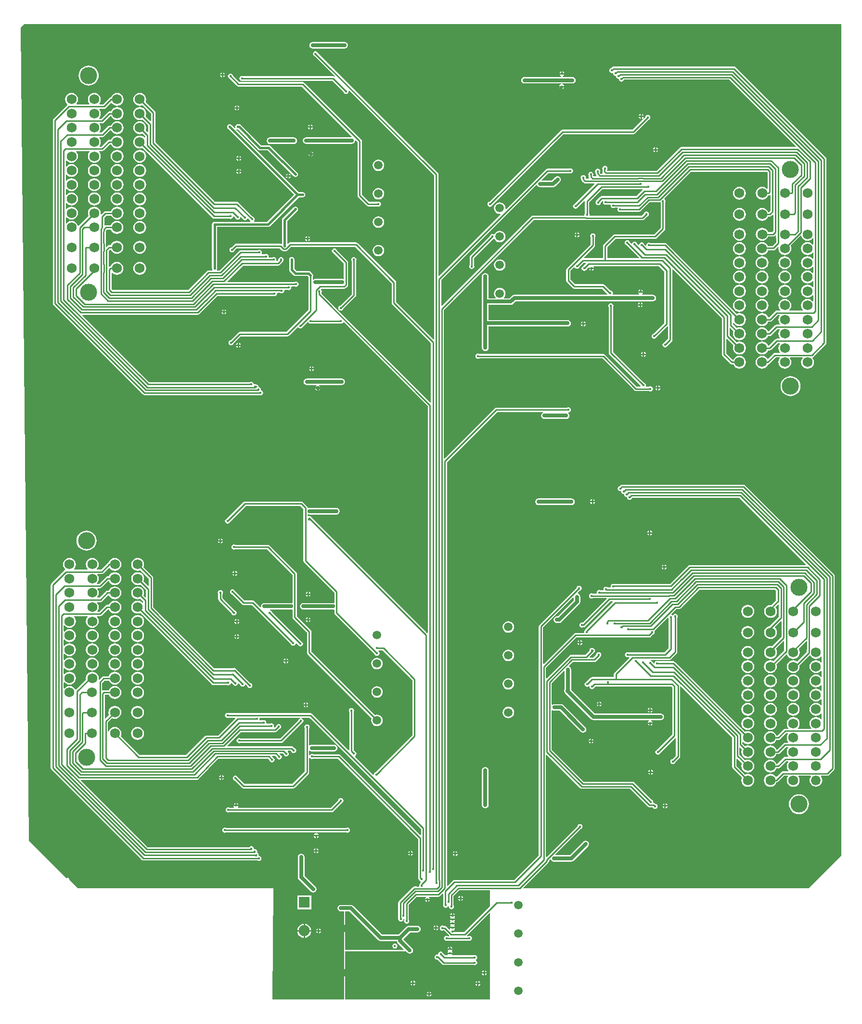
<source format=gbl>
G04 Layer_Physical_Order=2*
G04 Layer_Color=16711680*
%FSLAX25Y25*%
%MOIN*%
G70*
G01*
G75*
%ADD17C,0.01000*%
%ADD18C,0.02500*%
%ADD19C,0.01500*%
%ADD21C,0.05000*%
%ADD26C,0.05905*%
%ADD27C,0.07677*%
%ADD28R,0.07677X0.07677*%
%ADD29C,0.06890*%
%ADD30C,0.11811*%
%ADD31O,0.06890X0.06500*%
%ADD32C,0.01500*%
G36*
X842126Y650000D02*
X819291Y627165D01*
X621981D01*
X621790Y627627D01*
X639176Y645013D01*
X639507Y645509D01*
X639624Y646094D01*
Y646367D01*
X640405Y647147D01*
X640963Y646999D01*
X641378Y646378D01*
X642122Y645881D01*
X643000Y645706D01*
X655000D01*
X655878Y645881D01*
X656622Y646378D01*
X666622Y656378D01*
X667119Y657122D01*
X667294Y658000D01*
X667119Y658878D01*
X666622Y659622D01*
X665878Y660119D01*
X665000Y660294D01*
X664122Y660119D01*
X663378Y659622D01*
X654050Y650294D01*
X644205D01*
X644013Y650756D01*
X661520Y668263D01*
X661730Y668304D01*
X662309Y668691D01*
X662696Y669270D01*
X662831Y669953D01*
X662696Y670636D01*
X662309Y671214D01*
X661730Y671601D01*
X661047Y671737D01*
X660364Y671601D01*
X659786Y671214D01*
X659399Y670636D01*
X659357Y670426D01*
X637991Y649060D01*
X637529Y649251D01*
Y719609D01*
X637991Y719800D01*
X661173Y696619D01*
X661669Y696287D01*
X662254Y696171D01*
X695767D01*
X708069Y683869D01*
X708566Y683537D01*
X709151Y683421D01*
X711331D01*
X711351Y683317D01*
X711738Y682738D01*
X712317Y682351D01*
X713000Y682216D01*
X713683Y682351D01*
X714262Y682738D01*
X714648Y683317D01*
X714784Y684000D01*
X714648Y684683D01*
X714262Y685262D01*
X713683Y685648D01*
X713473Y685690D01*
X713131Y686031D01*
X712635Y686363D01*
X712050Y686479D01*
X711753Y686842D01*
X711784Y687000D01*
X711649Y687683D01*
X711262Y688262D01*
X710683Y688649D01*
X710473Y688690D01*
X698581Y700581D01*
X698085Y700913D01*
X697500Y701029D01*
X663633D01*
X641529Y723134D01*
Y750443D01*
X642029Y750710D01*
X642522Y750381D01*
X643400Y750206D01*
X647050D01*
X661523Y735732D01*
X662268Y735235D01*
X663146Y735060D01*
X664023Y735235D01*
X664768Y735732D01*
X665265Y736477D01*
X665440Y737354D01*
X665265Y738232D01*
X664768Y738977D01*
X649622Y754122D01*
X648878Y754619D01*
X648000Y754794D01*
X643400D01*
X642522Y754619D01*
X642029Y754290D01*
X641529Y754558D01*
Y769367D01*
X649944Y777781D01*
X650406Y777590D01*
Y764916D01*
X650381Y764878D01*
X650206Y764000D01*
X650381Y763122D01*
X650878Y762378D01*
X668878Y744378D01*
X669622Y743881D01*
X670500Y743706D01*
X708759D01*
X708842Y743206D01*
X708361Y742884D01*
X707974Y742305D01*
X707938Y742122D01*
X711307D01*
X711271Y742305D01*
X710884Y742884D01*
X710402Y743206D01*
X710486Y743706D01*
X717000D01*
X717878Y743881D01*
X718622Y744378D01*
X719119Y745122D01*
X719294Y746000D01*
X719119Y746878D01*
X718622Y747622D01*
X717878Y748119D01*
X717000Y748294D01*
X671450D01*
X654994Y764750D01*
Y778700D01*
X654819Y779578D01*
X654322Y780322D01*
X653645Y780775D01*
X653457Y781294D01*
X656134Y783971D01*
X671000D01*
X671585Y784087D01*
X672081Y784419D01*
X675081Y787419D01*
X675413Y787915D01*
X675427Y787986D01*
X675648Y788317D01*
X675784Y789000D01*
X675648Y789683D01*
X675262Y790262D01*
X674683Y790649D01*
X674000Y790784D01*
X673317Y790649D01*
X672738Y790262D01*
X672352Y789683D01*
X672216Y789000D01*
X672236Y788899D01*
X670366Y787029D01*
X667846D01*
X667654Y787491D01*
X671081Y790919D01*
X671413Y791415D01*
X671529Y792000D01*
X671413Y792585D01*
X671081Y793081D01*
X670585Y793413D01*
X670514Y793427D01*
X670183Y793648D01*
X669500Y793784D01*
X668817Y793648D01*
X668238Y793262D01*
X667851Y792683D01*
X667716Y792000D01*
X667736Y791899D01*
X664667Y788829D01*
X654754D01*
X654169Y788713D01*
X653673Y788381D01*
X637991Y772700D01*
X637529Y772891D01*
Y779867D01*
X658634Y800971D01*
X709000D01*
X709585Y801087D01*
X710081Y801419D01*
X711520Y802857D01*
X711730Y802899D01*
X712309Y803286D01*
X712696Y803864D01*
X712831Y804547D01*
X712696Y805230D01*
X712558Y805435D01*
X712679Y805516D01*
X721782Y814619D01*
X722324Y814454D01*
X722352Y814317D01*
X722471Y814139D01*
Y793634D01*
X719367Y790529D01*
X694861D01*
X694683Y790649D01*
X694000Y790784D01*
X693317Y790649D01*
X692738Y790262D01*
X692351Y789683D01*
X692216Y789000D01*
X692351Y788317D01*
X692738Y787738D01*
X693317Y787352D01*
X694000Y787216D01*
X694683Y787352D01*
X694693Y787358D01*
X694933Y787303D01*
X695090Y786753D01*
X684919Y776581D01*
X684587Y776085D01*
X684471Y775500D01*
Y773579D01*
X669550D01*
X668965Y773463D01*
X668469Y773131D01*
X665527Y770190D01*
X665317Y770149D01*
X664738Y769762D01*
X664352Y769183D01*
X664216Y768500D01*
X664352Y767817D01*
X664738Y767238D01*
X665317Y766852D01*
X666000Y766716D01*
X666683Y766852D01*
X667140Y767157D01*
X667584Y766924D01*
X667600Y766909D01*
X667594Y766878D01*
X667730Y766196D01*
X668117Y765617D01*
X668696Y765230D01*
X669378Y765094D01*
X670061Y765230D01*
X670640Y765617D01*
X671027Y766196D01*
X671069Y766406D01*
X671633Y766971D01*
X724367D01*
X724971Y766366D01*
Y733634D01*
X714527Y723190D01*
X714317Y723148D01*
X713738Y722762D01*
X713351Y722183D01*
X713216Y721500D01*
X713351Y720817D01*
X713738Y720238D01*
X714317Y719851D01*
X715000Y719716D01*
X715683Y719851D01*
X716262Y720238D01*
X716648Y720817D01*
X716690Y721027D01*
X727009Y731346D01*
X727471Y731154D01*
Y719134D01*
X725027Y716690D01*
X724817Y716648D01*
X724238Y716262D01*
X723851Y715683D01*
X723716Y715000D01*
X723851Y714317D01*
X724238Y713738D01*
X724817Y713351D01*
X725500Y713216D01*
X726183Y713351D01*
X726762Y713738D01*
X727148Y714317D01*
X727190Y714527D01*
X730081Y717419D01*
X730413Y717915D01*
X730529Y718500D01*
Y766899D01*
X731029Y767106D01*
X766459Y731677D01*
Y711268D01*
X766575Y710683D01*
X766907Y710187D01*
X773221Y703873D01*
X772926Y703160D01*
X772773Y702000D01*
X772926Y700840D01*
X773373Y699758D01*
X774086Y698830D01*
X775014Y698117D01*
X776096Y697670D01*
X777256Y697517D01*
X778416Y697670D01*
X779498Y698117D01*
X780426Y698830D01*
X781139Y699758D01*
X781587Y700840D01*
X781739Y702000D01*
X781587Y703160D01*
X781139Y704242D01*
X780426Y705170D01*
X779498Y705883D01*
X778416Y706330D01*
X777256Y706483D01*
X776096Y706330D01*
X775383Y706036D01*
X769517Y711902D01*
Y716765D01*
X769979Y716956D01*
X773221Y713715D01*
X772926Y713003D01*
X772773Y711843D01*
X772926Y710682D01*
X773373Y709601D01*
X774086Y708673D01*
X775014Y707960D01*
X776096Y707512D01*
X777256Y707359D01*
X778416Y707512D01*
X779498Y707960D01*
X780426Y708673D01*
X781139Y709601D01*
X781587Y710682D01*
X781739Y711843D01*
X781587Y713003D01*
X781139Y714084D01*
X780426Y715013D01*
X779498Y715725D01*
X778416Y716173D01*
X777256Y716326D01*
X776096Y716173D01*
X775383Y715878D01*
X771517Y719744D01*
Y724607D01*
X771979Y724799D01*
X773221Y723558D01*
X772926Y722845D01*
X772773Y721685D01*
X772926Y720525D01*
X773373Y719443D01*
X774086Y718515D01*
X775014Y717802D01*
X776096Y717354D01*
X777256Y717202D01*
X778416Y717354D01*
X779498Y717802D01*
X780426Y718515D01*
X781139Y719443D01*
X781587Y720525D01*
X781739Y721685D01*
X781587Y722845D01*
X781139Y723927D01*
X780426Y724855D01*
X779498Y725568D01*
X778416Y726016D01*
X777256Y726168D01*
X776096Y726016D01*
X775383Y725720D01*
X773517Y727587D01*
Y728321D01*
X773991Y728481D01*
X774086Y728358D01*
X775014Y727645D01*
X776096Y727197D01*
X777256Y727044D01*
X778416Y727197D01*
X779498Y727645D01*
X780426Y728358D01*
X781139Y729286D01*
X781587Y730367D01*
X781739Y731528D01*
X781587Y732688D01*
X781139Y733769D01*
X780426Y734698D01*
X779498Y735410D01*
X778416Y735858D01*
X777256Y736011D01*
X776096Y735858D01*
X775383Y735563D01*
X726853Y784093D01*
X726357Y784425D01*
X725772Y784541D01*
X715349D01*
X715171Y784660D01*
X714488Y784796D01*
X713805Y784660D01*
X713226Y784274D01*
X712840Y783695D01*
X712729Y783141D01*
X712365Y782964D01*
X712219Y782944D01*
X711306Y783856D01*
X711284Y783969D01*
X710897Y784548D01*
X710319Y784935D01*
X710137Y784971D01*
X710186Y785471D01*
X723000D01*
X723585Y785587D01*
X724081Y785919D01*
X728081Y789919D01*
X728413Y790415D01*
X728529Y791000D01*
Y814639D01*
X728649Y814817D01*
X728784Y815500D01*
X728649Y816183D01*
X728262Y816762D01*
X727683Y817148D01*
X727000Y817284D01*
X726317Y817148D01*
X725738Y816762D01*
X725617Y816580D01*
X725262Y816262D01*
X724976Y816453D01*
X724683Y816648D01*
X724546Y816676D01*
X724381Y817218D01*
X727658Y820495D01*
X729642D01*
X730227Y820611D01*
X730723Y820943D01*
X743764Y833983D01*
X796202D01*
X796806Y833379D01*
Y826769D01*
X793481Y823444D01*
X793088Y823495D01*
X791928Y823343D01*
X790846Y822895D01*
X789918Y822182D01*
X789205Y821254D01*
X788758Y820172D01*
X788605Y819012D01*
X788758Y817852D01*
X789205Y816770D01*
X789918Y815842D01*
X790846Y815129D01*
X791928Y814682D01*
X793088Y814529D01*
X794248Y814682D01*
X795330Y815129D01*
X796258Y815842D01*
X796971Y816770D01*
X797418Y817852D01*
X797571Y819012D01*
X797418Y820172D01*
X796971Y821254D01*
X796383Y822020D01*
X798344Y823981D01*
X798806Y823790D01*
Y815169D01*
X792448Y808811D01*
X791928Y808743D01*
X790846Y808295D01*
X789918Y807582D01*
X789205Y806654D01*
X788758Y805572D01*
X788605Y804412D01*
X788758Y803252D01*
X789205Y802170D01*
X789918Y801242D01*
X790846Y800529D01*
X791928Y800082D01*
X793088Y799929D01*
X794248Y800082D01*
X795330Y800529D01*
X796258Y801242D01*
X796971Y802170D01*
X797418Y803252D01*
X797571Y804412D01*
X797418Y805572D01*
X796971Y806654D01*
X796258Y807582D01*
X796155Y807661D01*
X796123Y808160D01*
X800144Y812181D01*
X800606Y811990D01*
Y801369D01*
X794188Y794950D01*
X793088Y795095D01*
X791928Y794943D01*
X790846Y794495D01*
X789918Y793782D01*
X789205Y792854D01*
X788758Y791772D01*
X788605Y790612D01*
X788758Y789452D01*
X789205Y788370D01*
X789918Y787442D01*
X790846Y786729D01*
X791928Y786281D01*
X793088Y786129D01*
X794248Y786281D01*
X795330Y786729D01*
X796258Y787442D01*
X796971Y788370D01*
X797418Y789452D01*
X797571Y790612D01*
X797418Y791772D01*
X796971Y792854D01*
X796730Y793167D01*
X801944Y798381D01*
X802406Y798190D01*
Y792047D01*
X795059Y784700D01*
X794164Y785071D01*
X793004Y785223D01*
X791844Y785071D01*
X790762Y784623D01*
X789834Y783910D01*
X789121Y782982D01*
X788673Y781901D01*
X788521Y780740D01*
X788673Y779580D01*
X789121Y778499D01*
X789834Y777570D01*
X790762Y776858D01*
X791844Y776410D01*
X793004Y776257D01*
X794164Y776410D01*
X795246Y776858D01*
X796174Y777570D01*
X796887Y778499D01*
X797334Y779580D01*
X797487Y780740D01*
X797334Y781901D01*
X797115Y782431D01*
X803996Y789311D01*
X804570Y789179D01*
X804905Y788370D01*
X805618Y787442D01*
X806546Y786729D01*
X807628Y786281D01*
X808788Y786129D01*
X809948Y786281D01*
X811030Y786729D01*
X811958Y787442D01*
X812671Y788370D01*
X813118Y789452D01*
X813271Y790612D01*
X813118Y791772D01*
X812671Y792854D01*
X812512Y793061D01*
X817797Y798346D01*
X818259Y798154D01*
Y792803D01*
X818214Y792577D01*
Y791077D01*
X811427Y784290D01*
X810994Y784623D01*
X809912Y785071D01*
X808752Y785223D01*
X807592Y785071D01*
X806510Y784623D01*
X805582Y783910D01*
X804869Y782982D01*
X804422Y781901D01*
X804269Y780740D01*
X804422Y779580D01*
X804869Y778499D01*
X805582Y777570D01*
X806510Y776858D01*
X807592Y776410D01*
X808752Y776257D01*
X809912Y776410D01*
X810994Y776858D01*
X811922Y777570D01*
X812635Y778499D01*
X813083Y779580D01*
X813235Y780740D01*
X813115Y781652D01*
X820061Y788598D01*
X820551Y788501D01*
X820605Y788370D01*
X821318Y787442D01*
X822246Y786729D01*
X823328Y786281D01*
X824488Y786129D01*
X825648Y786281D01*
X826730Y786729D01*
X827658Y787442D01*
X827959Y787833D01*
X828459Y787664D01*
Y783704D01*
X827959Y783534D01*
X827670Y783910D01*
X826742Y784623D01*
X825660Y785071D01*
X824500Y785223D01*
X823340Y785071D01*
X822258Y784623D01*
X821330Y783910D01*
X820617Y782982D01*
X820170Y781901D01*
X820017Y780740D01*
X820170Y779580D01*
X820617Y778499D01*
X821330Y777570D01*
X822258Y776858D01*
X823340Y776410D01*
X824500Y776257D01*
X825660Y776410D01*
X826742Y776858D01*
X827670Y777570D01*
X827959Y777946D01*
X828459Y777776D01*
Y773862D01*
X827959Y773692D01*
X827670Y774068D01*
X826742Y774780D01*
X825660Y775228D01*
X824500Y775381D01*
X823340Y775228D01*
X822258Y774780D01*
X821330Y774068D01*
X820617Y773139D01*
X820170Y772058D01*
X820017Y770898D01*
X820170Y769737D01*
X820617Y768656D01*
X821330Y767728D01*
X822258Y767015D01*
X823340Y766567D01*
X824500Y766414D01*
X825660Y766567D01*
X826742Y767015D01*
X827670Y767728D01*
X827959Y768103D01*
X828459Y767934D01*
Y764019D01*
X827959Y763849D01*
X827670Y764225D01*
X826742Y764938D01*
X825660Y765386D01*
X824500Y765538D01*
X823340Y765386D01*
X822258Y764938D01*
X821330Y764225D01*
X820617Y763297D01*
X820170Y762216D01*
X820017Y761055D01*
X820170Y759895D01*
X820617Y758814D01*
X821330Y757885D01*
X822258Y757173D01*
X823340Y756725D01*
X824500Y756572D01*
X825660Y756725D01*
X826742Y757173D01*
X827670Y757885D01*
X827959Y758261D01*
X828459Y758091D01*
Y754177D01*
X827959Y754007D01*
X827670Y754383D01*
X826742Y755095D01*
X825660Y755543D01*
X824500Y755696D01*
X823340Y755543D01*
X822258Y755095D01*
X821330Y754383D01*
X820617Y753454D01*
X820170Y752373D01*
X820017Y751213D01*
X820170Y750052D01*
X820617Y748971D01*
X821330Y748042D01*
X822258Y747330D01*
X823340Y746882D01*
X824500Y746729D01*
X825660Y746882D01*
X826742Y747330D01*
X827670Y748042D01*
X827959Y748418D01*
X828459Y748249D01*
Y744334D01*
X827959Y744164D01*
X827670Y744540D01*
X826742Y745253D01*
X825660Y745701D01*
X824500Y745853D01*
X823340Y745701D01*
X822258Y745253D01*
X821330Y744540D01*
X820617Y743612D01*
X820170Y742530D01*
X820017Y741370D01*
X820170Y740210D01*
X820617Y739128D01*
X821252Y738302D01*
X821095Y737802D01*
X812157D01*
X812000Y738302D01*
X812635Y739128D01*
X813083Y740210D01*
X813235Y741370D01*
X813083Y742530D01*
X812635Y743612D01*
X811922Y744540D01*
X810994Y745253D01*
X809912Y745701D01*
X808752Y745853D01*
X807592Y745701D01*
X806510Y745253D01*
X805582Y744540D01*
X804869Y743612D01*
X804422Y742530D01*
X804269Y741370D01*
X804422Y740210D01*
X804869Y739128D01*
X805504Y738302D01*
X805347Y737802D01*
X803249D01*
X802663Y737685D01*
X802167Y737354D01*
X797870Y733057D01*
X797182D01*
X796887Y733769D01*
X796174Y734698D01*
X795246Y735410D01*
X794164Y735858D01*
X793004Y736011D01*
X791844Y735858D01*
X790762Y735410D01*
X789834Y734698D01*
X789121Y733769D01*
X788673Y732688D01*
X788521Y731528D01*
X788673Y730367D01*
X789121Y729286D01*
X789834Y728358D01*
X790762Y727645D01*
X791844Y727197D01*
X793004Y727044D01*
X794164Y727197D01*
X795246Y727645D01*
X796174Y728358D01*
X796887Y729286D01*
X797182Y729998D01*
X798504D01*
X799089Y730115D01*
X799585Y730446D01*
X803882Y734743D01*
X804986D01*
X805233Y734243D01*
X804869Y733769D01*
X804422Y732688D01*
X804269Y731528D01*
X804422Y730367D01*
X804869Y729286D01*
X805441Y728541D01*
X805206Y728041D01*
X802988D01*
X802403Y727925D01*
X801907Y727593D01*
X797644Y723330D01*
X797105Y723400D01*
X796887Y723927D01*
X796174Y724855D01*
X795246Y725568D01*
X794164Y726016D01*
X793004Y726168D01*
X791844Y726016D01*
X790762Y725568D01*
X789834Y724855D01*
X789121Y723927D01*
X788673Y722845D01*
X788521Y721685D01*
X788673Y720525D01*
X789121Y719443D01*
X789834Y718515D01*
X790762Y717802D01*
X791844Y717354D01*
X793004Y717202D01*
X794164Y717354D01*
X795246Y717802D01*
X796174Y718515D01*
X796887Y719443D01*
X797182Y720156D01*
X798161D01*
X798746Y720272D01*
X799242Y720604D01*
X803621Y724983D01*
X805050D01*
X805296Y724483D01*
X804869Y723927D01*
X804422Y722845D01*
X804269Y721685D01*
X804422Y720525D01*
X804869Y719443D01*
X805340Y718829D01*
X805094Y718329D01*
X803276D01*
X802691Y718213D01*
X802195Y717881D01*
X797685Y713372D01*
X797182D01*
X796887Y714084D01*
X796174Y715013D01*
X795246Y715725D01*
X794164Y716173D01*
X793004Y716326D01*
X791844Y716173D01*
X790762Y715725D01*
X789834Y715013D01*
X789121Y714084D01*
X788673Y713003D01*
X788521Y711843D01*
X788673Y710682D01*
X789121Y709601D01*
X789834Y708673D01*
X790762Y707960D01*
X791844Y707512D01*
X793004Y707359D01*
X794164Y707512D01*
X795246Y707960D01*
X796174Y708673D01*
X796887Y709601D01*
X797182Y710313D01*
X798319D01*
X798904Y710430D01*
X799400Y710761D01*
X803909Y715271D01*
X805149D01*
X805396Y714771D01*
X804869Y714084D01*
X804422Y713003D01*
X804269Y711843D01*
X804422Y710682D01*
X804869Y709601D01*
X805504Y708774D01*
X805348Y708274D01*
X801721D01*
X801136Y708158D01*
X800639Y707826D01*
X797299Y704486D01*
X796653Y704547D01*
X796174Y705170D01*
X795246Y705883D01*
X794164Y706330D01*
X793004Y706483D01*
X791844Y706330D01*
X790762Y705883D01*
X789834Y705170D01*
X789121Y704242D01*
X788673Y703160D01*
X788521Y702000D01*
X788673Y700840D01*
X789121Y699758D01*
X789834Y698830D01*
X790762Y698117D01*
X791844Y697670D01*
X793004Y697517D01*
X794164Y697670D01*
X795246Y698117D01*
X796174Y698830D01*
X796887Y699758D01*
X797200Y700515D01*
X797561Y700587D01*
X798057Y700919D01*
X802354Y705216D01*
X804986D01*
X805233Y704715D01*
X804869Y704242D01*
X804422Y703160D01*
X804269Y702000D01*
X804422Y700840D01*
X804869Y699758D01*
X805582Y698830D01*
X806510Y698117D01*
X807592Y697670D01*
X808752Y697517D01*
X809912Y697670D01*
X810994Y698117D01*
X811922Y698830D01*
X812635Y699758D01*
X813083Y700840D01*
X813235Y702000D01*
X813083Y703160D01*
X812635Y704242D01*
X812271Y704715D01*
X812518Y705216D01*
X820785D01*
X821032Y704715D01*
X820593Y704143D01*
X820164Y703110D01*
X820018Y702000D01*
X820164Y700890D01*
X820593Y699857D01*
X821274Y698969D01*
X822162Y698288D01*
X823196Y697859D01*
X824305Y697713D01*
X824695D01*
X825804Y697859D01*
X826838Y698288D01*
X827726Y698969D01*
X828407Y699857D01*
X828835Y700890D01*
X828982Y702000D01*
X828835Y703110D01*
X828407Y704143D01*
X827968Y704715D01*
X828215Y705216D01*
X832333D01*
X832918Y705332D01*
X833414Y705663D01*
X837069Y709319D01*
X837401Y709815D01*
X837517Y710400D01*
Y843669D01*
X837401Y844254D01*
X837069Y844750D01*
X775476Y906343D01*
X774980Y906675D01*
X774395Y906791D01*
X690238D01*
X689653Y906675D01*
X689157Y906343D01*
X688515Y905702D01*
X688305Y905661D01*
X687726Y905274D01*
X687339Y904695D01*
X687204Y904012D01*
X687339Y903329D01*
X687726Y902750D01*
X688305Y902363D01*
X688988Y902228D01*
X689247Y902279D01*
X689704Y902012D01*
X689840Y901329D01*
X690226Y900750D01*
X690805Y900364D01*
X691488Y900228D01*
X691704Y900012D01*
X691840Y899329D01*
X692226Y898750D01*
X692805Y898363D01*
X693488Y898228D01*
X693704Y898012D01*
X693840Y897329D01*
X694226Y896750D01*
X694805Y896364D01*
X695488Y896228D01*
X696171Y896364D01*
X696750Y896750D01*
X697136Y897329D01*
X697178Y897539D01*
X697371Y897733D01*
X771276D01*
X817505Y851503D01*
X817314Y851041D01*
X737074D01*
X736488Y850925D01*
X735992Y850593D01*
X723452Y838053D01*
X684269D01*
X684124Y838082D01*
X683979Y838053D01*
X683976D01*
X683391Y837937D01*
X682895Y837605D01*
X682866Y837562D01*
X682862Y837560D01*
X682475Y836981D01*
X682339Y836298D01*
X682383Y836077D01*
X681973Y835577D01*
X680359D01*
X679807Y835946D01*
X679124Y836082D01*
X678441Y835946D01*
X677862Y835560D01*
X677475Y834981D01*
X677339Y834298D01*
X677383Y834077D01*
X676973Y833577D01*
X675235D01*
X675057Y833696D01*
X674374Y833832D01*
X673691Y833696D01*
X673112Y833310D01*
X672725Y832731D01*
X672589Y832048D01*
X672633Y831827D01*
X672223Y831327D01*
X669979D01*
X669818Y831435D01*
X669136Y831570D01*
X668453Y831435D01*
X667874Y831048D01*
X667487Y830469D01*
X667351Y829786D01*
X667487Y829103D01*
X667874Y828524D01*
X668453Y828137D01*
X669136Y828002D01*
X669818Y828137D01*
X670015Y828269D01*
X679452D01*
X679644Y827807D01*
X663018Y811181D01*
X662500Y811284D01*
X661817Y811148D01*
X661238Y810762D01*
X660851Y810183D01*
X660716Y809500D01*
X660851Y808817D01*
X661238Y808238D01*
X661817Y807852D01*
X662500Y807716D01*
X663183Y807852D01*
X663361Y807971D01*
X663500D01*
X664085Y808087D01*
X664581Y808419D01*
X682133Y825971D01*
X683654D01*
X683846Y825509D01*
X664715Y806378D01*
X664383Y805881D01*
X664370Y805816D01*
X664148Y805483D01*
X664012Y804800D01*
X664066Y804529D01*
X663655Y804029D01*
X658000D01*
X657415Y803913D01*
X656919Y803581D01*
X635991Y782654D01*
X635529Y782846D01*
Y807866D01*
X656300Y828638D01*
X656801Y828430D01*
Y826639D01*
X645655Y815494D01*
X645200D01*
X644322Y815319D01*
X643578Y814822D01*
X643081Y814078D01*
X642906Y813200D01*
X643081Y812322D01*
X643578Y811578D01*
X644322Y811081D01*
X645200Y810906D01*
X646605D01*
X647483Y811081D01*
X648228Y811578D01*
X660717Y824067D01*
X661214Y824811D01*
X661389Y825689D01*
Y829095D01*
X661214Y829972D01*
X660717Y830717D01*
X659972Y831214D01*
X659649Y831279D01*
X659484Y831821D01*
X660973Y833310D01*
X661183Y833352D01*
X661762Y833738D01*
X662149Y834317D01*
X662284Y835000D01*
X662149Y835683D01*
X661762Y836262D01*
X661183Y836648D01*
X660500Y836784D01*
X659817Y836648D01*
X659238Y836262D01*
X658851Y835683D01*
X658810Y835473D01*
X632919Y809581D01*
X632587Y809085D01*
X632471Y808500D01*
Y650134D01*
X615367Y633029D01*
X574137D01*
X573552Y632913D01*
X573055Y632581D01*
X569491Y629017D01*
X569029Y629209D01*
Y922367D01*
X603684Y957021D01*
X635323D01*
X635474Y956521D01*
X634878Y956122D01*
X634381Y955378D01*
X634206Y954500D01*
X634381Y953622D01*
X634878Y952878D01*
X635622Y952381D01*
X636500Y952206D01*
X651500D01*
X652378Y952381D01*
X653122Y952878D01*
X653619Y953622D01*
X653794Y954500D01*
X653619Y955378D01*
X653122Y956122D01*
X652953Y956235D01*
X652969Y956403D01*
X653103Y956736D01*
X653683Y956851D01*
X654262Y957238D01*
X654648Y957817D01*
X654784Y958500D01*
X654648Y959183D01*
X654262Y959762D01*
X653683Y960149D01*
X653000Y960284D01*
X652317Y960149D01*
X652214Y960079D01*
X603050D01*
X602465Y959963D01*
X601969Y959631D01*
X567291Y924954D01*
X566829Y925146D01*
Y1027666D01*
X629134Y1089971D01*
X664899D01*
X665151Y1089921D01*
X704450D01*
X705035Y1090037D01*
X705531Y1090369D01*
X707567Y1092404D01*
X707777Y1092446D01*
X708356Y1092833D01*
X708743Y1093412D01*
X708879Y1094094D01*
X708743Y1094777D01*
X708356Y1095356D01*
X707777Y1095743D01*
X707094Y1095879D01*
X706412Y1095743D01*
X705833Y1095356D01*
X705446Y1094777D01*
X705404Y1094567D01*
X703817Y1092979D01*
X668075D01*
X667758Y1093366D01*
X667784Y1093500D01*
X667649Y1094183D01*
X667529Y1094361D01*
Y1102367D01*
X676583Y1111421D01*
X703849D01*
X704101Y1111471D01*
X704338D01*
X704385Y1111408D01*
X704523Y1110971D01*
X700081Y1106529D01*
X676074D01*
X675488Y1106413D01*
X674992Y1106081D01*
X672519Y1103608D01*
X672187Y1103112D01*
X672165Y1103003D01*
X671951Y1102683D01*
X671816Y1102000D01*
X671951Y1101317D01*
X672338Y1100738D01*
X672917Y1100352D01*
X673600Y1100216D01*
X674283Y1100352D01*
X674862Y1100738D01*
X675248Y1101317D01*
X675384Y1102000D01*
X675360Y1102123D01*
X676574Y1103337D01*
X676845Y1103308D01*
X676942Y1103213D01*
X677179Y1102812D01*
X677071Y1102267D01*
X677207Y1101584D01*
X677593Y1101005D01*
X678172Y1100618D01*
X678855Y1100482D01*
X679538Y1100618D01*
X679716Y1100737D01*
X681940D01*
X682350Y1100237D01*
X682306Y1100017D01*
X682442Y1099334D01*
X682829Y1098755D01*
X683407Y1098368D01*
X684090Y1098232D01*
X684773Y1098368D01*
X684962Y1098495D01*
X687028D01*
X687264Y1098054D01*
X687199Y1097957D01*
X687063Y1097274D01*
X687199Y1096591D01*
X687586Y1096012D01*
X688165Y1095625D01*
X688848Y1095490D01*
X689531Y1095625D01*
X689709Y1095745D01*
X701998D01*
X702583Y1095861D01*
X703079Y1096193D01*
X709358Y1102471D01*
X716342D01*
X716370Y1102476D01*
X716852Y1102317D01*
X716941Y1102184D01*
X716971Y1102119D01*
Y1084634D01*
X712366Y1080029D01*
X685000D01*
X684415Y1079913D01*
X683919Y1079581D01*
X677419Y1073081D01*
X677087Y1072585D01*
X676971Y1072000D01*
Y1063529D01*
X663846D01*
X663654Y1063991D01*
X671081Y1071419D01*
X671413Y1071915D01*
X671529Y1072500D01*
Y1078139D01*
X671649Y1078317D01*
X671784Y1079000D01*
X671649Y1079683D01*
X671262Y1080262D01*
X670683Y1080649D01*
X670000Y1080784D01*
X669317Y1080649D01*
X668738Y1080262D01*
X668352Y1079683D01*
X668216Y1079000D01*
X668352Y1078317D01*
X668471Y1078139D01*
Y1073133D01*
X651919Y1056581D01*
X651587Y1056085D01*
X651471Y1055500D01*
Y1048000D01*
X651587Y1047415D01*
X651919Y1046919D01*
X655919Y1042919D01*
X656415Y1042587D01*
X657000Y1042471D01*
X676367D01*
X680043Y1038794D01*
X679836Y1038294D01*
X615600D01*
X614722Y1038119D01*
X613978Y1037622D01*
X612150Y1035794D01*
X608424D01*
X608263Y1036267D01*
X608319Y1036311D01*
X608953Y1037136D01*
X609351Y1038098D01*
X609487Y1039130D01*
X609351Y1040162D01*
X608953Y1041123D01*
X608319Y1041949D01*
X607493Y1042583D01*
X606532Y1042981D01*
X605500Y1043117D01*
X604468Y1042981D01*
X603507Y1042583D01*
X602681Y1041949D01*
X602047Y1041123D01*
X601649Y1040162D01*
X601513Y1039130D01*
X601649Y1038098D01*
X602047Y1037136D01*
X602681Y1036311D01*
X602737Y1036267D01*
X602576Y1035794D01*
X597794D01*
Y1051000D01*
X597619Y1051878D01*
X597122Y1052622D01*
X596378Y1053119D01*
X595500Y1053294D01*
X594622Y1053119D01*
X593878Y1052622D01*
X593381Y1051878D01*
X593206Y1051000D01*
Y1033500D01*
Y1018500D01*
Y1001500D01*
X593381Y1000622D01*
X593878Y999878D01*
X594622Y999381D01*
X595500Y999206D01*
X596378Y999381D01*
X597122Y999878D01*
X597619Y1000622D01*
X597794Y1001500D01*
Y1016206D01*
X652500D01*
X653378Y1016381D01*
X654122Y1016878D01*
X654619Y1017622D01*
X654794Y1018500D01*
X654619Y1019378D01*
X654122Y1020122D01*
X653378Y1020619D01*
X652500Y1020794D01*
X597794D01*
Y1031206D01*
X613100D01*
X613978Y1031381D01*
X614722Y1031878D01*
X616550Y1033706D01*
X711500D01*
X712378Y1033881D01*
X713122Y1034378D01*
X713619Y1035122D01*
X713794Y1036000D01*
X713619Y1036878D01*
X713122Y1037622D01*
X712378Y1038119D01*
X711500Y1038294D01*
X704297D01*
X704146Y1038794D01*
X704362Y1038938D01*
X704748Y1039517D01*
X704785Y1039700D01*
X701415D01*
X701451Y1039517D01*
X701838Y1038938D01*
X702054Y1038794D01*
X701902Y1038294D01*
X684089D01*
X683864Y1038794D01*
X683984Y1039400D01*
X683848Y1040083D01*
X683462Y1040662D01*
X682883Y1041049D01*
X682200Y1041184D01*
X682015Y1041148D01*
X678081Y1045081D01*
X677585Y1045413D01*
X677000Y1045529D01*
X657633D01*
X654529Y1048633D01*
Y1054867D01*
X656905Y1057242D01*
X657488Y1057118D01*
X657750Y1056726D01*
X658329Y1056340D01*
X659012Y1056204D01*
X659695Y1056340D01*
X660274Y1056726D01*
X660660Y1057305D01*
X660702Y1057515D01*
X663657Y1060471D01*
X665178D01*
X665370Y1060009D01*
X663539Y1058178D01*
X663329Y1058136D01*
X662750Y1057750D01*
X662363Y1057171D01*
X662228Y1056488D01*
X662363Y1055805D01*
X662750Y1055226D01*
X663329Y1054840D01*
X664012Y1054704D01*
X664695Y1054840D01*
X665274Y1055226D01*
X665660Y1055805D01*
X665702Y1056015D01*
X666828Y1057141D01*
X666927Y1057088D01*
X670697D01*
X670660Y1057271D01*
X670527Y1057471D01*
X670794Y1057971D01*
X715867D01*
X719471Y1054366D01*
Y1018633D01*
X712027Y1011190D01*
X711817Y1011148D01*
X711238Y1010762D01*
X710851Y1010183D01*
X710716Y1009500D01*
X710851Y1008817D01*
X711238Y1008238D01*
X711817Y1007852D01*
X712500Y1007716D01*
X713183Y1007852D01*
X713762Y1008238D01*
X714149Y1008817D01*
X714190Y1009027D01*
X721509Y1016346D01*
X721971Y1016154D01*
Y1007633D01*
X719527Y1005190D01*
X719317Y1005149D01*
X718738Y1004762D01*
X718352Y1004183D01*
X718216Y1003500D01*
X718352Y1002817D01*
X718738Y1002238D01*
X719317Y1001851D01*
X720000Y1001716D01*
X720683Y1001851D01*
X721262Y1002238D01*
X721649Y1002817D01*
X721690Y1003027D01*
X724581Y1005919D01*
X724913Y1006415D01*
X725029Y1007000D01*
Y1055654D01*
X725491Y1055846D01*
X759341Y1021996D01*
Y997129D01*
X759458Y996544D01*
X759789Y996048D01*
X765431Y990407D01*
X765927Y990075D01*
X766512Y989959D01*
X767290D01*
X767585Y989246D01*
X768298Y988318D01*
X769226Y987605D01*
X770308Y987158D01*
X771468Y987005D01*
X772628Y987158D01*
X773710Y987605D01*
X774638Y988318D01*
X775351Y989246D01*
X775799Y990328D01*
X775951Y991488D01*
X775799Y992648D01*
X775351Y993730D01*
X774638Y994658D01*
X773710Y995371D01*
X772628Y995819D01*
X771468Y995971D01*
X770308Y995819D01*
X769226Y995371D01*
X768298Y994658D01*
X767585Y993730D01*
X767455Y993415D01*
X766865Y993298D01*
X762400Y997763D01*
Y1007582D01*
X762862Y1007774D01*
X767432Y1003203D01*
X767137Y1002491D01*
X766985Y1001331D01*
X767137Y1000170D01*
X767585Y999089D01*
X768298Y998160D01*
X769226Y997448D01*
X770308Y997000D01*
X771468Y996847D01*
X772628Y997000D01*
X773710Y997448D01*
X774638Y998160D01*
X775351Y999089D01*
X775799Y1000170D01*
X775951Y1001331D01*
X775799Y1002491D01*
X775351Y1003572D01*
X774638Y1004501D01*
X773710Y1005213D01*
X772628Y1005661D01*
X771468Y1005814D01*
X770308Y1005661D01*
X769595Y1005366D01*
X764629Y1010332D01*
Y1015195D01*
X765091Y1015387D01*
X767432Y1013046D01*
X767137Y1012333D01*
X766985Y1011173D01*
X767137Y1010013D01*
X767585Y1008931D01*
X768298Y1008003D01*
X769226Y1007290D01*
X770308Y1006843D01*
X771468Y1006690D01*
X772628Y1006843D01*
X773710Y1007290D01*
X774638Y1008003D01*
X775351Y1008931D01*
X775799Y1010013D01*
X775951Y1011173D01*
X775799Y1012333D01*
X775351Y1013415D01*
X774638Y1014343D01*
X773710Y1015056D01*
X772628Y1015504D01*
X771468Y1015656D01*
X770308Y1015504D01*
X769595Y1015209D01*
X767029Y1017774D01*
Y1018810D01*
X767529Y1018909D01*
X767585Y1018774D01*
X768298Y1017846D01*
X769226Y1017133D01*
X770308Y1016685D01*
X771468Y1016532D01*
X772628Y1016685D01*
X773710Y1017133D01*
X774638Y1017846D01*
X775351Y1018774D01*
X775799Y1019855D01*
X775951Y1021016D01*
X775799Y1022176D01*
X775351Y1023257D01*
X774638Y1024186D01*
X773710Y1024898D01*
X772628Y1025346D01*
X771468Y1025499D01*
X770308Y1025346D01*
X769595Y1025051D01*
X721065Y1073581D01*
X720569Y1073913D01*
X719984Y1074029D01*
X709561D01*
X709383Y1074148D01*
X708700Y1074284D01*
X708017Y1074148D01*
X707438Y1073762D01*
X707052Y1073183D01*
X706941Y1072629D01*
X706577Y1072452D01*
X706431Y1072432D01*
X705518Y1073344D01*
X705496Y1073457D01*
X705109Y1074036D01*
X704530Y1074422D01*
X703848Y1074558D01*
X703701Y1074529D01*
X703700Y1074529D01*
X703115Y1074413D01*
X702619Y1074081D01*
X702590Y1074038D01*
X702586Y1074036D01*
X702199Y1073457D01*
X702089Y1072903D01*
X701725Y1072726D01*
X701579Y1072706D01*
X700538Y1073747D01*
X700496Y1073957D01*
X700109Y1074536D01*
X699531Y1074922D01*
X698848Y1075058D01*
X698165Y1074922D01*
X697586Y1074536D01*
X697199Y1073957D01*
X697172Y1073820D01*
X696629Y1073655D01*
X695538Y1074747D01*
X695496Y1074957D01*
X695109Y1075536D01*
X694530Y1075922D01*
X693848Y1076058D01*
X693165Y1075922D01*
X692586Y1075536D01*
X692199Y1074957D01*
X692063Y1074274D01*
X692199Y1073591D01*
X692586Y1073012D01*
X693165Y1072626D01*
X693375Y1072584D01*
X701967Y1063991D01*
X701776Y1063529D01*
X680029D01*
Y1071367D01*
X685634Y1076971D01*
X713000D01*
X713585Y1077087D01*
X714081Y1077419D01*
X719581Y1082918D01*
X719913Y1083415D01*
X720029Y1084000D01*
Y1102139D01*
X720149Y1102317D01*
X720284Y1103000D01*
X720149Y1103683D01*
X719762Y1104262D01*
X719589Y1104377D01*
X719526Y1105021D01*
X737976Y1123471D01*
X790414D01*
X791018Y1122867D01*
Y1111734D01*
X790544Y1111573D01*
X790470Y1111670D01*
X789542Y1112383D01*
X788460Y1112831D01*
X787300Y1112983D01*
X786140Y1112831D01*
X785058Y1112383D01*
X784130Y1111670D01*
X783417Y1110742D01*
X782970Y1109660D01*
X782817Y1108500D01*
X782970Y1107340D01*
X783417Y1106258D01*
X784130Y1105330D01*
X785058Y1104617D01*
X786140Y1104169D01*
X787300Y1104017D01*
X788460Y1104169D01*
X789542Y1104617D01*
X790470Y1105330D01*
X791183Y1106258D01*
X791478Y1106971D01*
X791700D01*
X792285Y1107087D01*
X792518Y1107242D01*
X793018Y1106975D01*
Y1096481D01*
X791966Y1095429D01*
X791478D01*
X791183Y1096142D01*
X790470Y1097070D01*
X789542Y1097783D01*
X788460Y1098230D01*
X787300Y1098383D01*
X786140Y1098230D01*
X785058Y1097783D01*
X784130Y1097070D01*
X783417Y1096142D01*
X782970Y1095060D01*
X782817Y1093900D01*
X782970Y1092740D01*
X783417Y1091658D01*
X784130Y1090730D01*
X785058Y1090017D01*
X786140Y1089569D01*
X787300Y1089417D01*
X788460Y1089569D01*
X789542Y1090017D01*
X790470Y1090730D01*
X791183Y1091658D01*
X791478Y1092371D01*
X792600D01*
X793185Y1092487D01*
X793681Y1092819D01*
X794464Y1093601D01*
X794926Y1093410D01*
Y1091189D01*
X795018Y1090726D01*
Y1083274D01*
X794926Y1082811D01*
Y1082389D01*
X794167Y1081629D01*
X791478D01*
X791183Y1082342D01*
X790470Y1083270D01*
X789542Y1083983D01*
X788460Y1084431D01*
X787300Y1084583D01*
X786140Y1084431D01*
X785058Y1083983D01*
X784130Y1083270D01*
X783417Y1082342D01*
X782970Y1081260D01*
X782817Y1080100D01*
X782970Y1078940D01*
X783417Y1077858D01*
X784130Y1076930D01*
X785058Y1076217D01*
X786140Y1075770D01*
X787300Y1075617D01*
X788460Y1075770D01*
X789542Y1076217D01*
X790470Y1076930D01*
X791183Y1077858D01*
X791478Y1078571D01*
X794800D01*
X795385Y1078687D01*
X795881Y1079019D01*
X796264Y1079401D01*
X796726Y1079210D01*
Y1078135D01*
X796842Y1077549D01*
X797018Y1077286D01*
Y1074481D01*
X794566Y1072029D01*
X791281D01*
X791099Y1072470D01*
X790386Y1073398D01*
X789458Y1074111D01*
X788376Y1074559D01*
X787216Y1074711D01*
X786056Y1074559D01*
X784974Y1074111D01*
X784046Y1073398D01*
X783333Y1072470D01*
X782886Y1071389D01*
X782733Y1070228D01*
X782886Y1069068D01*
X783333Y1067987D01*
X784046Y1067058D01*
X784974Y1066346D01*
X786056Y1065898D01*
X787216Y1065745D01*
X788376Y1065898D01*
X789458Y1066346D01*
X790386Y1067058D01*
X791099Y1067987D01*
X791506Y1068971D01*
X795200D01*
X795785Y1069087D01*
X796281Y1069419D01*
X798111Y1071248D01*
X798584Y1071014D01*
X798481Y1070228D01*
X798633Y1069068D01*
X799081Y1067987D01*
X799794Y1067058D01*
X800722Y1066346D01*
X801804Y1065898D01*
X802964Y1065745D01*
X804124Y1065898D01*
X805206Y1066346D01*
X806134Y1067058D01*
X806847Y1067987D01*
X807294Y1069068D01*
X807447Y1070228D01*
X807294Y1071389D01*
X806944Y1072235D01*
X813886Y1079177D01*
X814359Y1079017D01*
X814369Y1078940D01*
X814817Y1077858D01*
X815530Y1076930D01*
X816458Y1076217D01*
X817540Y1075770D01*
X818700Y1075617D01*
X819860Y1075770D01*
X820942Y1076217D01*
X821870Y1076930D01*
X822171Y1077322D01*
X822671Y1077152D01*
Y1073192D01*
X822171Y1073022D01*
X821882Y1073398D01*
X820954Y1074111D01*
X819872Y1074559D01*
X818712Y1074711D01*
X817552Y1074559D01*
X816470Y1074111D01*
X815542Y1073398D01*
X814829Y1072470D01*
X814382Y1071389D01*
X814229Y1070228D01*
X814382Y1069068D01*
X814829Y1067987D01*
X815542Y1067058D01*
X816470Y1066346D01*
X817552Y1065898D01*
X818712Y1065745D01*
X819872Y1065898D01*
X820954Y1066346D01*
X821882Y1067058D01*
X822171Y1067434D01*
X822671Y1067264D01*
Y1063350D01*
X822171Y1063180D01*
X821882Y1063556D01*
X820954Y1064268D01*
X819872Y1064716D01*
X818712Y1064869D01*
X817552Y1064716D01*
X816470Y1064268D01*
X815542Y1063556D01*
X814829Y1062627D01*
X814382Y1061546D01*
X814229Y1060386D01*
X814382Y1059225D01*
X814829Y1058144D01*
X815542Y1057215D01*
X816470Y1056503D01*
X817552Y1056055D01*
X818712Y1055902D01*
X819872Y1056055D01*
X820954Y1056503D01*
X821882Y1057215D01*
X822171Y1057591D01*
X822671Y1057422D01*
Y1053507D01*
X822171Y1053337D01*
X821882Y1053713D01*
X820954Y1054426D01*
X819872Y1054874D01*
X818712Y1055026D01*
X817552Y1054874D01*
X816470Y1054426D01*
X815542Y1053713D01*
X814829Y1052785D01*
X814382Y1051703D01*
X814229Y1050543D01*
X814382Y1049383D01*
X814829Y1048302D01*
X815542Y1047373D01*
X816470Y1046661D01*
X817552Y1046213D01*
X818712Y1046060D01*
X819872Y1046213D01*
X820954Y1046661D01*
X821882Y1047373D01*
X822171Y1047749D01*
X822671Y1047579D01*
Y1043664D01*
X822171Y1043495D01*
X821882Y1043871D01*
X820954Y1044583D01*
X819872Y1045031D01*
X818712Y1045184D01*
X817552Y1045031D01*
X816470Y1044583D01*
X815542Y1043871D01*
X814829Y1042942D01*
X814382Y1041861D01*
X814229Y1040701D01*
X814382Y1039540D01*
X814829Y1038459D01*
X815542Y1037531D01*
X816470Y1036818D01*
X817552Y1036370D01*
X818712Y1036217D01*
X819872Y1036370D01*
X820954Y1036818D01*
X821882Y1037531D01*
X822171Y1037906D01*
X822671Y1037737D01*
Y1033822D01*
X822171Y1033652D01*
X821882Y1034028D01*
X820954Y1034741D01*
X819872Y1035188D01*
X818712Y1035341D01*
X817552Y1035188D01*
X816470Y1034741D01*
X815542Y1034028D01*
X814829Y1033100D01*
X814382Y1032018D01*
X814229Y1030858D01*
X814382Y1029698D01*
X814829Y1028616D01*
X815510Y1027729D01*
X815447Y1027410D01*
X815386Y1027229D01*
X806290D01*
X806229Y1027410D01*
X806166Y1027729D01*
X806847Y1028616D01*
X807294Y1029698D01*
X807447Y1030858D01*
X807294Y1032018D01*
X806847Y1033100D01*
X806134Y1034028D01*
X805206Y1034741D01*
X804124Y1035188D01*
X802964Y1035341D01*
X801804Y1035188D01*
X800722Y1034741D01*
X799794Y1034028D01*
X799081Y1033100D01*
X798633Y1032018D01*
X798481Y1030858D01*
X798633Y1029698D01*
X799081Y1028616D01*
X799716Y1027790D01*
X799559Y1027290D01*
X797461D01*
X796875Y1027174D01*
X796379Y1026842D01*
X792082Y1022545D01*
X791394D01*
X791099Y1023257D01*
X790386Y1024186D01*
X789458Y1024898D01*
X788376Y1025346D01*
X787216Y1025499D01*
X786056Y1025346D01*
X784974Y1024898D01*
X784046Y1024186D01*
X783333Y1023257D01*
X782886Y1022176D01*
X782733Y1021016D01*
X782886Y1019855D01*
X783333Y1018774D01*
X784046Y1017846D01*
X784974Y1017133D01*
X786056Y1016685D01*
X787216Y1016532D01*
X788376Y1016685D01*
X789458Y1017133D01*
X790386Y1017846D01*
X791099Y1018774D01*
X791394Y1019486D01*
X792716D01*
X793301Y1019603D01*
X793797Y1019934D01*
X798094Y1024231D01*
X799198D01*
X799445Y1023731D01*
X799081Y1023257D01*
X798633Y1022176D01*
X798481Y1021016D01*
X798633Y1019855D01*
X799081Y1018774D01*
X799653Y1018029D01*
X799417Y1017529D01*
X797200D01*
X796615Y1017413D01*
X796119Y1017081D01*
X791856Y1012818D01*
X791317Y1012888D01*
X791099Y1013415D01*
X790386Y1014343D01*
X789458Y1015056D01*
X788376Y1015504D01*
X787216Y1015656D01*
X786056Y1015504D01*
X784974Y1015056D01*
X784046Y1014343D01*
X783333Y1013415D01*
X782886Y1012333D01*
X782733Y1011173D01*
X782886Y1010013D01*
X783333Y1008931D01*
X784046Y1008003D01*
X784974Y1007290D01*
X786056Y1006843D01*
X787216Y1006690D01*
X788376Y1006843D01*
X789458Y1007290D01*
X790386Y1008003D01*
X791099Y1008931D01*
X791394Y1009644D01*
X792373D01*
X792958Y1009760D01*
X793454Y1010092D01*
X797833Y1014471D01*
X799262D01*
X799508Y1013971D01*
X799081Y1013415D01*
X798633Y1012333D01*
X798481Y1011173D01*
X798633Y1010013D01*
X799081Y1008931D01*
X799543Y1008329D01*
X799297Y1007829D01*
X797500D01*
X796915Y1007713D01*
X796419Y1007381D01*
X791897Y1002860D01*
X791394D01*
X791099Y1003572D01*
X790386Y1004501D01*
X789458Y1005213D01*
X788376Y1005661D01*
X787216Y1005814D01*
X786056Y1005661D01*
X784974Y1005213D01*
X784046Y1004501D01*
X783333Y1003572D01*
X782886Y1002491D01*
X782733Y1001331D01*
X782886Y1000170D01*
X783333Y999089D01*
X784046Y998160D01*
X784974Y997448D01*
X786056Y997000D01*
X787216Y996847D01*
X788376Y997000D01*
X789458Y997448D01*
X790386Y998160D01*
X791099Y999089D01*
X791394Y999801D01*
X792531D01*
X793116Y999918D01*
X793612Y1000249D01*
X798134Y1004771D01*
X799371D01*
X799617Y1004271D01*
X799081Y1003572D01*
X798633Y1002491D01*
X798481Y1001331D01*
X798633Y1000170D01*
X799081Y999089D01*
X799587Y998429D01*
X799341Y997929D01*
X796100D01*
X795515Y997813D01*
X795019Y997481D01*
X791511Y993974D01*
X790865Y994035D01*
X790386Y994658D01*
X789458Y995371D01*
X788376Y995819D01*
X787216Y995971D01*
X786056Y995819D01*
X784974Y995371D01*
X784046Y994658D01*
X783333Y993730D01*
X782886Y992648D01*
X782733Y991488D01*
X782886Y990328D01*
X783333Y989246D01*
X784046Y988318D01*
X784974Y987605D01*
X786056Y987158D01*
X787216Y987005D01*
X788376Y987158D01*
X789458Y987605D01*
X790386Y988318D01*
X791099Y989246D01*
X791412Y990003D01*
X791773Y990075D01*
X792269Y990407D01*
X796734Y994871D01*
X799327D01*
X799573Y994371D01*
X799081Y993730D01*
X798633Y992648D01*
X798481Y991488D01*
X798633Y990328D01*
X799081Y989246D01*
X799794Y988318D01*
X800722Y987605D01*
X801804Y987158D01*
X802964Y987005D01*
X804124Y987158D01*
X805206Y987605D01*
X806134Y988318D01*
X806847Y989246D01*
X807294Y990328D01*
X807447Y991488D01*
X807294Y992648D01*
X806847Y993730D01*
X806355Y994371D01*
X806601Y994871D01*
X815075D01*
X815321Y994371D01*
X814829Y993730D01*
X814382Y992648D01*
X814229Y991488D01*
X814382Y990328D01*
X814829Y989246D01*
X815542Y988318D01*
X816470Y987605D01*
X817552Y987158D01*
X818712Y987005D01*
X819872Y987158D01*
X820954Y987605D01*
X821882Y988318D01*
X822595Y989246D01*
X823042Y990328D01*
X823195Y991488D01*
X823042Y992648D01*
X822595Y993730D01*
X822056Y994432D01*
X822249Y994980D01*
X822285Y994987D01*
X822781Y995319D01*
X831281Y1003819D01*
X831613Y1004315D01*
X831729Y1004900D01*
Y1132206D01*
X831613Y1132791D01*
X831281Y1133287D01*
X768737Y1195831D01*
X768241Y1196163D01*
X767656Y1196279D01*
X684450D01*
X683865Y1196163D01*
X683369Y1195831D01*
X682727Y1195190D01*
X682517Y1195148D01*
X681938Y1194762D01*
X681552Y1194183D01*
X681416Y1193500D01*
X681552Y1192817D01*
X681938Y1192238D01*
X682517Y1191852D01*
X683200Y1191716D01*
X683459Y1191767D01*
X683916Y1191500D01*
X684052Y1190817D01*
X684438Y1190238D01*
X685017Y1189851D01*
X685700Y1189716D01*
X685916Y1189500D01*
X686052Y1188817D01*
X686438Y1188238D01*
X687017Y1187852D01*
X687700Y1187716D01*
X687916Y1187500D01*
X688052Y1186817D01*
X688438Y1186238D01*
X689017Y1185851D01*
X689700Y1185716D01*
X690383Y1185851D01*
X690962Y1186238D01*
X691349Y1186817D01*
X691390Y1187027D01*
X691583Y1187221D01*
X764537D01*
X810767Y1140991D01*
X810575Y1140529D01*
X731286D01*
X730700Y1140413D01*
X730204Y1140081D01*
X714152Y1124029D01*
X679717D01*
Y1124704D01*
X679984Y1125103D01*
X680120Y1125786D01*
X679984Y1126469D01*
X679597Y1127048D01*
X679018Y1127435D01*
X678336Y1127570D01*
X678189Y1127541D01*
X678188Y1127541D01*
X677603Y1127425D01*
X677107Y1127093D01*
X677078Y1127050D01*
X677074Y1127048D01*
X676687Y1126469D01*
X676551Y1125786D01*
X676659Y1125247D01*
Y1123312D01*
X676775Y1122727D01*
X676840Y1122629D01*
X676573Y1122129D01*
X675533D01*
X674865Y1122798D01*
Y1122925D01*
X674984Y1123103D01*
X675120Y1123786D01*
X674984Y1124469D01*
X674597Y1125048D01*
X674018Y1125434D01*
X673336Y1125570D01*
X672653Y1125434D01*
X672074Y1125048D01*
X671687Y1124469D01*
X671551Y1123786D01*
X671687Y1123103D01*
X671806Y1122925D01*
Y1122164D01*
X671923Y1121579D01*
X672254Y1121083D01*
X672546Y1120791D01*
X672354Y1120329D01*
X670429D01*
X670174Y1120763D01*
X670234Y1120853D01*
X670370Y1121536D01*
X670234Y1122219D01*
X669847Y1122798D01*
X669269Y1123184D01*
X668586Y1123320D01*
X667903Y1123184D01*
X667324Y1122798D01*
X666937Y1122219D01*
X666801Y1121536D01*
X666937Y1120853D01*
X667056Y1120675D01*
Y1119914D01*
X667173Y1119329D01*
X667373Y1119029D01*
X667127Y1118529D01*
X665481D01*
X665079Y1119007D01*
X665132Y1119274D01*
X664996Y1119957D01*
X664609Y1120536D01*
X664031Y1120922D01*
X663348Y1121058D01*
X662665Y1120922D01*
X662086Y1120536D01*
X661699Y1119957D01*
X661563Y1119274D01*
X661699Y1118591D01*
X661818Y1118413D01*
Y1118152D01*
X661935Y1117567D01*
X662266Y1117071D01*
X663419Y1115919D01*
X663915Y1115587D01*
X664500Y1115471D01*
X671154D01*
X671346Y1115009D01*
X657527Y1101190D01*
X657317Y1101149D01*
X656738Y1100762D01*
X656352Y1100183D01*
X656216Y1099500D01*
X656352Y1098817D01*
X656738Y1098238D01*
X657317Y1097851D01*
X658000Y1097716D01*
X658683Y1097851D01*
X659262Y1098238D01*
X659649Y1098817D01*
X659690Y1099027D01*
X664035Y1103372D01*
X664496Y1103126D01*
X664471Y1103000D01*
Y1094361D01*
X664352Y1094183D01*
X664216Y1093500D01*
X664232Y1093416D01*
X663915Y1093029D01*
X628500D01*
X627915Y1092913D01*
X627419Y1092581D01*
X565491Y1030654D01*
X565029Y1030846D01*
Y1048367D01*
X630905Y1114243D01*
X631425Y1114055D01*
X631878Y1113378D01*
X632622Y1112881D01*
X633500Y1112706D01*
X642500D01*
X643378Y1112881D01*
X644122Y1113378D01*
X647217Y1116472D01*
X647714Y1117216D01*
X647889Y1118094D01*
X647714Y1118972D01*
X647217Y1119717D01*
X646472Y1120214D01*
X645594Y1120389D01*
X644717Y1120214D01*
X643972Y1119717D01*
X641550Y1117294D01*
X634610D01*
X634419Y1117756D01*
X639134Y1122471D01*
X653639D01*
X653817Y1122351D01*
X654500Y1122216D01*
X655183Y1122351D01*
X655762Y1122738D01*
X656148Y1123317D01*
X656284Y1124000D01*
X656148Y1124683D01*
X655762Y1125262D01*
X655183Y1125648D01*
X654500Y1125784D01*
X653817Y1125648D01*
X653639Y1125529D01*
X638500D01*
X637915Y1125413D01*
X637419Y1125081D01*
X609911Y1097574D01*
X609437Y1097807D01*
X609487Y1098185D01*
X609351Y1099217D01*
X608953Y1100178D01*
X608319Y1101004D01*
X607493Y1101638D01*
X606532Y1102036D01*
X605500Y1102172D01*
X604468Y1102036D01*
X603507Y1101638D01*
X602681Y1101004D01*
X602047Y1100178D01*
X601649Y1099217D01*
X601513Y1098185D01*
X601649Y1097153D01*
X602047Y1096192D01*
X602681Y1095366D01*
X603507Y1094732D01*
X604468Y1094334D01*
X605500Y1094198D01*
X605878Y1094248D01*
X606111Y1093774D01*
X563491Y1051154D01*
X563029Y1051346D01*
Y1121500D01*
X562913Y1122085D01*
X562581Y1122581D01*
X479596Y1205567D01*
X479554Y1205777D01*
X479167Y1206356D01*
X478588Y1206743D01*
X477905Y1206879D01*
X477223Y1206743D01*
X476644Y1206356D01*
X476257Y1205777D01*
X476121Y1205095D01*
X476257Y1204412D01*
X476644Y1203833D01*
X477223Y1203446D01*
X477433Y1203404D01*
X491301Y1189536D01*
X490982Y1189148D01*
X490585Y1189413D01*
X490000Y1189529D01*
X427861D01*
X427683Y1189649D01*
X427000Y1189784D01*
X426317Y1189649D01*
X425738Y1189262D01*
X425351Y1188683D01*
X425216Y1188000D01*
X425351Y1187317D01*
X425738Y1186738D01*
X426317Y1186351D01*
X427000Y1186216D01*
X427683Y1186351D01*
X427861Y1186471D01*
X489366D01*
X497310Y1178527D01*
X497352Y1178317D01*
X497738Y1177738D01*
X498317Y1177351D01*
X499000Y1177216D01*
X499683Y1177351D01*
X500262Y1177738D01*
X500648Y1178317D01*
X500784Y1179000D01*
X500698Y1179432D01*
X501159Y1179678D01*
X559971Y1120866D01*
Y1007661D01*
X559509Y1007469D01*
X533724Y1033254D01*
Y1046755D01*
X533608Y1047340D01*
X533276Y1047837D01*
X507031Y1074081D01*
X506535Y1074413D01*
X505950Y1074529D01*
X460399D01*
X459814Y1074413D01*
X459318Y1074081D01*
X458746Y1073510D01*
X458284Y1073701D01*
Y1089261D01*
X465250Y1096226D01*
X465636Y1096805D01*
X465772Y1097488D01*
X465636Y1098171D01*
X465250Y1098750D01*
X464671Y1099137D01*
X463988Y1099272D01*
X463305Y1099137D01*
X462726Y1098750D01*
X455238Y1091262D01*
X454851Y1090683D01*
X454716Y1090000D01*
Y1073660D01*
X454216Y1073393D01*
X454186Y1073413D01*
X453601Y1073529D01*
X422689D01*
X422104Y1073413D01*
X421607Y1073081D01*
X419622Y1071096D01*
X419412Y1071054D01*
X418833Y1070667D01*
X418446Y1070088D01*
X418310Y1069406D01*
X418446Y1068723D01*
X418833Y1068144D01*
X419412Y1067757D01*
X420094Y1067621D01*
X420777Y1067757D01*
X421356Y1068144D01*
X421743Y1068723D01*
X421785Y1068933D01*
X423322Y1070471D01*
X452967D01*
X454569Y1068869D01*
X455066Y1068537D01*
X455651Y1068421D01*
X457349D01*
X457934Y1068537D01*
X458431Y1068869D01*
X461033Y1071471D01*
X505316D01*
X530665Y1046122D01*
Y1032620D01*
X530782Y1032035D01*
X531113Y1031539D01*
X557871Y1004782D01*
Y963945D01*
X557409Y963754D01*
X482029Y1039133D01*
Y1039639D01*
X482149Y1039817D01*
X482284Y1040500D01*
X482149Y1041183D01*
X481762Y1041762D01*
X481908Y1042257D01*
X481997Y1042371D01*
X497900D01*
X498485Y1042487D01*
X498981Y1042819D01*
X500081Y1043919D01*
X500413Y1044415D01*
X500529Y1045000D01*
Y1060500D01*
X500413Y1061085D01*
X500081Y1061581D01*
X492690Y1068973D01*
X492649Y1069183D01*
X492262Y1069762D01*
X491683Y1070148D01*
X491000Y1070284D01*
X490317Y1070148D01*
X489738Y1069762D01*
X489352Y1069183D01*
X489216Y1068500D01*
X489352Y1067817D01*
X489738Y1067238D01*
X490317Y1066852D01*
X490527Y1066810D01*
X497471Y1059867D01*
Y1049456D01*
X496971Y1049087D01*
X496406Y1049200D01*
X477906D01*
X477028Y1049025D01*
X476529Y1048692D01*
X476029Y1048959D01*
Y1050639D01*
X476149Y1050817D01*
X476284Y1051500D01*
X476149Y1052183D01*
X475762Y1052762D01*
X474262Y1054262D01*
X473683Y1054648D01*
X473000Y1054784D01*
X464739D01*
X463284Y1056239D01*
Y1062600D01*
X463148Y1063283D01*
X462762Y1063862D01*
X462183Y1064248D01*
X461500Y1064384D01*
X460817Y1064248D01*
X460238Y1063862D01*
X459852Y1063283D01*
X459716Y1062600D01*
Y1055500D01*
X459852Y1054817D01*
X460238Y1054238D01*
X462738Y1051738D01*
X462738Y1051738D01*
X463317Y1051352D01*
X464000Y1051216D01*
X472261D01*
X472971Y1050506D01*
Y1027633D01*
X457866Y1012529D01*
X425500D01*
X424915Y1012413D01*
X424419Y1012081D01*
X419027Y1006690D01*
X418817Y1006649D01*
X418238Y1006262D01*
X417851Y1005683D01*
X417716Y1005000D01*
X417851Y1004317D01*
X418238Y1003738D01*
X418817Y1003351D01*
X419500Y1003216D01*
X420183Y1003351D01*
X420762Y1003738D01*
X421148Y1004317D01*
X421190Y1004527D01*
X426133Y1009471D01*
X458500D01*
X459085Y1009587D01*
X459581Y1009919D01*
X465414Y1015751D01*
X466026Y1015656D01*
X466238Y1015338D01*
X466817Y1014952D01*
X467500Y1014816D01*
X468183Y1014952D01*
X468762Y1015338D01*
X469148Y1015917D01*
X469190Y1016127D01*
X472380Y1019318D01*
X472946Y1019176D01*
X473238Y1018738D01*
X473817Y1018351D01*
X474500Y1018216D01*
X475183Y1018351D01*
X475361Y1018471D01*
X494639D01*
X494817Y1018351D01*
X495500Y1018216D01*
X496183Y1018351D01*
X496762Y1018738D01*
X497014Y1019116D01*
X497603Y1019234D01*
X555671Y961166D01*
Y804199D01*
X555171Y803992D01*
X474581Y884581D01*
X474085Y884913D01*
X473500Y885029D01*
X473029Y884936D01*
X472529Y885211D01*
Y886089D01*
X472970Y886325D01*
X473028Y886286D01*
X473906Y886112D01*
X492406D01*
X493284Y886286D01*
X494028Y886783D01*
X494525Y887528D01*
X494700Y888406D01*
X494525Y889283D01*
X494028Y890028D01*
X493284Y890525D01*
X492406Y890700D01*
X473906D01*
X473028Y890525D01*
X473002Y890508D01*
X472478Y890759D01*
X472413Y891085D01*
X472081Y891581D01*
X469081Y894581D01*
X468585Y894913D01*
X468000Y895029D01*
X429000D01*
X428415Y894913D01*
X427919Y894581D01*
X416527Y883190D01*
X416317Y883148D01*
X415738Y882762D01*
X415351Y882183D01*
X415216Y881500D01*
X415351Y880817D01*
X415738Y880238D01*
X416317Y879852D01*
X417000Y879716D01*
X417683Y879852D01*
X418262Y880238D01*
X418648Y880817D01*
X418690Y881027D01*
X429634Y891971D01*
X467367D01*
X469471Y889867D01*
Y854000D01*
X469587Y853415D01*
X469919Y852919D01*
X490971Y831866D01*
Y825080D01*
X490471Y824691D01*
X489950Y824794D01*
X469500D01*
X468622Y824619D01*
X467878Y824122D01*
X467381Y823378D01*
X467206Y822500D01*
X467381Y821622D01*
X467878Y820878D01*
X468622Y820381D01*
X469500Y820206D01*
X489950D01*
X490471Y820310D01*
X490971Y819920D01*
Y818000D01*
X491087Y817415D01*
X491419Y816919D01*
X518810Y789527D01*
X518852Y789317D01*
X519238Y788738D01*
X519817Y788351D01*
X520500Y788216D01*
X521183Y788351D01*
X521762Y788738D01*
X522149Y789317D01*
X522284Y790000D01*
X522149Y790683D01*
X521762Y791262D01*
X521481Y791449D01*
X521464Y791521D01*
X521601Y791971D01*
X524367D01*
X544971Y771367D01*
Y733134D01*
X519527Y707690D01*
X519317Y707649D01*
X518738Y707262D01*
X518352Y706683D01*
X518241Y706129D01*
X517877Y705952D01*
X517731Y705932D01*
X505266Y718397D01*
X505384Y718986D01*
X505762Y719238D01*
X506148Y719817D01*
X506284Y720500D01*
X506148Y721183D01*
X505762Y721762D01*
X505183Y722149D01*
X504973Y722190D01*
X504344Y722819D01*
Y749454D01*
X504463Y749632D01*
X504599Y750315D01*
X504463Y750998D01*
X504077Y751577D01*
X503498Y751964D01*
X502815Y752099D01*
X502132Y751964D01*
X501553Y751577D01*
X501166Y750998D01*
X501031Y750315D01*
X501166Y749632D01*
X501286Y749454D01*
Y723031D01*
X500824Y722839D01*
X475617Y748045D01*
X475121Y748377D01*
X474536Y748493D01*
X417797D01*
X417636Y748601D01*
X416953Y748737D01*
X416270Y748601D01*
X415691Y748214D01*
X415304Y747636D01*
X415169Y746953D01*
X415304Y746270D01*
X415691Y745691D01*
X416270Y745304D01*
X416953Y745168D01*
X417636Y745304D01*
X417831Y745435D01*
X422118D01*
X422310Y744973D01*
X410366Y733029D01*
X402382D01*
X401797Y732913D01*
X401300Y732581D01*
X388236Y719517D01*
X356046D01*
X342947Y732615D01*
X343243Y733328D01*
X343395Y734488D01*
X343243Y735648D01*
X342795Y736730D01*
X342082Y737658D01*
X341154Y738371D01*
X340072Y738819D01*
X338912Y738971D01*
X337752Y738819D01*
X336670Y738371D01*
X335742Y737658D01*
X335029Y736730D01*
X334729Y736005D01*
X334229Y736105D01*
Y742242D01*
X337039Y745052D01*
X337752Y744758D01*
X338912Y744605D01*
X340072Y744758D01*
X341154Y745205D01*
X342082Y745918D01*
X342795Y746846D01*
X343243Y747928D01*
X343395Y749088D01*
X343243Y750248D01*
X342795Y751330D01*
X342082Y752258D01*
X341154Y752971D01*
X340072Y753418D01*
X338912Y753571D01*
X337752Y753418D01*
X336670Y752971D01*
X335742Y752258D01*
X335029Y751330D01*
X334581Y750248D01*
X334429Y749088D01*
X334581Y747928D01*
X334876Y747215D01*
X332391Y744730D01*
X331929Y744922D01*
Y761242D01*
X332046Y761359D01*
X334734D01*
X335029Y760646D01*
X335742Y759718D01*
X336670Y759005D01*
X337752Y758558D01*
X338912Y758405D01*
X340072Y758558D01*
X341154Y759005D01*
X342082Y759718D01*
X342795Y760646D01*
X343243Y761728D01*
X343395Y762888D01*
X343243Y764048D01*
X342795Y765130D01*
X342082Y766058D01*
X341154Y766771D01*
X340072Y767218D01*
X338912Y767371D01*
X337752Y767218D01*
X336670Y766771D01*
X335742Y766058D01*
X335029Y765130D01*
X334734Y764417D01*
X331412D01*
X330827Y764301D01*
X330629Y764169D01*
X330129Y764436D01*
Y769443D01*
X331645Y770959D01*
X334931D01*
X335113Y770518D01*
X335826Y769590D01*
X336754Y768877D01*
X337836Y768429D01*
X338996Y768277D01*
X340156Y768429D01*
X341238Y768877D01*
X342166Y769590D01*
X342879Y770518D01*
X343326Y771599D01*
X343479Y772760D01*
X343326Y773920D01*
X342879Y775001D01*
X342166Y775930D01*
X341238Y776642D01*
X340156Y777090D01*
X338996Y777243D01*
X337836Y777090D01*
X336754Y776642D01*
X335826Y775930D01*
X335113Y775001D01*
X334706Y774017D01*
X331012D01*
X330427Y773901D01*
X329931Y773569D01*
X328101Y771740D01*
X327628Y771974D01*
X327731Y772760D01*
X327578Y773920D01*
X327131Y775001D01*
X326418Y775930D01*
X325490Y776642D01*
X324408Y777090D01*
X323248Y777243D01*
X322088Y777090D01*
X321006Y776642D01*
X320078Y775930D01*
X319365Y775001D01*
X318917Y773920D01*
X318765Y772760D01*
X318908Y771671D01*
X312062Y764825D01*
X311472Y764942D01*
X311395Y765130D01*
X310682Y766058D01*
X309754Y766771D01*
X308672Y767218D01*
X307512Y767371D01*
X306352Y767218D01*
X305270Y766771D01*
X304342Y766058D01*
X304041Y765666D01*
X303541Y765836D01*
Y769796D01*
X304041Y769966D01*
X304330Y769590D01*
X305258Y768877D01*
X306340Y768429D01*
X307500Y768277D01*
X308660Y768429D01*
X309742Y768877D01*
X310670Y769590D01*
X311383Y770518D01*
X311830Y771599D01*
X311983Y772760D01*
X311830Y773920D01*
X311383Y775001D01*
X310670Y775930D01*
X309742Y776642D01*
X308660Y777090D01*
X307500Y777243D01*
X306340Y777090D01*
X305258Y776642D01*
X304330Y775930D01*
X304041Y775554D01*
X303541Y775724D01*
Y779638D01*
X304041Y779808D01*
X304330Y779432D01*
X305258Y778720D01*
X306340Y778272D01*
X307500Y778119D01*
X308660Y778272D01*
X309742Y778720D01*
X310670Y779432D01*
X311383Y780361D01*
X311830Y781442D01*
X311983Y782602D01*
X311830Y783763D01*
X311383Y784844D01*
X310670Y785773D01*
X309742Y786485D01*
X308660Y786933D01*
X307500Y787086D01*
X306340Y786933D01*
X305258Y786485D01*
X304330Y785773D01*
X304041Y785397D01*
X303541Y785566D01*
Y789481D01*
X304041Y789651D01*
X304330Y789275D01*
X305258Y788562D01*
X306340Y788114D01*
X307500Y787962D01*
X308660Y788114D01*
X309742Y788562D01*
X310670Y789275D01*
X311383Y790203D01*
X311830Y791285D01*
X311983Y792445D01*
X311830Y793605D01*
X311383Y794686D01*
X310670Y795615D01*
X309742Y796327D01*
X308660Y796775D01*
X307500Y796928D01*
X306340Y796775D01*
X305258Y796327D01*
X304330Y795615D01*
X304041Y795239D01*
X303541Y795409D01*
Y799324D01*
X304041Y799493D01*
X304330Y799117D01*
X305258Y798405D01*
X306340Y797957D01*
X307500Y797804D01*
X308660Y797957D01*
X309742Y798405D01*
X310670Y799117D01*
X311383Y800046D01*
X311830Y801127D01*
X311983Y802287D01*
X311830Y803448D01*
X311383Y804529D01*
X310670Y805457D01*
X309742Y806170D01*
X308660Y806618D01*
X307500Y806771D01*
X306340Y806618D01*
X305258Y806170D01*
X304330Y805457D01*
X304041Y805082D01*
X303541Y805251D01*
Y809166D01*
X304041Y809336D01*
X304330Y808960D01*
X305258Y808247D01*
X306340Y807800D01*
X307500Y807647D01*
X308660Y807800D01*
X309742Y808247D01*
X310670Y808960D01*
X311383Y809888D01*
X311830Y810970D01*
X311983Y812130D01*
X311830Y813290D01*
X311383Y814372D01*
X310693Y815271D01*
X310727Y815466D01*
X310830Y815771D01*
X319918D01*
X320021Y815466D01*
X320055Y815271D01*
X319365Y814372D01*
X318917Y813290D01*
X318765Y812130D01*
X318917Y810970D01*
X319365Y809888D01*
X320078Y808960D01*
X321006Y808247D01*
X322088Y807800D01*
X323248Y807647D01*
X324408Y807800D01*
X325490Y808247D01*
X326418Y808960D01*
X327131Y809888D01*
X327578Y810970D01*
X327731Y812130D01*
X327578Y813290D01*
X327131Y814372D01*
X326496Y815198D01*
X326653Y815698D01*
X328751D01*
X329337Y815814D01*
X329833Y816146D01*
X334130Y820443D01*
X334818D01*
X335113Y819731D01*
X335826Y818802D01*
X336754Y818090D01*
X337836Y817642D01*
X338996Y817489D01*
X340156Y817642D01*
X341238Y818090D01*
X342166Y818802D01*
X342879Y819731D01*
X343326Y820812D01*
X343479Y821972D01*
X343326Y823133D01*
X342879Y824214D01*
X342166Y825142D01*
X341238Y825855D01*
X340156Y826303D01*
X338996Y826456D01*
X337836Y826303D01*
X336754Y825855D01*
X335826Y825142D01*
X335113Y824214D01*
X334818Y823502D01*
X333496D01*
X332911Y823385D01*
X332415Y823054D01*
X328118Y818757D01*
X327013D01*
X326767Y819257D01*
X327131Y819731D01*
X327578Y820812D01*
X327731Y821972D01*
X327578Y823133D01*
X327131Y824214D01*
X326559Y824959D01*
X326795Y825459D01*
X329012D01*
X329597Y825575D01*
X330093Y825907D01*
X334356Y830170D01*
X334895Y830100D01*
X335113Y829573D01*
X335826Y828645D01*
X336754Y827932D01*
X337836Y827485D01*
X338996Y827332D01*
X340156Y827485D01*
X341238Y827932D01*
X342166Y828645D01*
X342879Y829573D01*
X343326Y830655D01*
X343479Y831815D01*
X343326Y832975D01*
X342879Y834057D01*
X342166Y834985D01*
X341238Y835698D01*
X340156Y836145D01*
X338996Y836298D01*
X337836Y836145D01*
X336754Y835698D01*
X335826Y834985D01*
X335113Y834057D01*
X334818Y833344D01*
X333839D01*
X333254Y833228D01*
X332758Y832896D01*
X328379Y828517D01*
X326951D01*
X326704Y829017D01*
X327131Y829573D01*
X327578Y830655D01*
X327731Y831815D01*
X327578Y832975D01*
X327131Y834057D01*
X326736Y834571D01*
X326983Y835071D01*
X328624D01*
X329209Y835187D01*
X329705Y835519D01*
X334315Y840128D01*
X334818D01*
X335113Y839416D01*
X335826Y838487D01*
X336754Y837775D01*
X337836Y837327D01*
X338996Y837174D01*
X340156Y837327D01*
X341238Y837775D01*
X342166Y838487D01*
X342879Y839416D01*
X343326Y840497D01*
X343479Y841657D01*
X343326Y842818D01*
X342879Y843899D01*
X342166Y844827D01*
X341238Y845540D01*
X340156Y845988D01*
X338996Y846141D01*
X337836Y845988D01*
X336754Y845540D01*
X335826Y844827D01*
X335113Y843899D01*
X334818Y843187D01*
X333681D01*
X333096Y843070D01*
X332600Y842739D01*
X327991Y838129D01*
X326722D01*
X326527Y838629D01*
X327131Y839416D01*
X327578Y840497D01*
X327731Y841657D01*
X327578Y842818D01*
X327131Y843899D01*
X326767Y844373D01*
X327013Y844873D01*
X329926D01*
X330511Y844989D01*
X331008Y845321D01*
X334701Y849014D01*
X335347Y848953D01*
X335826Y848330D01*
X336754Y847617D01*
X337836Y847169D01*
X338996Y847017D01*
X340156Y847169D01*
X341238Y847617D01*
X342166Y848330D01*
X342879Y849258D01*
X343326Y850340D01*
X343479Y851500D01*
X343326Y852660D01*
X342879Y853742D01*
X342166Y854670D01*
X341238Y855383D01*
X340156Y855830D01*
X338996Y855983D01*
X337836Y855830D01*
X336754Y855383D01*
X335826Y854670D01*
X335113Y853742D01*
X334800Y852985D01*
X334439Y852913D01*
X333943Y852581D01*
X329293Y847932D01*
X326652D01*
X326496Y848432D01*
X327131Y849258D01*
X327578Y850340D01*
X327731Y851500D01*
X327578Y852660D01*
X327131Y853742D01*
X326418Y854670D01*
X325490Y855383D01*
X324408Y855830D01*
X323248Y855983D01*
X322088Y855830D01*
X321006Y855383D01*
X320078Y854670D01*
X319365Y853742D01*
X318917Y852660D01*
X318765Y851500D01*
X318917Y850340D01*
X319365Y849258D01*
X320000Y848432D01*
X319844Y847932D01*
X310904D01*
X310748Y848432D01*
X311383Y849258D01*
X311830Y850340D01*
X311983Y851500D01*
X311830Y852660D01*
X311383Y853742D01*
X310670Y854670D01*
X309742Y855383D01*
X308660Y855830D01*
X307500Y855983D01*
X306340Y855830D01*
X305258Y855383D01*
X304330Y854670D01*
X303617Y853742D01*
X303169Y852660D01*
X303017Y851500D01*
X303169Y850340D01*
X303617Y849258D01*
X304330Y848330D01*
X304434Y848250D01*
X304383Y847659D01*
X304121Y847484D01*
X294931Y838293D01*
X294599Y837797D01*
X294483Y837212D01*
Y710660D01*
X294599Y710074D01*
X294931Y709578D01*
X357540Y646969D01*
X358036Y646637D01*
X358622Y646521D01*
X437664D01*
X437917Y646351D01*
X438600Y646216D01*
X439283Y646351D01*
X439862Y646738D01*
X440248Y647317D01*
X440384Y648000D01*
X440248Y648683D01*
X439862Y649262D01*
X439283Y649649D01*
X438938Y649717D01*
X438519Y650088D01*
X438474Y650256D01*
X438525Y650513D01*
X438408Y651098D01*
X438077Y651594D01*
X437581Y651926D01*
X437557Y651961D01*
X437684Y652600D01*
X437548Y653283D01*
X437162Y653862D01*
X436583Y654249D01*
X435900Y654384D01*
X435672Y654339D01*
X435318Y654692D01*
X435330Y654754D01*
X435194Y655437D01*
X434808Y656016D01*
X434229Y656402D01*
X433546Y656538D01*
X432863Y656402D01*
X432284Y656016D01*
X432119Y655767D01*
X361552D01*
X315323Y701997D01*
X315514Y702459D01*
X395970D01*
X395984Y702461D01*
X395998Y702459D01*
X396276Y702520D01*
X396555Y702575D01*
X396567Y702583D01*
X396581Y702586D01*
X396815Y702748D01*
X397052Y702907D01*
X397059Y702918D01*
X397071Y702926D01*
X410476Y716829D01*
X410618Y716971D01*
X444945D01*
X446186Y715729D01*
X446228Y715519D01*
X446615Y714940D01*
X447193Y714553D01*
X447876Y714418D01*
X448559Y714553D01*
X449138Y714940D01*
X449525Y715519D01*
X449661Y716202D01*
X449525Y716885D01*
X449138Y717464D01*
X448559Y717850D01*
X448349Y717892D01*
X447732Y718509D01*
X447924Y718971D01*
X449945D01*
X451186Y717729D01*
X451228Y717519D01*
X451615Y716940D01*
X452193Y716553D01*
X452876Y716418D01*
X453559Y716553D01*
X454138Y716940D01*
X454525Y717519D01*
X454661Y718202D01*
X454525Y718885D01*
X454138Y719464D01*
X453559Y719850D01*
X453349Y719892D01*
X452933Y720309D01*
X453124Y720771D01*
X455145D01*
X455936Y719979D01*
X455978Y719769D01*
X456365Y719190D01*
X456944Y718804D01*
X457626Y718668D01*
X458309Y718804D01*
X458888Y719190D01*
X459275Y719769D01*
X459411Y720452D01*
X459275Y721135D01*
X458888Y721714D01*
X458746Y721809D01*
X458623Y722488D01*
X458681Y722571D01*
X460845D01*
X461174Y722241D01*
X461216Y722031D01*
X461603Y721452D01*
X462182Y721066D01*
X462864Y720930D01*
X463547Y721066D01*
X464126Y721452D01*
X464513Y722031D01*
X464649Y722714D01*
X464513Y723397D01*
X464126Y723976D01*
X463547Y724363D01*
X463337Y724404D01*
X462560Y725181D01*
X462064Y725513D01*
X461478Y725629D01*
X416955D01*
X416763Y726091D01*
X426131Y735459D01*
X450138D01*
X450724Y735575D01*
X451220Y735907D01*
X452837Y737524D01*
X453047Y737566D01*
X453626Y737952D01*
X454013Y738531D01*
X454149Y739214D01*
X454013Y739897D01*
X453626Y740476D01*
X453047Y740863D01*
X452364Y740998D01*
X451682Y740863D01*
X451103Y740476D01*
X450716Y739897D01*
X450674Y739687D01*
X449639Y738651D01*
X449367Y738680D01*
X449270Y738775D01*
X449033Y739176D01*
X449141Y739721D01*
X449005Y740404D01*
X448619Y740983D01*
X448040Y741370D01*
X447357Y741506D01*
X446674Y741370D01*
X446496Y741251D01*
X444272D01*
X443862Y741751D01*
X443906Y741971D01*
X443770Y742654D01*
X443383Y743233D01*
X442804Y743620D01*
X442122Y743756D01*
X441439Y743620D01*
X441250Y743493D01*
X439184D01*
X438948Y743934D01*
X439013Y744031D01*
X439149Y744714D01*
X439105Y744935D01*
X439515Y745435D01*
X467563D01*
X467612Y744935D01*
X467530Y744918D01*
X467128Y744838D01*
X466549Y744451D01*
X466162Y743872D01*
X466120Y743662D01*
X453487Y731029D01*
X425861D01*
X425683Y731148D01*
X425000Y731284D01*
X424317Y731148D01*
X423738Y730762D01*
X423351Y730183D01*
X423216Y729500D01*
X423351Y728817D01*
X423738Y728238D01*
X424317Y727851D01*
X425000Y727716D01*
X425683Y727851D01*
X425861Y727971D01*
X454121D01*
X454706Y728087D01*
X455202Y728419D01*
X468283Y741499D01*
X468493Y741541D01*
X469072Y741928D01*
X469459Y742507D01*
X469595Y743190D01*
X469459Y743872D01*
X469072Y744451D01*
X468493Y744838D01*
X468090Y744918D01*
X468008Y744935D01*
X468057Y745435D01*
X473903D01*
X550971Y668366D01*
Y664346D01*
X550509Y664154D01*
X495081Y719581D01*
X494585Y719913D01*
X494000Y720029D01*
X476361D01*
X476183Y720149D01*
X475500Y720284D01*
X474817Y720149D01*
X474238Y719762D01*
X474029Y719449D01*
X473529Y719601D01*
Y722352D01*
X474029Y722619D01*
X474528Y722286D01*
X475406Y722112D01*
X490906D01*
X491784Y722286D01*
X492528Y722783D01*
X493025Y723528D01*
X493200Y724406D01*
X493025Y725283D01*
X492528Y726028D01*
X491784Y726525D01*
X490906Y726700D01*
X475406D01*
X474528Y726525D01*
X474029Y726192D01*
X473529Y726459D01*
Y738139D01*
X473649Y738317D01*
X473784Y739000D01*
X473649Y739683D01*
X473262Y740262D01*
X472683Y740649D01*
X472000Y740784D01*
X471317Y740649D01*
X470738Y740262D01*
X470352Y739683D01*
X470216Y739000D01*
X470352Y738317D01*
X470471Y738139D01*
Y708134D01*
X461867Y699529D01*
X428633D01*
X424190Y703973D01*
X424149Y704183D01*
X423762Y704762D01*
X423183Y705149D01*
X422500Y705284D01*
X421817Y705149D01*
X421238Y704762D01*
X420852Y704183D01*
X420716Y703500D01*
X420852Y702817D01*
X421238Y702238D01*
X421817Y701852D01*
X422027Y701810D01*
X426919Y696919D01*
X427415Y696587D01*
X428000Y696471D01*
X462500D01*
X463085Y696587D01*
X463581Y696919D01*
X473081Y706419D01*
X473413Y706915D01*
X473529Y707500D01*
Y717399D01*
X474029Y717551D01*
X474238Y717238D01*
X474817Y716852D01*
X475500Y716716D01*
X476183Y716852D01*
X476361Y716971D01*
X493366D01*
X548921Y661416D01*
Y634550D01*
X549037Y633965D01*
X549369Y633469D01*
X549810Y633027D01*
X549852Y632817D01*
X550238Y632238D01*
X550616Y631986D01*
X550734Y631397D01*
X550419Y631081D01*
X550087Y630585D01*
X549971Y630000D01*
Y629861D01*
X549852Y629683D01*
X549716Y629000D01*
X549726Y628947D01*
X549309Y628479D01*
X548352D01*
X548101Y628529D01*
X546409D01*
X545824Y628413D01*
X545327Y628081D01*
X544411Y627165D01*
X535669Y618423D01*
X535337Y617926D01*
X535221Y617341D01*
Y606250D01*
X535243Y606137D01*
X535216Y606000D01*
X535352Y605317D01*
X535738Y604738D01*
X536317Y604352D01*
X537000Y604216D01*
X537683Y604352D01*
X538262Y604738D01*
X538649Y605317D01*
X538761Y605883D01*
X539219Y606185D01*
X539471Y606043D01*
Y605361D01*
X539352Y605183D01*
X539216Y604500D01*
X539352Y603817D01*
X539738Y603238D01*
X540317Y602851D01*
X541000Y602716D01*
X541683Y602851D01*
X542262Y603238D01*
X542649Y603817D01*
X542784Y604500D01*
X542649Y605183D01*
X542529Y605361D01*
Y615867D01*
X548134Y621471D01*
X554399D01*
X554551Y620971D01*
X554238Y620762D01*
X553852Y620183D01*
X553815Y620000D01*
X557185D01*
X557149Y620183D01*
X556762Y620762D01*
X556449Y620971D01*
X556601Y621471D01*
X563091D01*
X563676Y621587D01*
X564173Y621919D01*
X565909Y623655D01*
X566371Y623463D01*
Y615750D01*
X566393Y615637D01*
X566366Y615500D01*
X566502Y614817D01*
X566888Y614238D01*
X567467Y613851D01*
X568150Y613716D01*
X568833Y613851D01*
X569412Y614238D01*
X569799Y614817D01*
X570247Y614657D01*
X570216Y614500D01*
X570352Y613817D01*
X570738Y613238D01*
X571317Y612851D01*
X572000Y612716D01*
X572683Y612851D01*
X573262Y613238D01*
X573649Y613817D01*
X573784Y614500D01*
X573649Y615183D01*
X573529Y615361D01*
Y621867D01*
X577584Y625921D01*
X598700D01*
Y614863D01*
X580717Y596879D01*
X574825D01*
X574808Y596900D01*
X572750D01*
Y597900D01*
X574435D01*
X574399Y598083D01*
X574192Y598391D01*
X573962Y598838D01*
X574348Y599417D01*
X574385Y599600D01*
X571015D01*
X571052Y599417D01*
X571258Y599109D01*
X571294Y599039D01*
X571219Y598902D01*
X570601Y598812D01*
X568632Y600781D01*
X568136Y601113D01*
X567551Y601229D01*
X566561D01*
X566383Y601348D01*
X565700Y601484D01*
X565017Y601348D01*
X564438Y600962D01*
X564051Y600383D01*
X563916Y599700D01*
X564051Y599017D01*
X564438Y598438D01*
X565017Y598052D01*
X565700Y597916D01*
X566383Y598052D01*
X566561Y598171D01*
X566917D01*
X570459Y594629D01*
X570252Y594129D01*
X569461D01*
X569283Y594248D01*
X568600Y594384D01*
X567917Y594248D01*
X567338Y593862D01*
X566952Y593283D01*
X566816Y592600D01*
X566952Y591917D01*
X567338Y591338D01*
X567917Y590951D01*
X568600Y590816D01*
X569283Y590951D01*
X569461Y591071D01*
X583639D01*
X583817Y590951D01*
X584500Y590816D01*
X585183Y590951D01*
X585762Y591338D01*
X586149Y591917D01*
X586284Y592600D01*
X586149Y593283D01*
X585762Y593862D01*
X585183Y594248D01*
X584500Y594384D01*
X583817Y594248D01*
X583639Y594129D01*
X582999D01*
X582792Y594629D01*
X598238Y610075D01*
X598700Y609884D01*
X598700Y550200D01*
X498300Y550200D01*
Y583600D01*
X540656Y583600D01*
X541578Y582678D01*
X542322Y582181D01*
X543200Y582006D01*
X544078Y582181D01*
X544822Y582678D01*
X545319Y583422D01*
X545494Y584300D01*
X545319Y585178D01*
X544822Y585922D01*
X538794Y591950D01*
Y592050D01*
X543513Y596769D01*
X548563D01*
X549441Y596944D01*
X550185Y597441D01*
X550682Y598185D01*
X550857Y599063D01*
X550682Y599941D01*
X550185Y600685D01*
X549441Y601182D01*
X548563Y601357D01*
X542563D01*
X541685Y601183D01*
X540941Y600685D01*
X535550Y595294D01*
X523950D01*
X504122Y615122D01*
X503378Y615619D01*
X502500Y615794D01*
X495500D01*
X494622Y615619D01*
X493878Y615122D01*
X493381Y614378D01*
X493206Y613500D01*
X493381Y612622D01*
X493878Y611878D01*
X494622Y611381D01*
X495500Y611206D01*
X497700D01*
Y550200D01*
X448513Y550200D01*
X448161Y550555D01*
X448702Y627165D01*
X313561D01*
X307512Y633214D01*
Y633402D01*
X307462Y633736D01*
X307091Y634291D01*
X306475Y634546D01*
X305820Y634416D01*
X305549Y634215D01*
X279528Y660236D01*
X273622Y1223228D01*
X275984Y1225591D01*
X842126D01*
Y650000D01*
D02*
G37*
G36*
X521378Y591378D02*
X522122Y590881D01*
X523000Y590706D01*
X534264D01*
X534381Y590122D01*
X534878Y589378D01*
X539195Y585060D01*
X539005Y584598D01*
X498654Y584501D01*
X498300Y584855D01*
Y611206D01*
X501550D01*
X521378Y591378D01*
D02*
G37*
%LPC*%
G36*
X673878Y756563D02*
X673696Y756527D01*
X673117Y756140D01*
X672730Y755561D01*
X672693Y755378D01*
X673878D01*
Y756563D01*
D02*
G37*
G36*
X674878D02*
Y755378D01*
X676063D01*
X676027Y755561D01*
X675640Y756140D01*
X675061Y756527D01*
X674878Y756563D01*
D02*
G37*
G36*
X777256Y765538D02*
X776096Y765386D01*
X775014Y764938D01*
X774086Y764225D01*
X773373Y763297D01*
X772926Y762216D01*
X772773Y761055D01*
X772926Y759895D01*
X773373Y758814D01*
X774086Y757885D01*
X775014Y757173D01*
X776096Y756725D01*
X777256Y756572D01*
X778416Y756725D01*
X779498Y757173D01*
X780426Y757885D01*
X781139Y758814D01*
X781587Y759895D01*
X781739Y761055D01*
X781587Y762216D01*
X781139Y763297D01*
X780426Y764225D01*
X779498Y764938D01*
X778416Y765386D01*
X777256Y765538D01*
D02*
G37*
G36*
X471728Y755984D02*
Y754799D01*
X472913D01*
X472877Y754982D01*
X472490Y755561D01*
X471911Y755948D01*
X471728Y755984D01*
D02*
G37*
G36*
X673878Y754378D02*
X672693D01*
X672730Y754196D01*
X673117Y753617D01*
X673696Y753230D01*
X673878Y753194D01*
Y754378D01*
D02*
G37*
G36*
X472913Y753799D02*
X471728D01*
Y752614D01*
X471911Y752651D01*
X472490Y753038D01*
X472877Y753616D01*
X472913Y753799D01*
D02*
G37*
G36*
X470728Y755984D02*
X470545Y755948D01*
X469967Y755561D01*
X469580Y754982D01*
X469544Y754799D01*
X470728D01*
Y755984D01*
D02*
G37*
G36*
X676063Y754378D02*
X674878D01*
Y753194D01*
X675061Y753230D01*
X675640Y753617D01*
X676027Y754196D01*
X676063Y754378D01*
D02*
G37*
G36*
X793004Y775381D02*
X791844Y775228D01*
X790762Y774780D01*
X789834Y774068D01*
X789121Y773139D01*
X788673Y772058D01*
X788521Y770898D01*
X788673Y769737D01*
X789121Y768656D01*
X789834Y767728D01*
X790762Y767015D01*
X791844Y766567D01*
X793004Y766414D01*
X794164Y766567D01*
X795246Y767015D01*
X796174Y767728D01*
X796887Y768656D01*
X797334Y769737D01*
X797487Y770898D01*
X797334Y772058D01*
X796887Y773139D01*
X796174Y774068D01*
X795246Y774780D01*
X794164Y775228D01*
X793004Y775381D01*
D02*
G37*
G36*
X777256D02*
X776096Y775228D01*
X775014Y774780D01*
X774086Y774068D01*
X773373Y773139D01*
X772926Y772058D01*
X772773Y770898D01*
X772926Y769737D01*
X773373Y768656D01*
X774086Y767728D01*
X775014Y767015D01*
X776096Y766567D01*
X777256Y766414D01*
X778416Y766567D01*
X779498Y767015D01*
X780426Y767728D01*
X781139Y768656D01*
X781587Y769737D01*
X781739Y770898D01*
X781587Y772058D01*
X781139Y773139D01*
X780426Y774068D01*
X779498Y774780D01*
X778416Y775228D01*
X777256Y775381D01*
D02*
G37*
G36*
X808752D02*
X807592Y775228D01*
X806510Y774780D01*
X805582Y774068D01*
X804869Y773139D01*
X804422Y772058D01*
X804269Y770898D01*
X804422Y769737D01*
X804869Y768656D01*
X805582Y767728D01*
X806510Y767015D01*
X807592Y766567D01*
X808752Y766414D01*
X809912Y766567D01*
X810994Y767015D01*
X811922Y767728D01*
X812635Y768656D01*
X813083Y769737D01*
X813235Y770898D01*
X813083Y772058D01*
X812635Y773139D01*
X811922Y774068D01*
X810994Y774780D01*
X809912Y775228D01*
X808752Y775381D01*
D02*
G37*
G36*
X777256Y785223D02*
X776096Y785071D01*
X775014Y784623D01*
X774086Y783910D01*
X773373Y782982D01*
X772926Y781901D01*
X772773Y780740D01*
X772926Y779580D01*
X773373Y778499D01*
X774086Y777570D01*
X775014Y776858D01*
X776096Y776410D01*
X777256Y776257D01*
X778416Y776410D01*
X779498Y776858D01*
X780426Y777570D01*
X781139Y778499D01*
X781587Y779580D01*
X781739Y780740D01*
X781587Y781901D01*
X781139Y782982D01*
X780426Y783910D01*
X779498Y784623D01*
X778416Y785071D01*
X777256Y785223D01*
D02*
G37*
G36*
X354744Y777243D02*
X353584Y777090D01*
X352502Y776642D01*
X351574Y775930D01*
X350861Y775001D01*
X350413Y773920D01*
X350261Y772760D01*
X350413Y771599D01*
X350861Y770518D01*
X351574Y769590D01*
X352502Y768877D01*
X353584Y768429D01*
X354744Y768277D01*
X355904Y768429D01*
X356986Y768877D01*
X357914Y769590D01*
X358627Y770518D01*
X359074Y771599D01*
X359227Y772760D01*
X359074Y773920D01*
X358627Y775001D01*
X357914Y775930D01*
X356986Y776642D01*
X355904Y777090D01*
X354744Y777243D01*
D02*
G37*
G36*
X808752Y765538D02*
X807592Y765386D01*
X806510Y764938D01*
X805582Y764225D01*
X804869Y763297D01*
X804422Y762216D01*
X804269Y761055D01*
X804422Y759895D01*
X804869Y758814D01*
X805582Y757885D01*
X806510Y757173D01*
X807592Y756725D01*
X808752Y756572D01*
X809912Y756725D01*
X810994Y757173D01*
X811922Y757885D01*
X812635Y758814D01*
X813083Y759895D01*
X813235Y761055D01*
X813083Y762216D01*
X812635Y763297D01*
X811922Y764225D01*
X810994Y764938D01*
X809912Y765386D01*
X808752Y765538D01*
D02*
G37*
G36*
X793004D02*
X791844Y765386D01*
X790762Y764938D01*
X789834Y764225D01*
X789121Y763297D01*
X788673Y762216D01*
X788521Y761055D01*
X788673Y759895D01*
X789121Y758814D01*
X789834Y757885D01*
X790762Y757173D01*
X791844Y756725D01*
X793004Y756572D01*
X794164Y756725D01*
X795246Y757173D01*
X796174Y757885D01*
X796887Y758814D01*
X797334Y759895D01*
X797487Y761055D01*
X797334Y762216D01*
X796887Y763297D01*
X796174Y764225D01*
X795246Y764938D01*
X794164Y765386D01*
X793004Y765538D01*
D02*
G37*
G36*
X354712Y767371D02*
X353552Y767218D01*
X352470Y766771D01*
X351542Y766058D01*
X350829Y765130D01*
X350381Y764048D01*
X350229Y762888D01*
X350381Y761728D01*
X350829Y760646D01*
X351542Y759718D01*
X352470Y759005D01*
X353552Y758558D01*
X354712Y758405D01*
X355872Y758558D01*
X356954Y759005D01*
X357882Y759718D01*
X358595Y760646D01*
X359043Y761728D01*
X359195Y762888D01*
X359043Y764048D01*
X358595Y765130D01*
X357882Y766058D01*
X356954Y766771D01*
X355872Y767218D01*
X354712Y767371D01*
D02*
G37*
G36*
X611500Y772802D02*
X610468Y772666D01*
X609507Y772268D01*
X608681Y771634D01*
X608047Y770808D01*
X607649Y769847D01*
X607513Y768815D01*
X607649Y767783D01*
X608047Y766822D01*
X608681Y765996D01*
X609507Y765362D01*
X610468Y764964D01*
X611500Y764828D01*
X612532Y764964D01*
X613493Y765362D01*
X614319Y765996D01*
X614953Y766822D01*
X615351Y767783D01*
X615487Y768815D01*
X615351Y769847D01*
X614953Y770808D01*
X614319Y771634D01*
X613493Y772268D01*
X612532Y772666D01*
X611500Y772802D01*
D02*
G37*
G36*
X520500Y767172D02*
X519468Y767036D01*
X518507Y766638D01*
X517681Y766004D01*
X517047Y765178D01*
X516649Y764217D01*
X516513Y763185D01*
X516649Y762153D01*
X517047Y761192D01*
X517681Y760366D01*
X518507Y759732D01*
X519468Y759334D01*
X520500Y759198D01*
X521532Y759334D01*
X522493Y759732D01*
X523319Y760366D01*
X523953Y761192D01*
X524351Y762153D01*
X524487Y763185D01*
X524351Y764217D01*
X523953Y765178D01*
X523319Y766004D01*
X522493Y766638D01*
X521532Y767036D01*
X520500Y767172D01*
D02*
G37*
G36*
X470728Y753799D02*
X469544D01*
X469580Y753616D01*
X469967Y753038D01*
X470545Y752651D01*
X470728Y752614D01*
Y753799D01*
D02*
G37*
G36*
X777256Y745853D02*
X776096Y745701D01*
X775014Y745253D01*
X774086Y744540D01*
X773373Y743612D01*
X772926Y742530D01*
X772773Y741370D01*
X772926Y740210D01*
X773373Y739128D01*
X774086Y738200D01*
X775014Y737487D01*
X776096Y737040D01*
X777256Y736887D01*
X778416Y737040D01*
X779498Y737487D01*
X780426Y738200D01*
X781139Y739128D01*
X781587Y740210D01*
X781739Y741370D01*
X781587Y742530D01*
X781139Y743612D01*
X780426Y744540D01*
X779498Y745253D01*
X778416Y745701D01*
X777256Y745853D01*
D02*
G37*
G36*
X354712Y738971D02*
X353552Y738819D01*
X352470Y738371D01*
X351542Y737658D01*
X350829Y736730D01*
X350381Y735648D01*
X350229Y734488D01*
X350381Y733328D01*
X350829Y732246D01*
X351542Y731318D01*
X352470Y730605D01*
X353552Y730158D01*
X354712Y730005D01*
X355872Y730158D01*
X356954Y730605D01*
X357882Y731318D01*
X358595Y732246D01*
X359043Y733328D01*
X359195Y734488D01*
X359043Y735648D01*
X358595Y736730D01*
X357882Y737658D01*
X356954Y738371D01*
X355872Y738819D01*
X354712Y738971D01*
D02*
G37*
G36*
X709122Y741122D02*
X707938D01*
X707974Y740940D01*
X708361Y740361D01*
X708940Y739974D01*
X709122Y739938D01*
Y741122D01*
D02*
G37*
G36*
X793004Y745853D02*
X791844Y745701D01*
X790762Y745253D01*
X789834Y744540D01*
X789121Y743612D01*
X788673Y742530D01*
X788521Y741370D01*
X788673Y740210D01*
X789121Y739128D01*
X789834Y738200D01*
X790762Y737487D01*
X791844Y737040D01*
X793004Y736887D01*
X794164Y737040D01*
X795246Y737487D01*
X796174Y738200D01*
X796887Y739128D01*
X797334Y740210D01*
X797487Y741370D01*
X797334Y742530D01*
X796887Y743612D01*
X796174Y744540D01*
X795246Y745253D01*
X794164Y745701D01*
X793004Y745853D01*
D02*
G37*
G36*
X669354Y730885D02*
Y729700D01*
X670539D01*
X670503Y729883D01*
X670116Y730462D01*
X669537Y730849D01*
X669354Y730885D01*
D02*
G37*
G36*
X668354Y728700D02*
X667170D01*
X667206Y728517D01*
X667593Y727938D01*
X668172Y727552D01*
X668354Y727515D01*
Y728700D01*
D02*
G37*
G36*
X710500Y709285D02*
Y708100D01*
X711685D01*
X711649Y708283D01*
X711262Y708862D01*
X710683Y709248D01*
X710500Y709285D01*
D02*
G37*
G36*
X668354Y730885D02*
X668172Y730849D01*
X667593Y730462D01*
X667206Y729883D01*
X667170Y729700D01*
X668354D01*
Y730885D01*
D02*
G37*
G36*
X670539Y728700D02*
X669354D01*
Y727515D01*
X669537Y727552D01*
X670116Y727938D01*
X670503Y728517D01*
X670539Y728700D01*
D02*
G37*
G36*
X711307Y741122D02*
X710122D01*
Y739938D01*
X710305Y739974D01*
X710884Y740361D01*
X711271Y740940D01*
X711307Y741122D01*
D02*
G37*
G36*
Y750122D02*
X710122D01*
Y748938D01*
X710305Y748974D01*
X710884Y749361D01*
X711271Y749940D01*
X711307Y750122D01*
D02*
G37*
G36*
X709122D02*
X707938D01*
X707974Y749940D01*
X708361Y749361D01*
X708940Y748974D01*
X709122Y748938D01*
Y750122D01*
D02*
G37*
G36*
X710122Y752307D02*
Y751122D01*
X711307D01*
X711271Y751305D01*
X710884Y751884D01*
X710305Y752271D01*
X710122Y752307D01*
D02*
G37*
G36*
X709122D02*
X708940Y752271D01*
X708361Y751884D01*
X707974Y751305D01*
X707938Y751122D01*
X709122D01*
Y752307D01*
D02*
G37*
G36*
X808752Y755696D02*
X807592Y755543D01*
X806510Y755095D01*
X805582Y754383D01*
X804869Y753454D01*
X804422Y752373D01*
X804269Y751213D01*
X804422Y750052D01*
X804869Y748971D01*
X805582Y748042D01*
X806510Y747330D01*
X807592Y746882D01*
X808752Y746729D01*
X809912Y746882D01*
X810994Y747330D01*
X811922Y748042D01*
X812635Y748971D01*
X813083Y750052D01*
X813235Y751213D01*
X813083Y752373D01*
X812635Y753454D01*
X811922Y754383D01*
X810994Y755095D01*
X809912Y755543D01*
X808752Y755696D01*
D02*
G37*
G36*
X611500Y753117D02*
X610468Y752981D01*
X609507Y752583D01*
X608681Y751949D01*
X608047Y751123D01*
X607649Y750162D01*
X607513Y749130D01*
X607649Y748098D01*
X608047Y747137D01*
X608681Y746311D01*
X609507Y745677D01*
X610468Y745279D01*
X611500Y745143D01*
X612532Y745279D01*
X613493Y745677D01*
X614319Y746311D01*
X614953Y747137D01*
X615351Y748098D01*
X615487Y749130D01*
X615351Y750162D01*
X614953Y751123D01*
X614319Y751949D01*
X613493Y752583D01*
X612532Y752981D01*
X611500Y753117D01*
D02*
G37*
G36*
X354712Y753571D02*
X353552Y753418D01*
X352470Y752971D01*
X351542Y752258D01*
X350829Y751330D01*
X350381Y750248D01*
X350229Y749088D01*
X350381Y747928D01*
X350829Y746846D01*
X351542Y745918D01*
X352470Y745205D01*
X353552Y744758D01*
X354712Y744605D01*
X355872Y744758D01*
X356954Y745205D01*
X357882Y745918D01*
X358595Y746846D01*
X359043Y747928D01*
X359195Y749088D01*
X359043Y750248D01*
X358595Y751330D01*
X357882Y752258D01*
X356954Y752971D01*
X355872Y753418D01*
X354712Y753571D01*
D02*
G37*
G36*
X793004Y755696D02*
X791844Y755543D01*
X790762Y755095D01*
X789834Y754383D01*
X789121Y753454D01*
X788673Y752373D01*
X788521Y751213D01*
X788673Y750052D01*
X789121Y748971D01*
X789834Y748042D01*
X790762Y747330D01*
X791844Y746882D01*
X793004Y746729D01*
X794164Y746882D01*
X795246Y747330D01*
X796174Y748042D01*
X796887Y748971D01*
X797334Y750052D01*
X797487Y751213D01*
X797334Y752373D01*
X796887Y753454D01*
X796174Y754383D01*
X795246Y755095D01*
X794164Y755543D01*
X793004Y755696D01*
D02*
G37*
G36*
X777256D02*
X776096Y755543D01*
X775014Y755095D01*
X774086Y754383D01*
X773373Y753454D01*
X772926Y752373D01*
X772773Y751213D01*
X772926Y750052D01*
X773373Y748971D01*
X774086Y748042D01*
X775014Y747330D01*
X776096Y746882D01*
X777256Y746729D01*
X778416Y746882D01*
X779498Y747330D01*
X780426Y748042D01*
X781139Y748971D01*
X781587Y750052D01*
X781739Y751213D01*
X781587Y752373D01*
X781139Y753454D01*
X780426Y754383D01*
X779498Y755095D01*
X778416Y755543D01*
X777256Y755696D01*
D02*
G37*
G36*
X338996Y816613D02*
X337836Y816461D01*
X336754Y816013D01*
X335826Y815300D01*
X335113Y814372D01*
X334665Y813290D01*
X334513Y812130D01*
X334665Y810970D01*
X335113Y809888D01*
X335826Y808960D01*
X336754Y808247D01*
X337836Y807800D01*
X338996Y807647D01*
X340156Y807800D01*
X341238Y808247D01*
X342166Y808960D01*
X342879Y809888D01*
X343326Y810970D01*
X343479Y812130D01*
X343326Y813290D01*
X342879Y814372D01*
X342166Y815300D01*
X341238Y816013D01*
X340156Y816461D01*
X338996Y816613D01*
D02*
G37*
G36*
X611500Y812172D02*
X610468Y812036D01*
X609507Y811638D01*
X608681Y811004D01*
X608047Y810178D01*
X607649Y809217D01*
X607513Y808185D01*
X607649Y807153D01*
X608047Y806192D01*
X608681Y805366D01*
X609507Y804732D01*
X610468Y804334D01*
X611500Y804198D01*
X612532Y804334D01*
X613493Y804732D01*
X614319Y805366D01*
X614953Y806192D01*
X615351Y807153D01*
X615487Y808185D01*
X615351Y809217D01*
X614953Y810178D01*
X614319Y811004D01*
X613493Y811638D01*
X612532Y812036D01*
X611500Y812172D01*
D02*
G37*
G36*
X423000Y811500D02*
X421815D01*
X421851Y811317D01*
X422238Y810738D01*
X422817Y810351D01*
X423000Y810315D01*
Y811500D01*
D02*
G37*
G36*
X354744Y816613D02*
X353584Y816461D01*
X352502Y816013D01*
X351574Y815300D01*
X350861Y814372D01*
X350413Y813290D01*
X350261Y812130D01*
X350413Y810970D01*
X350861Y809888D01*
X351574Y808960D01*
X352502Y808247D01*
X353584Y807800D01*
X354744Y807647D01*
X355904Y807800D01*
X356986Y808247D01*
X357914Y808960D01*
X358627Y809888D01*
X359074Y810970D01*
X359227Y812130D01*
X359074Y813290D01*
X358627Y814372D01*
X357914Y815300D01*
X356986Y816013D01*
X355904Y816461D01*
X354744Y816613D01*
D02*
G37*
G36*
X423900Y803185D02*
Y802000D01*
X425085D01*
X425048Y802183D01*
X424662Y802762D01*
X424083Y803148D01*
X423900Y803185D01*
D02*
G37*
G36*
X425085Y801000D02*
X423900D01*
Y799815D01*
X424083Y799852D01*
X424662Y800238D01*
X425048Y800817D01*
X425085Y801000D01*
D02*
G37*
G36*
X422900D02*
X421715D01*
X421752Y800817D01*
X422138Y800238D01*
X422717Y799852D01*
X422900Y799815D01*
Y801000D01*
D02*
G37*
G36*
Y803185D02*
X422717Y803148D01*
X422138Y802762D01*
X421752Y802183D01*
X421715Y802000D01*
X422900D01*
Y803185D01*
D02*
G37*
G36*
X777288Y808895D02*
X776128Y808743D01*
X775046Y808295D01*
X774118Y807582D01*
X773405Y806654D01*
X772958Y805572D01*
X772805Y804412D01*
X772958Y803252D01*
X773405Y802170D01*
X774118Y801242D01*
X775046Y800529D01*
X776128Y800082D01*
X777288Y799929D01*
X778448Y800082D01*
X779530Y800529D01*
X780458Y801242D01*
X781171Y802170D01*
X781618Y803252D01*
X781771Y804412D01*
X781618Y805572D01*
X781171Y806654D01*
X780458Y807582D01*
X779530Y808295D01*
X778448Y808743D01*
X777288Y808895D01*
D02*
G37*
G36*
X425185Y811500D02*
X424000D01*
Y810315D01*
X424183Y810351D01*
X424762Y810738D01*
X425148Y811317D01*
X425185Y811500D01*
D02*
G37*
G36*
X777288Y823495D02*
X776128Y823343D01*
X775046Y822895D01*
X774118Y822182D01*
X773405Y821254D01*
X772958Y820172D01*
X772805Y819012D01*
X772958Y817852D01*
X773405Y816770D01*
X774118Y815842D01*
X775046Y815129D01*
X776128Y814682D01*
X777288Y814529D01*
X778448Y814682D01*
X779530Y815129D01*
X780458Y815842D01*
X781171Y816770D01*
X781618Y817852D01*
X781771Y819012D01*
X781618Y820172D01*
X781171Y821254D01*
X780458Y822182D01*
X779530Y822895D01*
X778448Y823343D01*
X777288Y823495D01*
D02*
G37*
G36*
X473354Y814885D02*
Y813700D01*
X474539D01*
X474503Y813883D01*
X474116Y814462D01*
X473537Y814849D01*
X473354Y814885D01*
D02*
G37*
G36*
X421500Y865284D02*
X420817Y865149D01*
X420238Y864762D01*
X419851Y864183D01*
X419716Y863500D01*
X419851Y862817D01*
X420238Y862238D01*
X420817Y861852D01*
X421500Y861716D01*
X422183Y861852D01*
X422361Y861971D01*
X444367D01*
X462021Y844316D01*
Y825080D01*
X461521Y824691D01*
X461000Y824794D01*
X442500D01*
X441622Y824619D01*
X440878Y824122D01*
X440381Y823378D01*
X440206Y822500D01*
X440289Y822081D01*
X439828Y821834D01*
X435581Y826081D01*
X435085Y826413D01*
X434500Y826529D01*
X428633D01*
X422190Y832973D01*
X422149Y833183D01*
X421762Y833762D01*
X421183Y834149D01*
X420500Y834284D01*
X419817Y834149D01*
X419238Y833762D01*
X418852Y833183D01*
X418716Y832500D01*
X418852Y831817D01*
X419238Y831238D01*
X419817Y830851D01*
X420027Y830810D01*
X426919Y823919D01*
X427415Y823587D01*
X428000Y823471D01*
X433867D01*
X460810Y796527D01*
X460851Y796317D01*
X461238Y795738D01*
X461817Y795352D01*
X462500Y795216D01*
X463183Y795352D01*
X463762Y795738D01*
X464148Y796317D01*
X464259Y796871D01*
X464623Y797048D01*
X464769Y797068D01*
X465810Y796027D01*
X465851Y795817D01*
X466238Y795238D01*
X466817Y794851D01*
X467500Y794716D01*
X468183Y794851D01*
X468762Y795238D01*
X469148Y795817D01*
X469284Y796500D01*
X469148Y797183D01*
X468762Y797762D01*
X468183Y798148D01*
X467973Y798190D01*
X447690Y818472D01*
X447648Y818683D01*
X447262Y819261D01*
X446683Y819648D01*
X446393Y819706D01*
X446443Y820206D01*
X461000D01*
X461521Y820310D01*
X462021Y819920D01*
Y814950D01*
X462137Y814365D01*
X462469Y813869D01*
X471971Y804366D01*
Y790500D01*
X472087Y789915D01*
X472419Y789419D01*
X516841Y744996D01*
X516649Y744532D01*
X516513Y743500D01*
X516649Y742468D01*
X517047Y741507D01*
X517681Y740681D01*
X518507Y740047D01*
X519468Y739649D01*
X520500Y739513D01*
X521532Y739649D01*
X522493Y740047D01*
X523319Y740681D01*
X523953Y741507D01*
X524351Y742468D01*
X524487Y743500D01*
X524351Y744532D01*
X523953Y745493D01*
X523319Y746319D01*
X522493Y746953D01*
X521532Y747351D01*
X520500Y747487D01*
X519468Y747351D01*
X519004Y747159D01*
X475029Y791133D01*
Y805000D01*
X474913Y805585D01*
X474581Y806081D01*
X465079Y815584D01*
Y844950D01*
X464963Y845535D01*
X464631Y846031D01*
X446081Y864581D01*
X445585Y864913D01*
X445000Y865029D01*
X422361D01*
X422183Y865149D01*
X421500Y865284D01*
D02*
G37*
G36*
X412000Y833784D02*
X411317Y833648D01*
X410738Y833262D01*
X410352Y832683D01*
X410216Y832000D01*
X410352Y831317D01*
X410471Y831139D01*
Y827500D01*
X410587Y826915D01*
X410919Y826419D01*
X419810Y817527D01*
X419851Y817317D01*
X420238Y816738D01*
X420817Y816352D01*
X421500Y816216D01*
X422183Y816352D01*
X422762Y816738D01*
X423148Y817317D01*
X423284Y818000D01*
X423148Y818683D01*
X422762Y819262D01*
X422183Y819648D01*
X421973Y819690D01*
X413529Y828133D01*
Y831139D01*
X413649Y831317D01*
X413784Y832000D01*
X413649Y832683D01*
X413262Y833262D01*
X412683Y833648D01*
X412000Y833784D01*
D02*
G37*
G36*
X472354Y814885D02*
X472171Y814849D01*
X471593Y814462D01*
X471206Y813883D01*
X471170Y813700D01*
X472354D01*
Y814885D01*
D02*
G37*
G36*
X474539Y812700D02*
X473354D01*
Y811515D01*
X473537Y811551D01*
X474116Y811938D01*
X474503Y812517D01*
X474539Y812700D01*
D02*
G37*
G36*
X472354D02*
X471170D01*
X471206Y812517D01*
X471593Y811938D01*
X472171Y811551D01*
X472354Y811515D01*
Y812700D01*
D02*
G37*
G36*
X424000Y813685D02*
Y812500D01*
X425185D01*
X425148Y812683D01*
X424762Y813262D01*
X424183Y813648D01*
X424000Y813685D01*
D02*
G37*
G36*
X423000D02*
X422817Y813648D01*
X422238Y813262D01*
X421851Y812683D01*
X421815Y812500D01*
X423000D01*
Y813685D01*
D02*
G37*
G36*
X661523Y799008D02*
Y797823D01*
X662708D01*
X662672Y798006D01*
X662285Y798585D01*
X661706Y798972D01*
X661523Y799008D01*
D02*
G37*
G36*
X611500Y792487D02*
X610468Y792351D01*
X609507Y791953D01*
X608681Y791319D01*
X608047Y790493D01*
X607649Y789532D01*
X607513Y788500D01*
X607649Y787468D01*
X608047Y786507D01*
X608681Y785681D01*
X609507Y785047D01*
X610468Y784649D01*
X611500Y784513D01*
X612532Y784649D01*
X613493Y785047D01*
X614319Y785681D01*
X614953Y786507D01*
X615351Y787468D01*
X615487Y788500D01*
X615351Y789532D01*
X614953Y790493D01*
X614319Y791319D01*
X613493Y791953D01*
X612532Y792351D01*
X611500Y792487D01*
D02*
G37*
G36*
X459185Y784200D02*
X458000D01*
Y783015D01*
X458183Y783051D01*
X458762Y783438D01*
X459149Y784017D01*
X459185Y784200D01*
D02*
G37*
G36*
X458000Y786385D02*
Y785200D01*
X459185D01*
X459149Y785383D01*
X458762Y785962D01*
X458183Y786348D01*
X458000Y786385D01*
D02*
G37*
G36*
X457000D02*
X456817Y786348D01*
X456238Y785962D01*
X455852Y785383D01*
X455815Y785200D01*
X457000D01*
Y786385D01*
D02*
G37*
G36*
Y784200D02*
X455815D01*
X455852Y784017D01*
X456238Y783438D01*
X456817Y783051D01*
X457000Y783015D01*
Y784200D01*
D02*
G37*
G36*
X338996Y787086D02*
X337836Y786933D01*
X336754Y786485D01*
X335826Y785773D01*
X335113Y784844D01*
X334665Y783763D01*
X334513Y782602D01*
X334665Y781442D01*
X335113Y780361D01*
X335826Y779432D01*
X336754Y778720D01*
X337836Y778272D01*
X338996Y778119D01*
X340156Y778272D01*
X341238Y778720D01*
X342166Y779432D01*
X342879Y780361D01*
X343326Y781442D01*
X343479Y782602D01*
X343326Y783763D01*
X342879Y784844D01*
X342166Y785773D01*
X341238Y786485D01*
X340156Y786933D01*
X338996Y787086D01*
D02*
G37*
G36*
X323248D02*
X322088Y786933D01*
X321006Y786485D01*
X320078Y785773D01*
X319365Y784844D01*
X318917Y783763D01*
X318765Y782602D01*
X318917Y781442D01*
X319365Y780361D01*
X320078Y779432D01*
X321006Y778720D01*
X322088Y778272D01*
X323248Y778119D01*
X324408Y778272D01*
X325490Y778720D01*
X326418Y779432D01*
X327131Y780361D01*
X327578Y781442D01*
X327731Y782602D01*
X327578Y783763D01*
X327131Y784844D01*
X326418Y785773D01*
X325490Y786485D01*
X324408Y786933D01*
X323248Y787086D01*
D02*
G37*
G36*
X520500Y786857D02*
X519468Y786721D01*
X518507Y786323D01*
X517681Y785689D01*
X517047Y784863D01*
X516649Y783902D01*
X516513Y782870D01*
X516649Y781838D01*
X517047Y780877D01*
X517681Y780051D01*
X518507Y779417D01*
X519468Y779019D01*
X520500Y778883D01*
X521532Y779019D01*
X522493Y779417D01*
X523319Y780051D01*
X523953Y780877D01*
X524351Y781838D01*
X524487Y782870D01*
X524351Y783902D01*
X523953Y784863D01*
X523319Y785689D01*
X522493Y786323D01*
X521532Y786721D01*
X520500Y786857D01*
D02*
G37*
G36*
X354744Y787086D02*
X353584Y786933D01*
X352502Y786485D01*
X351574Y785773D01*
X350861Y784844D01*
X350413Y783763D01*
X350261Y782602D01*
X350413Y781442D01*
X350861Y780361D01*
X351574Y779432D01*
X352502Y778720D01*
X353584Y778272D01*
X354744Y778119D01*
X355904Y778272D01*
X356986Y778720D01*
X357914Y779432D01*
X358627Y780361D01*
X359074Y781442D01*
X359227Y782602D01*
X359074Y783763D01*
X358627Y784844D01*
X357914Y785773D01*
X356986Y786485D01*
X355904Y786933D01*
X354744Y787086D01*
D02*
G37*
G36*
X777288Y795095D02*
X776128Y794943D01*
X775046Y794495D01*
X774118Y793782D01*
X773405Y792854D01*
X772958Y791772D01*
X772805Y790612D01*
X772958Y789452D01*
X773405Y788370D01*
X774118Y787442D01*
X775046Y786729D01*
X776128Y786281D01*
X777288Y786129D01*
X778448Y786281D01*
X779530Y786729D01*
X780458Y787442D01*
X781171Y788370D01*
X781618Y789452D01*
X781771Y790612D01*
X781618Y791772D01*
X781171Y792854D01*
X780458Y793782D01*
X779530Y794495D01*
X778448Y794943D01*
X777288Y795095D01*
D02*
G37*
G36*
X338996Y806771D02*
X337836Y806618D01*
X336754Y806170D01*
X335826Y805457D01*
X335113Y804529D01*
X334665Y803448D01*
X334513Y802287D01*
X334665Y801127D01*
X335113Y800046D01*
X335826Y799117D01*
X336754Y798405D01*
X337836Y797957D01*
X338996Y797804D01*
X340156Y797957D01*
X341238Y798405D01*
X342166Y799117D01*
X342879Y800046D01*
X343326Y801127D01*
X343479Y802287D01*
X343326Y803448D01*
X342879Y804529D01*
X342166Y805457D01*
X341238Y806170D01*
X340156Y806618D01*
X338996Y806771D01*
D02*
G37*
G36*
X323248D02*
X322088Y806618D01*
X321006Y806170D01*
X320078Y805457D01*
X319365Y804529D01*
X318917Y803448D01*
X318765Y802287D01*
X318917Y801127D01*
X319365Y800046D01*
X320078Y799117D01*
X321006Y798405D01*
X322088Y797957D01*
X323248Y797804D01*
X324408Y797957D01*
X325490Y798405D01*
X326418Y799117D01*
X327131Y800046D01*
X327578Y801127D01*
X327731Y802287D01*
X327578Y803448D01*
X327131Y804529D01*
X326418Y805457D01*
X325490Y806170D01*
X324408Y806618D01*
X323248Y806771D01*
D02*
G37*
G36*
X660523Y799008D02*
X660340Y798972D01*
X659761Y798585D01*
X659375Y798006D01*
X659338Y797823D01*
X660523D01*
Y799008D01*
D02*
G37*
G36*
X354744Y806771D02*
X353584Y806618D01*
X352502Y806170D01*
X351574Y805457D01*
X350861Y804529D01*
X350413Y803448D01*
X350261Y802287D01*
X350413Y801127D01*
X350861Y800046D01*
X351574Y799117D01*
X352502Y798405D01*
X353584Y797957D01*
X354744Y797804D01*
X355904Y797957D01*
X356986Y798405D01*
X357914Y799117D01*
X358627Y800046D01*
X359074Y801127D01*
X359227Y802287D01*
X359074Y803448D01*
X358627Y804529D01*
X357914Y805457D01*
X356986Y806170D01*
X355904Y806618D01*
X354744Y806771D01*
D02*
G37*
G36*
X662708Y796823D02*
X661523D01*
Y795638D01*
X661706Y795675D01*
X662285Y796062D01*
X662672Y796640D01*
X662708Y796823D01*
D02*
G37*
G36*
X338996Y796928D02*
X337836Y796775D01*
X336754Y796327D01*
X335826Y795615D01*
X335113Y794686D01*
X334665Y793605D01*
X334513Y792445D01*
X334665Y791285D01*
X335113Y790203D01*
X335826Y789275D01*
X336754Y788562D01*
X337836Y788114D01*
X338996Y787962D01*
X340156Y788114D01*
X341238Y788562D01*
X342166Y789275D01*
X342879Y790203D01*
X343326Y791285D01*
X343479Y792445D01*
X343326Y793605D01*
X342879Y794686D01*
X342166Y795615D01*
X341238Y796327D01*
X340156Y796775D01*
X338996Y796928D01*
D02*
G37*
G36*
X323248D02*
X322088Y796775D01*
X321006Y796327D01*
X320078Y795615D01*
X319365Y794686D01*
X318917Y793605D01*
X318765Y792445D01*
X318917Y791285D01*
X319365Y790203D01*
X320078Y789275D01*
X321006Y788562D01*
X322088Y788114D01*
X323248Y787962D01*
X324408Y788114D01*
X325490Y788562D01*
X326418Y789275D01*
X327131Y790203D01*
X327578Y791285D01*
X327731Y792445D01*
X327578Y793605D01*
X327131Y794686D01*
X326418Y795615D01*
X325490Y796327D01*
X324408Y796775D01*
X323248Y796928D01*
D02*
G37*
G36*
X660523Y796823D02*
X659338D01*
X659375Y796640D01*
X659761Y796062D01*
X660340Y795675D01*
X660523Y795638D01*
Y796823D01*
D02*
G37*
G36*
X354744Y796928D02*
X353584Y796775D01*
X352502Y796327D01*
X351574Y795615D01*
X350861Y794686D01*
X350413Y793605D01*
X350261Y792445D01*
X350413Y791285D01*
X350861Y790203D01*
X351574Y789275D01*
X352502Y788562D01*
X353584Y788114D01*
X354744Y787962D01*
X355904Y788114D01*
X356986Y788562D01*
X357914Y789275D01*
X358627Y790203D01*
X359074Y791285D01*
X359227Y792445D01*
X359074Y793605D01*
X358627Y794686D01*
X357914Y795615D01*
X356986Y796327D01*
X355904Y796775D01*
X354744Y796928D01*
D02*
G37*
G36*
X560800Y599400D02*
X559615D01*
X559652Y599217D01*
X560038Y598638D01*
X560617Y598251D01*
X560800Y598215D01*
Y599400D01*
D02*
G37*
G36*
X481685Y597300D02*
X480500D01*
Y596115D01*
X480683Y596151D01*
X481262Y596538D01*
X481648Y597117D01*
X481685Y597300D01*
D02*
G37*
G36*
X479500Y599485D02*
X479317Y599448D01*
X478738Y599062D01*
X478351Y598483D01*
X478315Y598300D01*
X479500D01*
Y599485D01*
D02*
G37*
G36*
X562985Y599400D02*
X561800D01*
Y598215D01*
X561983Y598251D01*
X562562Y598638D01*
X562949Y599217D01*
X562985Y599400D01*
D02*
G37*
G36*
X479500Y597300D02*
X478315D01*
X478351Y597117D01*
X478738Y596538D01*
X479317Y596151D01*
X479500Y596115D01*
Y597300D01*
D02*
G37*
G36*
X571500Y586885D02*
Y585700D01*
X572685D01*
X572648Y585883D01*
X572262Y586462D01*
X571683Y586848D01*
X571500Y586885D01*
D02*
G37*
G36*
X570500D02*
X570317Y586848D01*
X569738Y586462D01*
X569351Y585883D01*
X569315Y585700D01*
X570500D01*
Y586885D01*
D02*
G37*
G36*
X474915Y597358D02*
X470600D01*
Y593043D01*
X471363Y593143D01*
X472540Y593631D01*
X473551Y594407D01*
X474327Y595417D01*
X474814Y596594D01*
X474915Y597358D01*
D02*
G37*
G36*
X469600D02*
X465285D01*
X465386Y596594D01*
X465873Y595417D01*
X466649Y594407D01*
X467660Y593631D01*
X468837Y593143D01*
X469600Y593043D01*
Y597358D01*
D02*
G37*
G36*
X480500Y599485D02*
Y598300D01*
X481685D01*
X481648Y598483D01*
X481262Y599062D01*
X480683Y599448D01*
X480500Y599485D01*
D02*
G37*
G36*
X574485Y607900D02*
X571115D01*
X571151Y607717D01*
X571342Y607432D01*
X571501Y607050D01*
X571342Y606668D01*
X571151Y606383D01*
X571115Y606200D01*
X574485D01*
X574448Y606383D01*
X574258Y606668D01*
X574098Y607050D01*
X574258Y607432D01*
X574448Y607717D01*
X574485Y607900D01*
D02*
G37*
G36*
Y605200D02*
X571115D01*
X571151Y605017D01*
X571329Y604752D01*
X571401Y604199D01*
X571014Y603620D01*
X570978Y603437D01*
X574348D01*
X574311Y603620D01*
X574134Y603885D01*
X574062Y604438D01*
X574448Y605017D01*
X574485Y605200D01*
D02*
G37*
G36*
X573300Y610085D02*
Y608900D01*
X574485D01*
X574448Y609083D01*
X574062Y609662D01*
X573483Y610048D01*
X573300Y610085D01*
D02*
G37*
G36*
X572300D02*
X572117Y610048D01*
X571538Y609662D01*
X571151Y609083D01*
X571115Y608900D01*
X572300D01*
Y610085D01*
D02*
G37*
G36*
X574348Y602437D02*
X570978D01*
X571014Y602254D01*
X571401Y601675D01*
X571294Y601146D01*
X571052Y600783D01*
X571015Y600600D01*
X574385D01*
X574348Y600783D01*
X574083Y601180D01*
X573925Y601675D01*
X574311Y602254D01*
X574348Y602437D01*
D02*
G37*
G36*
X470600Y602672D02*
Y598357D01*
X474915D01*
X474814Y599121D01*
X474327Y600298D01*
X473551Y601308D01*
X472540Y602084D01*
X471363Y602571D01*
X470600Y602672D01*
D02*
G37*
G36*
X469600D02*
X468837Y602571D01*
X467660Y602084D01*
X466649Y601308D01*
X465873Y600298D01*
X465386Y599121D01*
X465285Y598357D01*
X469600D01*
Y602672D01*
D02*
G37*
G36*
X561800Y601585D02*
Y600400D01*
X562985D01*
X562949Y600583D01*
X562562Y601162D01*
X561983Y601548D01*
X561800Y601585D01*
D02*
G37*
G36*
X560800D02*
X560617Y601548D01*
X560038Y601162D01*
X559652Y600583D01*
X559615Y600400D01*
X560800D01*
Y601585D01*
D02*
G37*
G36*
X544900Y561091D02*
X543715D01*
X543751Y560908D01*
X544138Y560329D01*
X544717Y559943D01*
X544900Y559906D01*
Y561091D01*
D02*
G37*
G36*
X592039Y560846D02*
X590854D01*
Y559661D01*
X591037Y559697D01*
X591616Y560084D01*
X592003Y560663D01*
X592039Y560846D01*
D02*
G37*
G36*
X589854Y563030D02*
X589672Y562994D01*
X589093Y562607D01*
X588706Y562028D01*
X588670Y561846D01*
X589854D01*
Y563030D01*
D02*
G37*
G36*
X547085Y561091D02*
X545900D01*
Y559906D01*
X546083Y559943D01*
X546662Y560329D01*
X547049Y560908D01*
X547085Y561091D01*
D02*
G37*
G36*
X589854Y560846D02*
X588670D01*
X588706Y560663D01*
X589093Y560084D01*
X589672Y559697D01*
X589854Y559661D01*
Y560846D01*
D02*
G37*
G36*
X558256Y553628D02*
X557072D01*
Y552444D01*
X557255Y552480D01*
X557833Y552867D01*
X558220Y553445D01*
X558256Y553628D01*
D02*
G37*
G36*
X556072D02*
X554887D01*
X554923Y553445D01*
X555310Y552867D01*
X555889Y552480D01*
X556072Y552444D01*
Y553628D01*
D02*
G37*
G36*
X557072Y555813D02*
Y554628D01*
X558256D01*
X558220Y554811D01*
X557833Y555390D01*
X557255Y555777D01*
X557072Y555813D01*
D02*
G37*
G36*
X556072D02*
X555889Y555777D01*
X555310Y555390D01*
X554923Y554811D01*
X554887Y554628D01*
X556072D01*
Y555813D01*
D02*
G37*
G36*
X590854Y563030D02*
Y561846D01*
X592039D01*
X592003Y562028D01*
X591616Y562607D01*
X591037Y562994D01*
X590854Y563030D01*
D02*
G37*
G36*
X564600Y583484D02*
X563917Y583349D01*
X563338Y582962D01*
X562952Y582383D01*
X562841Y581828D01*
X562816Y581700D01*
X562355Y581454D01*
X562200Y581484D01*
X561517Y581349D01*
X560938Y580962D01*
X560552Y580383D01*
X560416Y579700D01*
X560552Y579017D01*
X560938Y578438D01*
X561517Y578052D01*
X562200Y577916D01*
X562385Y577952D01*
X565619Y574719D01*
X566115Y574387D01*
X566700Y574271D01*
X587339D01*
X587517Y574152D01*
X588200Y574016D01*
X588883Y574152D01*
X589462Y574538D01*
X589849Y575117D01*
X589984Y575800D01*
X589849Y576483D01*
X589462Y577062D01*
X589181Y577249D01*
Y577851D01*
X589462Y578038D01*
X589849Y578617D01*
X589984Y579300D01*
X589849Y579983D01*
X589462Y580562D01*
X588883Y580948D01*
X588200Y581084D01*
X587517Y580948D01*
X587339Y580829D01*
X572723D01*
X572456Y581329D01*
X572648Y581617D01*
X572685Y581800D01*
X569315D01*
X569351Y581617D01*
X569544Y581329D01*
X569277Y580829D01*
X567633D01*
X566290Y582173D01*
X566249Y582383D01*
X565862Y582962D01*
X565283Y583349D01*
X564600Y583484D01*
D02*
G37*
G36*
X595300Y570385D02*
Y569200D01*
X596485D01*
X596448Y569383D01*
X596062Y569962D01*
X595483Y570349D01*
X595300Y570385D01*
D02*
G37*
G36*
X572685Y584700D02*
X569315D01*
X569351Y584517D01*
X569738Y583938D01*
Y583562D01*
X569351Y582983D01*
X569315Y582800D01*
X572685D01*
X572648Y582983D01*
X572262Y583562D01*
Y583938D01*
X572648Y584517D01*
X572685Y584700D01*
D02*
G37*
G36*
X594300Y570385D02*
X594117Y570349D01*
X593538Y569962D01*
X593152Y569383D01*
X593115Y569200D01*
X594300D01*
Y570385D01*
D02*
G37*
G36*
X545900Y563276D02*
Y562091D01*
X547085D01*
X547049Y562274D01*
X546662Y562853D01*
X546083Y563240D01*
X545900Y563276D01*
D02*
G37*
G36*
X544900D02*
X544717Y563240D01*
X544138Y562853D01*
X543751Y562274D01*
X543715Y562091D01*
X544900D01*
Y563276D01*
D02*
G37*
G36*
X596485Y568200D02*
X595300D01*
Y567015D01*
X595483Y567052D01*
X596062Y567438D01*
X596448Y568017D01*
X596485Y568200D01*
D02*
G37*
G36*
X594300D02*
X593115D01*
X593152Y568017D01*
X593538Y567438D01*
X594117Y567052D01*
X594300Y567015D01*
Y568200D01*
D02*
G37*
G36*
X474939Y622381D02*
X465261D01*
Y612704D01*
X474939D01*
Y622381D01*
D02*
G37*
G36*
X721685Y683900D02*
X720500D01*
Y682715D01*
X720683Y682752D01*
X721262Y683138D01*
X721649Y683717D01*
X721685Y683900D01*
D02*
G37*
G36*
X719500D02*
X718315D01*
X718352Y683717D01*
X718738Y683138D01*
X719317Y682752D01*
X719500Y682715D01*
Y683900D01*
D02*
G37*
G36*
Y686085D02*
X719317Y686049D01*
X718738Y685662D01*
X718352Y685083D01*
X718315Y684900D01*
X719500D01*
Y686085D01*
D02*
G37*
G36*
X495500Y689784D02*
X494817Y689648D01*
X494238Y689262D01*
X493852Y688683D01*
X493810Y688473D01*
X488367Y683029D01*
X424391D01*
X424260Y683253D01*
X424183Y683529D01*
X424525Y684041D01*
X424561Y684224D01*
X421192D01*
X421228Y684041D01*
X421570Y683529D01*
X421493Y683253D01*
X421362Y683029D01*
X418361D01*
X418183Y683148D01*
X417500Y683284D01*
X416817Y683148D01*
X416238Y682762D01*
X415851Y682183D01*
X415716Y681500D01*
X415851Y680817D01*
X416238Y680238D01*
X416817Y679851D01*
X417500Y679716D01*
X418183Y679851D01*
X418361Y679971D01*
X489000D01*
X489585Y680087D01*
X490081Y680419D01*
X495973Y686310D01*
X496183Y686351D01*
X496762Y686738D01*
X497149Y687317D01*
X497284Y688000D01*
X497149Y688683D01*
X496762Y689262D01*
X496183Y689648D01*
X495500Y689784D01*
D02*
G37*
G36*
X595500Y711294D02*
X594622Y711119D01*
X593878Y710622D01*
X593381Y709878D01*
X593206Y709000D01*
Y685000D01*
X593381Y684122D01*
X593878Y683378D01*
X594622Y682881D01*
X595500Y682706D01*
X596378Y682881D01*
X597122Y683378D01*
X597619Y684122D01*
X597794Y685000D01*
Y709000D01*
X597619Y709878D01*
X597122Y710622D01*
X596378Y711119D01*
X595500Y711294D01*
D02*
G37*
G36*
X480185Y663200D02*
X479000D01*
Y662015D01*
X479183Y662051D01*
X479762Y662438D01*
X480149Y663017D01*
X480185Y663200D01*
D02*
G37*
G36*
X478000D02*
X476815D01*
X476852Y663017D01*
X477238Y662438D01*
X477817Y662051D01*
X478000Y662015D01*
Y663200D01*
D02*
G37*
G36*
X812688Y692451D02*
X811334Y692318D01*
X810033Y691923D01*
X808833Y691282D01*
X807782Y690418D01*
X806919Y689367D01*
X806277Y688167D01*
X805882Y686866D01*
X805749Y685512D01*
X805882Y684158D01*
X806277Y682857D01*
X806919Y681657D01*
X807782Y680606D01*
X808833Y679742D01*
X810033Y679101D01*
X811334Y678706D01*
X812688Y678573D01*
X814042Y678706D01*
X815343Y679101D01*
X816543Y679742D01*
X817595Y680606D01*
X818458Y681657D01*
X819099Y682857D01*
X819494Y684158D01*
X819627Y685512D01*
X819494Y686866D01*
X819099Y688167D01*
X818458Y689367D01*
X817595Y690418D01*
X816543Y691282D01*
X815343Y691923D01*
X814042Y692318D01*
X812688Y692451D01*
D02*
G37*
G36*
X500000Y669284D02*
X499317Y669148D01*
X499139Y669029D01*
X415961D01*
X415783Y669148D01*
X415100Y669284D01*
X414417Y669148D01*
X413838Y668762D01*
X413451Y668183D01*
X413316Y667500D01*
X413451Y666817D01*
X413838Y666238D01*
X414417Y665851D01*
X415100Y665716D01*
X415783Y665851D01*
X415961Y665971D01*
X478382D01*
X478431Y665471D01*
X477817Y665348D01*
X477238Y664962D01*
X476852Y664383D01*
X476815Y664200D01*
X480185D01*
X480149Y664383D01*
X479762Y664962D01*
X479183Y665348D01*
X478569Y665471D01*
X478618Y665971D01*
X499139D01*
X499317Y665851D01*
X500000Y665716D01*
X500683Y665851D01*
X501262Y666238D01*
X501649Y666817D01*
X501784Y667500D01*
X501649Y668183D01*
X501262Y668762D01*
X500683Y669148D01*
X500000Y669284D01*
D02*
G37*
G36*
X720500Y686085D02*
Y684900D01*
X721685D01*
X721649Y685083D01*
X721262Y685662D01*
X720683Y686049D01*
X720500Y686085D01*
D02*
G37*
G36*
X709500Y707100D02*
X708315D01*
X708352Y706917D01*
X708738Y706338D01*
X709317Y705951D01*
X709500Y705915D01*
Y707100D01*
D02*
G37*
G36*
X413376Y705609D02*
Y704424D01*
X414561D01*
X414525Y704606D01*
X414138Y705185D01*
X413559Y705572D01*
X413376Y705609D01*
D02*
G37*
G36*
X709500Y709285D02*
X709317Y709248D01*
X708738Y708862D01*
X708352Y708283D01*
X708315Y708100D01*
X709500D01*
Y709285D01*
D02*
G37*
G36*
X711685Y707100D02*
X710500D01*
Y705915D01*
X710683Y705951D01*
X711262Y706338D01*
X711649Y706917D01*
X711685Y707100D01*
D02*
G37*
G36*
X412376Y705609D02*
X412193Y705572D01*
X411615Y705185D01*
X411228Y704606D01*
X411192Y704424D01*
X412376D01*
Y705609D01*
D02*
G37*
G36*
X423376Y686409D02*
Y685224D01*
X424561D01*
X424525Y685406D01*
X424138Y685985D01*
X423559Y686372D01*
X423376Y686409D01*
D02*
G37*
G36*
X422376D02*
X422193Y686372D01*
X421615Y685985D01*
X421228Y685406D01*
X421192Y685224D01*
X422376D01*
Y686409D01*
D02*
G37*
G36*
X414561Y703424D02*
X413376D01*
Y702239D01*
X413559Y702275D01*
X414138Y702662D01*
X414525Y703241D01*
X414561Y703424D01*
D02*
G37*
G36*
X412376D02*
X411192D01*
X411228Y703241D01*
X411615Y702662D01*
X412193Y702275D01*
X412376Y702239D01*
Y703424D01*
D02*
G37*
G36*
X467976Y651318D02*
X467098Y651144D01*
X466354Y650646D01*
X465857Y649902D01*
X465682Y649024D01*
Y635024D01*
X465857Y634146D01*
X466354Y633402D01*
X471956Y627800D01*
D01*
X474678Y625078D01*
X475422Y624581D01*
X476300Y624406D01*
X477178Y624581D01*
X477922Y625078D01*
X478419Y625822D01*
X478594Y626700D01*
X478502Y627165D01*
D01*
X478419Y627578D01*
X477922Y628322D01*
X470270Y635974D01*
Y649024D01*
X470095Y649902D01*
X469598Y650646D01*
X468854Y651144D01*
X467976Y651318D01*
D02*
G37*
G36*
X579000Y621985D02*
Y620800D01*
X580185D01*
X580149Y620983D01*
X579762Y621562D01*
X579183Y621948D01*
X579000Y621985D01*
D02*
G37*
G36*
X576285Y650900D02*
X575100D01*
Y649715D01*
X575283Y649752D01*
X575862Y650138D01*
X576249Y650717D01*
X576285Y650900D01*
D02*
G37*
G36*
X574100D02*
X572915D01*
X572952Y650717D01*
X573338Y650138D01*
X573917Y649752D01*
X574100Y649715D01*
Y650900D01*
D02*
G37*
G36*
X578000Y621985D02*
X577817Y621948D01*
X577238Y621562D01*
X576852Y620983D01*
X576815Y620800D01*
X578000D01*
Y621985D01*
D02*
G37*
G36*
X557185Y619000D02*
X556000D01*
Y617815D01*
X556183Y617851D01*
X556762Y618238D01*
X557149Y618817D01*
X557185Y619000D01*
D02*
G37*
G36*
X555000D02*
X553815D01*
X553852Y618817D01*
X554238Y618238D01*
X554817Y617851D01*
X555000Y617815D01*
Y619000D01*
D02*
G37*
G36*
X580185Y619800D02*
X579000D01*
Y618615D01*
X579183Y618651D01*
X579762Y619038D01*
X580149Y619617D01*
X580185Y619800D01*
D02*
G37*
G36*
X578000D02*
X576815D01*
X576852Y619617D01*
X577238Y619038D01*
X577817Y618651D01*
X578000Y618615D01*
Y619800D01*
D02*
G37*
G36*
X543200Y651000D02*
X542015D01*
X542052Y650817D01*
X542438Y650238D01*
X543017Y649852D01*
X543200Y649815D01*
Y651000D01*
D02*
G37*
G36*
X544200Y653185D02*
Y652000D01*
X545385D01*
X545349Y652183D01*
X544962Y652762D01*
X544383Y653149D01*
X544200Y653185D01*
D02*
G37*
G36*
X543200D02*
X543017Y653149D01*
X542438Y652762D01*
X542052Y652183D01*
X542015Y652000D01*
X543200D01*
Y653185D01*
D02*
G37*
G36*
X478800Y654985D02*
Y653800D01*
X479985D01*
X479949Y653983D01*
X479562Y654562D01*
X478983Y654949D01*
X478800Y654985D01*
D02*
G37*
G36*
X477800D02*
X477617Y654949D01*
X477038Y654562D01*
X476651Y653983D01*
X476615Y653800D01*
X477800D01*
Y654985D01*
D02*
G37*
G36*
X575100Y653085D02*
Y651900D01*
X576285D01*
X576249Y652083D01*
X575862Y652662D01*
X575283Y653049D01*
X575100Y653085D01*
D02*
G37*
G36*
X477800Y652800D02*
X476615D01*
X476651Y652617D01*
X477038Y652038D01*
X477617Y651651D01*
X477800Y651615D01*
Y652800D01*
D02*
G37*
G36*
X545385Y651000D02*
X544200D01*
Y649815D01*
X544383Y649852D01*
X544962Y650238D01*
X545349Y650817D01*
X545385Y651000D01*
D02*
G37*
G36*
X574100Y653085D02*
X573917Y653049D01*
X573338Y652662D01*
X572952Y652083D01*
X572915Y651900D01*
X574100D01*
Y653085D01*
D02*
G37*
G36*
X479985Y652800D02*
X478800D01*
Y651615D01*
X478983Y651651D01*
X479562Y652038D01*
X479949Y652617D01*
X479985Y652800D01*
D02*
G37*
G36*
X356232Y1118940D02*
X355072Y1118787D01*
X353990Y1118339D01*
X353062Y1117627D01*
X352349Y1116698D01*
X351902Y1115617D01*
X351749Y1114457D01*
X351902Y1113297D01*
X352349Y1112215D01*
X353062Y1111287D01*
X353990Y1110574D01*
X355072Y1110126D01*
X356232Y1109974D01*
X357392Y1110126D01*
X358474Y1110574D01*
X359402Y1111287D01*
X360115Y1112215D01*
X360562Y1113297D01*
X360715Y1114457D01*
X360562Y1115617D01*
X360115Y1116698D01*
X359402Y1117627D01*
X358474Y1118339D01*
X357392Y1118787D01*
X356232Y1118940D01*
D02*
G37*
G36*
X340484D02*
X339324Y1118787D01*
X338242Y1118339D01*
X337314Y1117627D01*
X336601Y1116698D01*
X336154Y1115617D01*
X336001Y1114457D01*
X336154Y1113297D01*
X336601Y1112215D01*
X337314Y1111287D01*
X338242Y1110574D01*
X339324Y1110126D01*
X340484Y1109974D01*
X341644Y1110126D01*
X342726Y1110574D01*
X343654Y1111287D01*
X344367Y1112215D01*
X344814Y1113297D01*
X344967Y1114457D01*
X344814Y1115617D01*
X344367Y1116698D01*
X343654Y1117627D01*
X342726Y1118339D01*
X341644Y1118787D01*
X340484Y1118940D01*
D02*
G37*
G36*
X460673Y1119988D02*
X459488D01*
Y1118803D01*
X459671Y1118839D01*
X460250Y1119226D01*
X460637Y1119805D01*
X460673Y1119988D01*
D02*
G37*
G36*
X458488D02*
X457303D01*
X457339Y1119805D01*
X457726Y1119226D01*
X458305Y1118839D01*
X458488Y1118803D01*
Y1119988D01*
D02*
G37*
G36*
X324736Y1118940D02*
X323576Y1118787D01*
X322494Y1118339D01*
X321566Y1117627D01*
X320853Y1116698D01*
X320406Y1115617D01*
X320253Y1114457D01*
X320406Y1113297D01*
X320853Y1112215D01*
X321566Y1111287D01*
X322494Y1110574D01*
X323576Y1110126D01*
X324736Y1109974D01*
X325896Y1110126D01*
X326978Y1110574D01*
X327906Y1111287D01*
X328619Y1112215D01*
X329066Y1113297D01*
X329219Y1114457D01*
X329066Y1115617D01*
X328619Y1116698D01*
X327906Y1117627D01*
X326978Y1118339D01*
X325896Y1118787D01*
X324736Y1118940D01*
D02*
G37*
G36*
X356232Y1109098D02*
X355072Y1108945D01*
X353990Y1108497D01*
X353062Y1107784D01*
X352349Y1106856D01*
X351902Y1105775D01*
X351749Y1104614D01*
X351902Y1103454D01*
X352349Y1102373D01*
X353062Y1101444D01*
X353990Y1100732D01*
X355072Y1100284D01*
X356232Y1100131D01*
X357392Y1100284D01*
X358474Y1100732D01*
X359402Y1101444D01*
X360115Y1102373D01*
X360562Y1103454D01*
X360715Y1104614D01*
X360562Y1105775D01*
X360115Y1106856D01*
X359402Y1107784D01*
X358474Y1108497D01*
X357392Y1108945D01*
X356232Y1109098D01*
D02*
G37*
G36*
X340484D02*
X339324Y1108945D01*
X338242Y1108497D01*
X337314Y1107784D01*
X336601Y1106856D01*
X336154Y1105775D01*
X336001Y1104614D01*
X336154Y1103454D01*
X336601Y1102373D01*
X337314Y1101444D01*
X338242Y1100732D01*
X339324Y1100284D01*
X340484Y1100131D01*
X341644Y1100284D01*
X342726Y1100732D01*
X343654Y1101444D01*
X344367Y1102373D01*
X344814Y1103454D01*
X344967Y1104614D01*
X344814Y1105775D01*
X344367Y1106856D01*
X343654Y1107784D01*
X342726Y1108497D01*
X341644Y1108945D01*
X340484Y1109098D01*
D02*
G37*
G36*
X521500Y1112172D02*
X520468Y1112036D01*
X519507Y1111638D01*
X518681Y1111004D01*
X518047Y1110178D01*
X517649Y1109217D01*
X517513Y1108185D01*
X517649Y1107153D01*
X518047Y1106192D01*
X518681Y1105366D01*
X519507Y1104732D01*
X520468Y1104334D01*
X521500Y1104198D01*
X522532Y1104334D01*
X523493Y1104732D01*
X524319Y1105366D01*
X524953Y1106192D01*
X525351Y1107153D01*
X525487Y1108185D01*
X525351Y1109217D01*
X524953Y1110178D01*
X524319Y1111004D01*
X523493Y1111638D01*
X522532Y1112036D01*
X521500Y1112172D01*
D02*
G37*
G36*
X771500Y1112983D02*
X770340Y1112831D01*
X769258Y1112383D01*
X768330Y1111670D01*
X767617Y1110742D01*
X767170Y1109660D01*
X767017Y1108500D01*
X767170Y1107340D01*
X767617Y1106258D01*
X768330Y1105330D01*
X769258Y1104617D01*
X770340Y1104169D01*
X771500Y1104017D01*
X772660Y1104169D01*
X773742Y1104617D01*
X774670Y1105330D01*
X775383Y1106258D01*
X775831Y1107340D01*
X775983Y1108500D01*
X775831Y1109660D01*
X775383Y1110742D01*
X774670Y1111670D01*
X773742Y1112383D01*
X772660Y1112831D01*
X771500Y1112983D01*
D02*
G37*
G36*
X324736Y1128783D02*
X323576Y1128630D01*
X322494Y1128182D01*
X321566Y1127470D01*
X320853Y1126541D01*
X320406Y1125460D01*
X320253Y1124299D01*
X320406Y1123139D01*
X320853Y1122058D01*
X321566Y1121129D01*
X322494Y1120417D01*
X323576Y1119969D01*
X324736Y1119816D01*
X325896Y1119969D01*
X326978Y1120417D01*
X327906Y1121129D01*
X328619Y1122058D01*
X329066Y1123139D01*
X329219Y1124299D01*
X329066Y1125460D01*
X328619Y1126541D01*
X327906Y1127470D01*
X326978Y1128182D01*
X325896Y1128630D01*
X324736Y1128783D01*
D02*
G37*
G36*
X521500Y1131857D02*
X520468Y1131721D01*
X519507Y1131323D01*
X518681Y1130689D01*
X518047Y1129863D01*
X517649Y1128902D01*
X517513Y1127870D01*
X517649Y1126838D01*
X518047Y1125877D01*
X518681Y1125051D01*
X519507Y1124417D01*
X520468Y1124019D01*
X521500Y1123883D01*
X522532Y1124019D01*
X523493Y1124417D01*
X524319Y1125051D01*
X524953Y1125877D01*
X525351Y1126838D01*
X525487Y1127870D01*
X525351Y1128902D01*
X524953Y1129863D01*
X524319Y1130689D01*
X523493Y1131323D01*
X522532Y1131721D01*
X521500Y1131857D01*
D02*
G37*
G36*
X426488Y1123189D02*
X425303D01*
Y1122004D01*
X425486Y1122040D01*
X426065Y1122427D01*
X426452Y1123006D01*
X426488Y1123189D01*
D02*
G37*
G36*
X425303Y1125374D02*
Y1124189D01*
X426488D01*
X426452Y1124372D01*
X426065Y1124951D01*
X425486Y1125337D01*
X425303Y1125374D01*
D02*
G37*
G36*
X424303D02*
X424120Y1125337D01*
X423541Y1124951D01*
X423155Y1124372D01*
X423118Y1124189D01*
X424303D01*
Y1125374D01*
D02*
G37*
G36*
Y1123189D02*
X423118D01*
X423155Y1123006D01*
X423541Y1122427D01*
X424120Y1122040D01*
X424303Y1122004D01*
Y1123189D01*
D02*
G37*
G36*
X356232Y1128783D02*
X355072Y1128630D01*
X353990Y1128182D01*
X353062Y1127470D01*
X352349Y1126541D01*
X351902Y1125460D01*
X351749Y1124299D01*
X351902Y1123139D01*
X352349Y1122058D01*
X353062Y1121129D01*
X353990Y1120417D01*
X355072Y1119969D01*
X356232Y1119816D01*
X357392Y1119969D01*
X358474Y1120417D01*
X359402Y1121129D01*
X360115Y1122058D01*
X360562Y1123139D01*
X360715Y1124299D01*
X360562Y1125460D01*
X360115Y1126541D01*
X359402Y1127470D01*
X358474Y1128182D01*
X357392Y1128630D01*
X356232Y1128783D01*
D02*
G37*
G36*
X340484D02*
X339324Y1128630D01*
X338242Y1128182D01*
X337314Y1127470D01*
X336601Y1126541D01*
X336154Y1125460D01*
X336001Y1124299D01*
X336154Y1123139D01*
X336601Y1122058D01*
X337314Y1121129D01*
X338242Y1120417D01*
X339324Y1119969D01*
X340484Y1119816D01*
X341644Y1119969D01*
X342726Y1120417D01*
X343654Y1121129D01*
X344367Y1122058D01*
X344814Y1123139D01*
X344967Y1124299D01*
X344814Y1125460D01*
X344367Y1126541D01*
X343654Y1127470D01*
X342726Y1128182D01*
X341644Y1128630D01*
X340484Y1128783D01*
D02*
G37*
G36*
X459488Y1122173D02*
Y1120988D01*
X460673D01*
X460637Y1121171D01*
X460250Y1121750D01*
X459671Y1122136D01*
X459488Y1122173D01*
D02*
G37*
G36*
X458488D02*
X458305Y1122136D01*
X457726Y1121750D01*
X457339Y1121171D01*
X457303Y1120988D01*
X458488D01*
Y1122173D01*
D02*
G37*
G36*
X471988Y1078673D02*
X471805Y1078636D01*
X471226Y1078250D01*
X470840Y1077671D01*
X470803Y1077488D01*
X471988D01*
Y1078673D01*
D02*
G37*
G36*
X771500Y1084583D02*
X770340Y1084431D01*
X769258Y1083983D01*
X768330Y1083270D01*
X767617Y1082342D01*
X767170Y1081260D01*
X767017Y1080100D01*
X767170Y1078940D01*
X767617Y1077858D01*
X768330Y1076930D01*
X769258Y1076217D01*
X770340Y1075770D01*
X771500Y1075617D01*
X772660Y1075770D01*
X773742Y1076217D01*
X774670Y1076930D01*
X775383Y1077858D01*
X775831Y1078940D01*
X775983Y1080100D01*
X775831Y1081260D01*
X775383Y1082342D01*
X774670Y1083270D01*
X773742Y1083983D01*
X772660Y1084431D01*
X771500Y1084583D01*
D02*
G37*
G36*
X658512Y1079188D02*
X657327D01*
X657364Y1079005D01*
X657750Y1078426D01*
X658329Y1078040D01*
X658512Y1078003D01*
Y1079188D01*
D02*
G37*
G36*
X472988Y1078673D02*
Y1077488D01*
X474173D01*
X474136Y1077671D01*
X473750Y1078250D01*
X473171Y1078636D01*
X472988Y1078673D01*
D02*
G37*
G36*
X474173Y1076488D02*
X472988D01*
Y1075303D01*
X473171Y1075340D01*
X473750Y1075726D01*
X474136Y1076305D01*
X474173Y1076488D01*
D02*
G37*
G36*
X771468Y1074711D02*
X770308Y1074559D01*
X769226Y1074111D01*
X768298Y1073398D01*
X767585Y1072470D01*
X767137Y1071389D01*
X766985Y1070228D01*
X767137Y1069068D01*
X767585Y1067987D01*
X768298Y1067058D01*
X769226Y1066346D01*
X770308Y1065898D01*
X771468Y1065745D01*
X772628Y1065898D01*
X773710Y1066346D01*
X774638Y1067058D01*
X775351Y1067987D01*
X775799Y1069068D01*
X775951Y1070228D01*
X775799Y1071389D01*
X775351Y1072470D01*
X774638Y1073398D01*
X773710Y1074111D01*
X772628Y1074559D01*
X771468Y1074711D01*
D02*
G37*
G36*
X521500Y1072802D02*
X520468Y1072666D01*
X519507Y1072268D01*
X518681Y1071634D01*
X518047Y1070808D01*
X517649Y1069847D01*
X517513Y1068815D01*
X517649Y1067783D01*
X518047Y1066822D01*
X518681Y1065996D01*
X519507Y1065362D01*
X520468Y1064964D01*
X521500Y1064828D01*
X522532Y1064964D01*
X523493Y1065362D01*
X524319Y1065996D01*
X524953Y1066822D01*
X525351Y1067783D01*
X525487Y1068815D01*
X525351Y1069847D01*
X524953Y1070808D01*
X524319Y1071634D01*
X523493Y1072268D01*
X522532Y1072666D01*
X521500Y1072802D01*
D02*
G37*
G36*
X471988Y1076488D02*
X470803D01*
X470840Y1076305D01*
X471226Y1075726D01*
X471805Y1075340D01*
X471988Y1075303D01*
Y1076488D01*
D02*
G37*
G36*
X356200Y1075583D02*
X355040Y1075430D01*
X353958Y1074983D01*
X353030Y1074270D01*
X352317Y1073342D01*
X351870Y1072260D01*
X351717Y1071100D01*
X351870Y1069940D01*
X352317Y1068858D01*
X353030Y1067930D01*
X353958Y1067217D01*
X355040Y1066770D01*
X356200Y1066617D01*
X357360Y1066770D01*
X358442Y1067217D01*
X359370Y1067930D01*
X360083Y1068858D01*
X360530Y1069940D01*
X360683Y1071100D01*
X360530Y1072260D01*
X360083Y1073342D01*
X359370Y1074270D01*
X358442Y1074983D01*
X357360Y1075430D01*
X356200Y1075583D01*
D02*
G37*
G36*
X660697Y1079188D02*
X659512D01*
Y1078003D01*
X659695Y1078040D01*
X660274Y1078426D01*
X660660Y1079005D01*
X660697Y1079188D01*
D02*
G37*
G36*
X356232Y1099255D02*
X355072Y1099102D01*
X353990Y1098654D01*
X353062Y1097942D01*
X352349Y1097013D01*
X351902Y1095932D01*
X351749Y1094772D01*
X351902Y1093611D01*
X352349Y1092530D01*
X353062Y1091602D01*
X353990Y1090889D01*
X355072Y1090441D01*
X356232Y1090289D01*
X357392Y1090441D01*
X358474Y1090889D01*
X359402Y1091602D01*
X360115Y1092530D01*
X360562Y1093611D01*
X360715Y1094772D01*
X360562Y1095932D01*
X360115Y1097013D01*
X359402Y1097942D01*
X358474Y1098654D01*
X357392Y1099102D01*
X356232Y1099255D01*
D02*
G37*
G36*
X771500Y1098383D02*
X770340Y1098230D01*
X769258Y1097783D01*
X768330Y1097070D01*
X767617Y1096142D01*
X767170Y1095060D01*
X767017Y1093900D01*
X767170Y1092740D01*
X767617Y1091658D01*
X768330Y1090730D01*
X769258Y1090017D01*
X770340Y1089569D01*
X771500Y1089417D01*
X772660Y1089569D01*
X773742Y1090017D01*
X774670Y1090730D01*
X775383Y1091658D01*
X775831Y1092740D01*
X775983Y1093900D01*
X775831Y1095060D01*
X775383Y1096142D01*
X774670Y1097070D01*
X773742Y1097783D01*
X772660Y1098230D01*
X771500Y1098383D01*
D02*
G37*
G36*
X324736Y1109098D02*
X323576Y1108945D01*
X322494Y1108497D01*
X321566Y1107784D01*
X320853Y1106856D01*
X320406Y1105775D01*
X320253Y1104614D01*
X320406Y1103454D01*
X320853Y1102373D01*
X321566Y1101444D01*
X322494Y1100732D01*
X323576Y1100284D01*
X324736Y1100131D01*
X325896Y1100284D01*
X326978Y1100732D01*
X327906Y1101444D01*
X328619Y1102373D01*
X329066Y1103454D01*
X329219Y1104614D01*
X329066Y1105775D01*
X328619Y1106856D01*
X327906Y1107784D01*
X326978Y1108497D01*
X325896Y1108945D01*
X324736Y1109098D01*
D02*
G37*
G36*
X419000Y1191284D02*
X418317Y1191148D01*
X417738Y1190762D01*
X417351Y1190183D01*
X417216Y1189500D01*
X417351Y1188817D01*
X417738Y1188238D01*
X418317Y1187852D01*
X418527Y1187810D01*
X423419Y1182919D01*
X423915Y1182587D01*
X424500Y1182471D01*
X468366D01*
X503073Y1147764D01*
X502836Y1147294D01*
X471500D01*
X470622Y1147119D01*
X469878Y1146622D01*
X469381Y1145878D01*
X469206Y1145000D01*
X469381Y1144122D01*
X469878Y1143378D01*
X470622Y1142881D01*
X471500Y1142706D01*
X503000D01*
X503878Y1142881D01*
X504622Y1143378D01*
X505119Y1144122D01*
X505267Y1144863D01*
X505747Y1145090D01*
X506971Y1143867D01*
Y1107000D01*
X507087Y1106415D01*
X507419Y1105919D01*
X513419Y1099919D01*
X513915Y1099587D01*
X514500Y1099471D01*
X520639D01*
X520817Y1099352D01*
X521500Y1099216D01*
X522183Y1099352D01*
X522762Y1099738D01*
X523148Y1100317D01*
X523284Y1101000D01*
X523148Y1101683D01*
X522762Y1102262D01*
X522183Y1102649D01*
X521500Y1102784D01*
X520817Y1102649D01*
X520639Y1102529D01*
X515133D01*
X510029Y1107633D01*
Y1144500D01*
X509913Y1145085D01*
X509582Y1145581D01*
X470081Y1185081D01*
X469585Y1185413D01*
X469000Y1185529D01*
X425134D01*
X420690Y1189973D01*
X420648Y1190183D01*
X420262Y1190762D01*
X419683Y1191148D01*
X419000Y1191284D01*
D02*
G37*
G36*
X521500Y1092487D02*
X520468Y1092351D01*
X519507Y1091953D01*
X518681Y1091319D01*
X518047Y1090493D01*
X517649Y1089532D01*
X517513Y1088500D01*
X517649Y1087468D01*
X518047Y1086507D01*
X518681Y1085681D01*
X519507Y1085047D01*
X520468Y1084649D01*
X521500Y1084513D01*
X522532Y1084649D01*
X523493Y1085047D01*
X524319Y1085681D01*
X524953Y1086507D01*
X525351Y1087468D01*
X525487Y1088500D01*
X525351Y1089532D01*
X524953Y1090493D01*
X524319Y1091319D01*
X523493Y1091953D01*
X522532Y1092351D01*
X521500Y1092487D01*
D02*
G37*
G36*
X658512Y1081373D02*
X658329Y1081336D01*
X657750Y1080950D01*
X657364Y1080371D01*
X657327Y1080188D01*
X658512D01*
Y1081373D01*
D02*
G37*
G36*
X605500Y1082487D02*
X604468Y1082351D01*
X603507Y1081953D01*
X602681Y1081319D01*
X602047Y1080493D01*
X601921Y1080190D01*
X601302Y1080002D01*
X601083Y1080149D01*
X600400Y1080284D01*
X599717Y1080149D01*
X599138Y1079762D01*
X598751Y1079183D01*
X598710Y1078973D01*
X585119Y1065381D01*
X584787Y1064885D01*
X584671Y1064300D01*
Y1058661D01*
X584551Y1058483D01*
X584416Y1057800D01*
X584551Y1057117D01*
X584938Y1056538D01*
X585517Y1056151D01*
X586200Y1056016D01*
X586883Y1056151D01*
X587462Y1056538D01*
X587849Y1057117D01*
X587984Y1057800D01*
X587849Y1058483D01*
X587729Y1058661D01*
Y1063667D01*
X600873Y1076810D01*
X601083Y1076851D01*
X601302Y1076998D01*
X601921Y1076810D01*
X602047Y1076507D01*
X602681Y1075681D01*
X603507Y1075047D01*
X604468Y1074649D01*
X605500Y1074513D01*
X606532Y1074649D01*
X607493Y1075047D01*
X608319Y1075681D01*
X608953Y1076507D01*
X609351Y1077468D01*
X609487Y1078500D01*
X609351Y1079532D01*
X608953Y1080493D01*
X608319Y1081319D01*
X607493Y1081953D01*
X606532Y1082351D01*
X605500Y1082487D01*
D02*
G37*
G36*
X356200Y1089383D02*
X355040Y1089231D01*
X353958Y1088783D01*
X353030Y1088070D01*
X352317Y1087142D01*
X351870Y1086060D01*
X351717Y1084900D01*
X351870Y1083740D01*
X352317Y1082658D01*
X353030Y1081730D01*
X353958Y1081017D01*
X355040Y1080569D01*
X356200Y1080417D01*
X357360Y1080569D01*
X358442Y1081017D01*
X359370Y1081730D01*
X360083Y1082658D01*
X360530Y1083740D01*
X360683Y1084900D01*
X360530Y1086060D01*
X360083Y1087142D01*
X359370Y1088070D01*
X358442Y1088783D01*
X357360Y1089231D01*
X356200Y1089383D01*
D02*
G37*
G36*
X659512Y1081373D02*
Y1080188D01*
X660697D01*
X660660Y1080371D01*
X660274Y1080950D01*
X659695Y1081336D01*
X659512Y1081373D01*
D02*
G37*
G36*
X340484Y1138625D02*
X339324Y1138472D01*
X338242Y1138025D01*
X337314Y1137312D01*
X336601Y1136384D01*
X336154Y1135302D01*
X336001Y1134142D01*
X336154Y1132982D01*
X336601Y1131900D01*
X337314Y1130972D01*
X338242Y1130259D01*
X339324Y1129811D01*
X340484Y1129659D01*
X341644Y1129811D01*
X342726Y1130259D01*
X343654Y1130972D01*
X344367Y1131900D01*
X344814Y1132982D01*
X344967Y1134142D01*
X344814Y1135302D01*
X344367Y1136384D01*
X343654Y1137312D01*
X342726Y1138025D01*
X341644Y1138472D01*
X340484Y1138625D01*
D02*
G37*
G36*
X424012Y1169273D02*
Y1168088D01*
X425197D01*
X425161Y1168271D01*
X424774Y1168850D01*
X424195Y1169236D01*
X424012Y1169273D01*
D02*
G37*
G36*
X423012D02*
X422829Y1169236D01*
X422250Y1168850D01*
X421864Y1168271D01*
X421827Y1168088D01*
X423012D01*
Y1169273D01*
D02*
G37*
G36*
X647911Y1181811D02*
X646726D01*
X646763Y1181628D01*
X647150Y1181050D01*
X647728Y1180663D01*
X647911Y1180626D01*
Y1181811D01*
D02*
G37*
G36*
X356232Y1177995D02*
X355072Y1177843D01*
X353990Y1177395D01*
X353062Y1176682D01*
X352349Y1175754D01*
X351902Y1174672D01*
X351749Y1173512D01*
X351902Y1172352D01*
X352349Y1171270D01*
X353062Y1170342D01*
X353990Y1169629D01*
X355072Y1169182D01*
X356232Y1169029D01*
X357392Y1169182D01*
X358105Y1169477D01*
X363971Y1163610D01*
Y1158747D01*
X363509Y1158556D01*
X360267Y1161797D01*
X360562Y1162509D01*
X360715Y1163669D01*
X360562Y1164830D01*
X360115Y1165911D01*
X359402Y1166840D01*
X358474Y1167552D01*
X357392Y1168000D01*
X356232Y1168153D01*
X355072Y1168000D01*
X353990Y1167552D01*
X353062Y1166840D01*
X352349Y1165911D01*
X351902Y1164830D01*
X351749Y1163669D01*
X351902Y1162509D01*
X352349Y1161428D01*
X353062Y1160499D01*
X353990Y1159787D01*
X355072Y1159339D01*
X356232Y1159186D01*
X357392Y1159339D01*
X358105Y1159634D01*
X361971Y1155768D01*
Y1150905D01*
X361509Y1150713D01*
X360267Y1151954D01*
X360562Y1152667D01*
X360715Y1153827D01*
X360562Y1154987D01*
X360115Y1156069D01*
X359402Y1156997D01*
X358474Y1157710D01*
X357392Y1158158D01*
X356232Y1158310D01*
X355072Y1158158D01*
X353990Y1157710D01*
X353062Y1156997D01*
X352349Y1156069D01*
X351902Y1154987D01*
X351749Y1153827D01*
X351902Y1152667D01*
X352349Y1151585D01*
X353062Y1150657D01*
X353990Y1149944D01*
X355072Y1149496D01*
X356232Y1149344D01*
X357392Y1149496D01*
X358105Y1149792D01*
X359971Y1147925D01*
Y1147191D01*
X359497Y1147031D01*
X359402Y1147155D01*
X358474Y1147867D01*
X357392Y1148315D01*
X356232Y1148468D01*
X355072Y1148315D01*
X353990Y1147867D01*
X353062Y1147155D01*
X352349Y1146226D01*
X351902Y1145145D01*
X351749Y1143984D01*
X351902Y1142824D01*
X352349Y1141743D01*
X353062Y1140814D01*
X353990Y1140102D01*
X355072Y1139654D01*
X356232Y1139501D01*
X357392Y1139654D01*
X358105Y1139949D01*
X406635Y1091419D01*
X407131Y1091087D01*
X407716Y1090971D01*
X418139D01*
X418317Y1090851D01*
X419000Y1090716D01*
X419683Y1090851D01*
X420262Y1091238D01*
X420648Y1091817D01*
X420759Y1092371D01*
X421123Y1092548D01*
X421269Y1092568D01*
X422310Y1091527D01*
X422352Y1091317D01*
X422738Y1090738D01*
X423317Y1090351D01*
X424000Y1090216D01*
X424683Y1090351D01*
X425262Y1090738D01*
X425648Y1091317D01*
X425759Y1091871D01*
X426123Y1092048D01*
X426269Y1092068D01*
X427310Y1091027D01*
X427352Y1090817D01*
X427738Y1090238D01*
X428317Y1089851D01*
X429000Y1089716D01*
X429683Y1089851D01*
X430262Y1090238D01*
X430649Y1090817D01*
X430676Y1090954D01*
X431218Y1091119D01*
X432310Y1090027D01*
X432351Y1089817D01*
X432708Y1089284D01*
X432655Y1089066D01*
X432518Y1088784D01*
X408000D01*
X407317Y1088649D01*
X406738Y1088262D01*
X406352Y1087683D01*
X406216Y1087000D01*
Y1056500D01*
X406352Y1055817D01*
X406552Y1055517D01*
X406285Y1055017D01*
X403846D01*
X403261Y1054901D01*
X402765Y1054569D01*
X389724Y1041529D01*
X337286D01*
X336682Y1042134D01*
Y1053266D01*
X337156Y1053427D01*
X337230Y1053330D01*
X338158Y1052617D01*
X339240Y1052170D01*
X340400Y1052017D01*
X341560Y1052170D01*
X342642Y1052617D01*
X343570Y1053330D01*
X344283Y1054258D01*
X344730Y1055340D01*
X344883Y1056500D01*
X344730Y1057660D01*
X344283Y1058742D01*
X343570Y1059670D01*
X342642Y1060383D01*
X341560Y1060830D01*
X340400Y1060983D01*
X339240Y1060830D01*
X338158Y1060383D01*
X337230Y1059670D01*
X336517Y1058742D01*
X336222Y1058029D01*
X336000D01*
X335415Y1057913D01*
X335182Y1057758D01*
X334682Y1058025D01*
Y1068519D01*
X335734Y1069571D01*
X336222D01*
X336517Y1068858D01*
X337230Y1067930D01*
X338158Y1067217D01*
X339240Y1066770D01*
X340400Y1066617D01*
X341560Y1066770D01*
X342642Y1067217D01*
X343570Y1067930D01*
X344283Y1068858D01*
X344730Y1069940D01*
X344883Y1071100D01*
X344730Y1072260D01*
X344283Y1073342D01*
X343570Y1074270D01*
X342642Y1074983D01*
X341560Y1075430D01*
X340400Y1075583D01*
X339240Y1075430D01*
X338158Y1074983D01*
X337230Y1074270D01*
X336517Y1073342D01*
X336222Y1072629D01*
X335100D01*
X334515Y1072513D01*
X334019Y1072181D01*
X333236Y1071399D01*
X332774Y1071590D01*
Y1073811D01*
X332682Y1074274D01*
Y1081726D01*
X332774Y1082189D01*
Y1082611D01*
X333534Y1083371D01*
X336222D01*
X336517Y1082658D01*
X337230Y1081730D01*
X338158Y1081017D01*
X339240Y1080569D01*
X340400Y1080417D01*
X341560Y1080569D01*
X342642Y1081017D01*
X343570Y1081730D01*
X344283Y1082658D01*
X344730Y1083740D01*
X344883Y1084900D01*
X344730Y1086060D01*
X344283Y1087142D01*
X343570Y1088070D01*
X342642Y1088783D01*
X341560Y1089231D01*
X340400Y1089383D01*
X339240Y1089231D01*
X338158Y1088783D01*
X337230Y1088070D01*
X336517Y1087142D01*
X336222Y1086429D01*
X332900D01*
X332315Y1086313D01*
X332229Y1086256D01*
X331729Y1086523D01*
Y1091566D01*
X333134Y1092971D01*
X336419D01*
X336601Y1092530D01*
X337314Y1091602D01*
X338242Y1090889D01*
X339324Y1090441D01*
X340484Y1090289D01*
X341644Y1090441D01*
X342726Y1090889D01*
X343654Y1091602D01*
X344367Y1092530D01*
X344814Y1093611D01*
X344967Y1094772D01*
X344814Y1095932D01*
X344367Y1097013D01*
X343654Y1097942D01*
X342726Y1098654D01*
X341644Y1099102D01*
X340484Y1099255D01*
X339324Y1099102D01*
X338242Y1098654D01*
X337314Y1097942D01*
X336601Y1097013D01*
X336194Y1096029D01*
X332500D01*
X331915Y1095913D01*
X331419Y1095581D01*
X329589Y1093752D01*
X329116Y1093986D01*
X329219Y1094772D01*
X329066Y1095932D01*
X328619Y1097013D01*
X327906Y1097942D01*
X326978Y1098654D01*
X325896Y1099102D01*
X324736Y1099255D01*
X323576Y1099102D01*
X322494Y1098654D01*
X321566Y1097942D01*
X320853Y1097013D01*
X320406Y1095932D01*
X320253Y1094772D01*
X320406Y1093611D01*
X320701Y1092899D01*
X313838Y1086037D01*
X313648Y1086045D01*
X313279Y1086185D01*
X312883Y1087142D01*
X312170Y1088070D01*
X311242Y1088783D01*
X310160Y1089231D01*
X309000Y1089383D01*
X307840Y1089231D01*
X306758Y1088783D01*
X305830Y1088070D01*
X305529Y1087679D01*
X305029Y1087848D01*
Y1091808D01*
X305529Y1091978D01*
X305818Y1091602D01*
X306746Y1090889D01*
X307828Y1090441D01*
X308988Y1090289D01*
X310148Y1090441D01*
X311230Y1090889D01*
X312158Y1091602D01*
X312871Y1092530D01*
X313318Y1093611D01*
X313471Y1094772D01*
X313318Y1095932D01*
X312871Y1097013D01*
X312158Y1097942D01*
X311230Y1098654D01*
X310148Y1099102D01*
X308988Y1099255D01*
X307828Y1099102D01*
X306746Y1098654D01*
X305818Y1097942D01*
X305529Y1097566D01*
X305029Y1097736D01*
Y1101651D01*
X305529Y1101820D01*
X305818Y1101444D01*
X306746Y1100732D01*
X307828Y1100284D01*
X308988Y1100131D01*
X310148Y1100284D01*
X311230Y1100732D01*
X312158Y1101444D01*
X312871Y1102373D01*
X313318Y1103454D01*
X313471Y1104614D01*
X313318Y1105775D01*
X312871Y1106856D01*
X312158Y1107784D01*
X311230Y1108497D01*
X310148Y1108945D01*
X308988Y1109098D01*
X307828Y1108945D01*
X306746Y1108497D01*
X305818Y1107784D01*
X305529Y1107409D01*
X305029Y1107578D01*
Y1111493D01*
X305529Y1111663D01*
X305818Y1111287D01*
X306746Y1110574D01*
X307828Y1110126D01*
X308988Y1109974D01*
X310148Y1110126D01*
X311230Y1110574D01*
X312158Y1111287D01*
X312871Y1112215D01*
X313318Y1113297D01*
X313471Y1114457D01*
X313318Y1115617D01*
X312871Y1116698D01*
X312158Y1117627D01*
X311230Y1118339D01*
X310148Y1118787D01*
X308988Y1118940D01*
X307828Y1118787D01*
X306746Y1118339D01*
X305818Y1117627D01*
X305529Y1117251D01*
X305029Y1117421D01*
Y1121336D01*
X305529Y1121505D01*
X305818Y1121129D01*
X306746Y1120417D01*
X307828Y1119969D01*
X308988Y1119816D01*
X310148Y1119969D01*
X311230Y1120417D01*
X312158Y1121129D01*
X312871Y1122058D01*
X313318Y1123139D01*
X313471Y1124299D01*
X313318Y1125460D01*
X312871Y1126541D01*
X312158Y1127470D01*
X311230Y1128182D01*
X310148Y1128630D01*
X308988Y1128783D01*
X307828Y1128630D01*
X306746Y1128182D01*
X305818Y1127470D01*
X305529Y1127094D01*
X305029Y1127263D01*
Y1131178D01*
X305529Y1131348D01*
X305818Y1130972D01*
X306746Y1130259D01*
X307828Y1129811D01*
X308988Y1129659D01*
X310148Y1129811D01*
X311230Y1130259D01*
X312158Y1130972D01*
X312871Y1131900D01*
X313318Y1132982D01*
X313471Y1134142D01*
X313318Y1135302D01*
X312871Y1136384D01*
X312190Y1137271D01*
X312253Y1137590D01*
X312314Y1137771D01*
X321410D01*
X321471Y1137590D01*
X321534Y1137271D01*
X320853Y1136384D01*
X320406Y1135302D01*
X320253Y1134142D01*
X320406Y1132982D01*
X320853Y1131900D01*
X321566Y1130972D01*
X322494Y1130259D01*
X323576Y1129811D01*
X324736Y1129659D01*
X325896Y1129811D01*
X326978Y1130259D01*
X327906Y1130972D01*
X328619Y1131900D01*
X329066Y1132982D01*
X329219Y1134142D01*
X329066Y1135302D01*
X328619Y1136384D01*
X327984Y1137210D01*
X328141Y1137710D01*
X330240D01*
X330825Y1137827D01*
X331321Y1138158D01*
X335618Y1142455D01*
X336306D01*
X336601Y1141743D01*
X337314Y1140814D01*
X338242Y1140102D01*
X339324Y1139654D01*
X340484Y1139501D01*
X341644Y1139654D01*
X342726Y1140102D01*
X343654Y1140814D01*
X344367Y1141743D01*
X344814Y1142824D01*
X344967Y1143984D01*
X344814Y1145145D01*
X344367Y1146226D01*
X343654Y1147155D01*
X342726Y1147867D01*
X341644Y1148315D01*
X340484Y1148468D01*
X339324Y1148315D01*
X338242Y1147867D01*
X337314Y1147155D01*
X336601Y1146226D01*
X336306Y1145514D01*
X334984D01*
X334399Y1145397D01*
X333903Y1145066D01*
X329606Y1140769D01*
X328502D01*
X328255Y1141269D01*
X328619Y1141743D01*
X329066Y1142824D01*
X329219Y1143984D01*
X329066Y1145145D01*
X328619Y1146226D01*
X328047Y1146971D01*
X328282Y1147471D01*
X330500D01*
X331085Y1147587D01*
X331581Y1147919D01*
X335844Y1152182D01*
X336383Y1152112D01*
X336601Y1151585D01*
X337314Y1150657D01*
X338242Y1149944D01*
X339324Y1149496D01*
X340484Y1149344D01*
X341644Y1149496D01*
X342726Y1149944D01*
X343654Y1150657D01*
X344367Y1151585D01*
X344814Y1152667D01*
X344967Y1153827D01*
X344814Y1154987D01*
X344367Y1156069D01*
X343654Y1156997D01*
X342726Y1157710D01*
X341644Y1158158D01*
X340484Y1158310D01*
X339324Y1158158D01*
X338242Y1157710D01*
X337314Y1156997D01*
X336601Y1156069D01*
X336306Y1155356D01*
X335327D01*
X334742Y1155240D01*
X334246Y1154908D01*
X329867Y1150529D01*
X328438D01*
X328192Y1151029D01*
X328619Y1151585D01*
X329066Y1152667D01*
X329219Y1153827D01*
X329066Y1154987D01*
X328619Y1156069D01*
X328271Y1156522D01*
X328492Y1156971D01*
X330000D01*
X330585Y1157087D01*
X331081Y1157419D01*
X335803Y1162140D01*
X336306D01*
X336601Y1161428D01*
X337314Y1160499D01*
X338242Y1159787D01*
X339324Y1159339D01*
X340484Y1159186D01*
X341644Y1159339D01*
X342726Y1159787D01*
X343654Y1160499D01*
X344367Y1161428D01*
X344814Y1162509D01*
X344967Y1163669D01*
X344814Y1164830D01*
X344367Y1165911D01*
X343654Y1166840D01*
X342726Y1167552D01*
X341644Y1168000D01*
X340484Y1168153D01*
X339324Y1168000D01*
X338242Y1167552D01*
X337314Y1166840D01*
X336601Y1165911D01*
X336306Y1165199D01*
X335169D01*
X334584Y1165082D01*
X334088Y1164751D01*
X329366Y1160029D01*
X328066D01*
X327964Y1160328D01*
X327929Y1160529D01*
X328619Y1161428D01*
X329066Y1162509D01*
X329219Y1163669D01*
X329066Y1164830D01*
X328619Y1165911D01*
X328189Y1166471D01*
X328436Y1166971D01*
X331500D01*
X332085Y1167087D01*
X332581Y1167419D01*
X336189Y1171026D01*
X336835Y1170965D01*
X337314Y1170342D01*
X338242Y1169629D01*
X339324Y1169182D01*
X340484Y1169029D01*
X341644Y1169182D01*
X342726Y1169629D01*
X343654Y1170342D01*
X344367Y1171270D01*
X344814Y1172352D01*
X344967Y1173512D01*
X344814Y1174672D01*
X344367Y1175754D01*
X343654Y1176682D01*
X342726Y1177395D01*
X341644Y1177843D01*
X340484Y1177995D01*
X339324Y1177843D01*
X338242Y1177395D01*
X337314Y1176682D01*
X336601Y1175754D01*
X336288Y1174997D01*
X335927Y1174925D01*
X335431Y1174593D01*
X330867Y1170029D01*
X328289D01*
X328050Y1170529D01*
X328619Y1171270D01*
X329066Y1172352D01*
X329219Y1173512D01*
X329066Y1174672D01*
X328619Y1175754D01*
X327906Y1176682D01*
X326978Y1177395D01*
X325896Y1177843D01*
X324736Y1177995D01*
X323576Y1177843D01*
X322494Y1177395D01*
X321566Y1176682D01*
X320853Y1175754D01*
X320406Y1174672D01*
X320253Y1173512D01*
X320406Y1172352D01*
X320853Y1171270D01*
X321422Y1170529D01*
X321183Y1170029D01*
X312541D01*
X312302Y1170529D01*
X312871Y1171270D01*
X313318Y1172352D01*
X313471Y1173512D01*
X313318Y1174672D01*
X312871Y1175754D01*
X312158Y1176682D01*
X311230Y1177395D01*
X310148Y1177843D01*
X308988Y1177995D01*
X307828Y1177843D01*
X306746Y1177395D01*
X305818Y1176682D01*
X305105Y1175754D01*
X304658Y1174672D01*
X304505Y1173512D01*
X304658Y1172352D01*
X305105Y1171270D01*
X305818Y1170342D01*
X306104Y1170122D01*
X306090Y1169670D01*
X306010Y1169564D01*
X296419Y1159973D01*
X296087Y1159477D01*
X295971Y1158892D01*
Y1032309D01*
X296087Y1031723D01*
X296419Y1031227D01*
X358477Y969169D01*
X358974Y968837D01*
X359559Y968721D01*
X439273D01*
X439800Y968616D01*
X440483Y968752D01*
X441062Y969138D01*
X441448Y969717D01*
X441584Y970400D01*
X441448Y971083D01*
X441062Y971662D01*
X440483Y972048D01*
X439994Y972146D01*
X440084Y972600D01*
X439949Y973283D01*
X439562Y973862D01*
X438983Y974249D01*
X438479Y974349D01*
X438529Y974600D01*
X438413Y975185D01*
X438081Y975681D01*
X437585Y976013D01*
X437000Y976129D01*
X436861D01*
X436683Y976248D01*
X436000Y976384D01*
X435556Y976296D01*
X435280Y976298D01*
X435015Y976648D01*
X434948Y976983D01*
X434562Y977562D01*
X433983Y977948D01*
X433300Y978084D01*
X432617Y977948D01*
X432364Y977779D01*
X362678D01*
X316448Y1024009D01*
X316640Y1024471D01*
X396414D01*
X397000Y1024587D01*
X397496Y1024919D01*
X410036Y1037459D01*
X448651D01*
X448829Y1037339D01*
X449512Y1037204D01*
X450195Y1037339D01*
X450774Y1037726D01*
X451160Y1038305D01*
X451296Y1038988D01*
X451252Y1039209D01*
X451663Y1039709D01*
X453277D01*
X453829Y1039340D01*
X454512Y1039204D01*
X455195Y1039340D01*
X455774Y1039726D01*
X456160Y1040305D01*
X456296Y1040988D01*
X456252Y1041209D01*
X456663Y1041709D01*
X458401D01*
X458579Y1041590D01*
X459262Y1041454D01*
X459945Y1041590D01*
X460524Y1041976D01*
X460911Y1042555D01*
X461046Y1043238D01*
X461002Y1043459D01*
X461413Y1043959D01*
X463657D01*
X463817Y1043851D01*
X464500Y1043716D01*
X465183Y1043851D01*
X465762Y1044238D01*
X466149Y1044817D01*
X466284Y1045500D01*
X466149Y1046183D01*
X465762Y1046762D01*
X465183Y1047149D01*
X464500Y1047284D01*
X463817Y1047149D01*
X463621Y1047017D01*
X416819D01*
X416628Y1047479D01*
X427619Y1058471D01*
X452000D01*
X452585Y1058587D01*
X453081Y1058919D01*
X455081Y1060919D01*
X455413Y1061415D01*
X455427Y1061486D01*
X455649Y1061817D01*
X455784Y1062500D01*
X455649Y1063183D01*
X455262Y1063762D01*
X454683Y1064149D01*
X454000Y1064284D01*
X453317Y1064149D01*
X452738Y1063762D01*
X452352Y1063183D01*
X452216Y1062500D01*
X452236Y1062399D01*
X451453Y1061616D01*
X450985Y1061651D01*
X450689Y1062067D01*
X450777Y1062507D01*
X450641Y1063190D01*
X450254Y1063769D01*
X449675Y1064156D01*
X448993Y1064292D01*
X448310Y1064156D01*
X448132Y1064037D01*
X445908D01*
X445498Y1064537D01*
X445542Y1064757D01*
X445406Y1065440D01*
X445019Y1066019D01*
X444440Y1066406D01*
X443757Y1066542D01*
X443075Y1066406D01*
X442885Y1066279D01*
X440820D01*
X440584Y1066720D01*
X440649Y1066817D01*
X440784Y1067500D01*
X440649Y1068183D01*
X440262Y1068762D01*
X439683Y1069149D01*
X439000Y1069284D01*
X438317Y1069149D01*
X438139Y1069029D01*
X426000D01*
X425415Y1068913D01*
X424919Y1068581D01*
X411354Y1055017D01*
X409715D01*
X409448Y1055517D01*
X409649Y1055817D01*
X409784Y1056500D01*
Y1085216D01*
X445024D01*
X445707Y1085351D01*
X446286Y1085738D01*
X466251Y1105704D01*
X468988D01*
X469671Y1105840D01*
X470250Y1106226D01*
X470637Y1106805D01*
X470772Y1107488D01*
X470637Y1108171D01*
X470250Y1108750D01*
X469671Y1109136D01*
X468988Y1109272D01*
X466251D01*
X423100Y1152424D01*
X423215Y1152651D01*
X423394Y1152836D01*
X424000Y1152716D01*
X424261D01*
X438238Y1138738D01*
X438238Y1138738D01*
X438817Y1138352D01*
X439500Y1138216D01*
X439500Y1138216D01*
X444761D01*
X462726Y1120250D01*
X463305Y1119864D01*
X463988Y1119728D01*
X464671Y1119864D01*
X465250Y1120250D01*
X465636Y1120829D01*
X465772Y1121512D01*
X465636Y1122195D01*
X465250Y1122774D01*
X446762Y1141262D01*
X446183Y1141648D01*
X445500Y1141784D01*
X440239D01*
X426262Y1155762D01*
X425683Y1156149D01*
X425000Y1156284D01*
X424000D01*
X423317Y1156149D01*
X422738Y1155762D01*
X422352Y1155183D01*
X422216Y1154500D01*
X422336Y1153894D01*
X422151Y1153715D01*
X421924Y1153599D01*
X419762Y1155762D01*
X419183Y1156149D01*
X418500Y1156284D01*
X417817Y1156149D01*
X417238Y1155762D01*
X416852Y1155183D01*
X416716Y1154500D01*
X416852Y1153817D01*
X417238Y1153238D01*
X462989Y1107488D01*
X444285Y1088784D01*
X435482D01*
X435345Y1089066D01*
X435292Y1089284D01*
X435648Y1089817D01*
X435784Y1090500D01*
X435648Y1091183D01*
X435262Y1091762D01*
X434683Y1092148D01*
X434473Y1092190D01*
X424481Y1102182D01*
X423984Y1102514D01*
X423399Y1102630D01*
X408234D01*
X367029Y1143835D01*
Y1164244D01*
X366913Y1164829D01*
X366581Y1165325D01*
X360267Y1171639D01*
X360562Y1172352D01*
X360715Y1173512D01*
X360562Y1174672D01*
X360115Y1175754D01*
X359402Y1176682D01*
X358474Y1177395D01*
X357392Y1177843D01*
X356232Y1177995D01*
D02*
G37*
G36*
X425197Y1167088D02*
X424012D01*
Y1165903D01*
X424195Y1165940D01*
X424774Y1166326D01*
X425161Y1166905D01*
X425197Y1167088D01*
D02*
G37*
G36*
X702988Y1163497D02*
X702805Y1163461D01*
X702226Y1163074D01*
X701839Y1162495D01*
X701803Y1162312D01*
X702988D01*
Y1163497D01*
D02*
G37*
G36*
X708000Y1162784D02*
X707317Y1162648D01*
X706738Y1162262D01*
X706352Y1161683D01*
X706310Y1161473D01*
X705278Y1160441D01*
X704889Y1160759D01*
X705136Y1161129D01*
X705173Y1161312D01*
X703988D01*
Y1160127D01*
X704171Y1160163D01*
X704541Y1160411D01*
X704859Y1160022D01*
X697367Y1152529D01*
X648982D01*
X648397Y1152413D01*
X647901Y1152081D01*
X598430Y1102611D01*
X598117Y1102549D01*
X597538Y1102162D01*
X597152Y1101583D01*
X597016Y1100900D01*
X597152Y1100217D01*
X597538Y1099638D01*
X598117Y1099251D01*
X598800Y1099116D01*
X599483Y1099251D01*
X600062Y1099638D01*
X600449Y1100217D01*
X600470Y1100325D01*
X649616Y1149471D01*
X698000D01*
X698585Y1149587D01*
X699081Y1149919D01*
X708473Y1159310D01*
X708683Y1159352D01*
X709262Y1159738D01*
X709649Y1160317D01*
X709784Y1161000D01*
X709649Y1161683D01*
X709262Y1162262D01*
X708683Y1162648D01*
X708000Y1162784D01*
D02*
G37*
G36*
X423012Y1167088D02*
X421827D01*
X421864Y1166905D01*
X422250Y1166326D01*
X422829Y1165940D01*
X423012Y1165903D01*
Y1167088D01*
D02*
G37*
G36*
X703988Y1163497D02*
Y1162312D01*
X705173D01*
X705136Y1162495D01*
X704750Y1163074D01*
X704171Y1163461D01*
X703988Y1163497D01*
D02*
G37*
G36*
X650096Y1181811D02*
X648911D01*
Y1180626D01*
X649094Y1180663D01*
X649673Y1181050D01*
X650060Y1181628D01*
X650096Y1181811D01*
D02*
G37*
G36*
X648089Y1192996D02*
X647906Y1192960D01*
X647327Y1192573D01*
X646940Y1191994D01*
X646904Y1191811D01*
X648089D01*
Y1192996D01*
D02*
G37*
G36*
X414012Y1192173D02*
Y1190988D01*
X415197D01*
X415161Y1191171D01*
X414774Y1191750D01*
X414195Y1192136D01*
X414012Y1192173D01*
D02*
G37*
G36*
X498000Y1213294D02*
X476000D01*
X475122Y1213119D01*
X474378Y1212622D01*
X473881Y1211878D01*
X473706Y1211000D01*
X473881Y1210122D01*
X474378Y1209378D01*
X475122Y1208881D01*
X476000Y1208706D01*
X498000D01*
X498878Y1208881D01*
X499622Y1209378D01*
X500119Y1210122D01*
X500294Y1211000D01*
X500119Y1211878D01*
X499622Y1212622D01*
X498878Y1213119D01*
X498000Y1213294D01*
D02*
G37*
G36*
X649089Y1192996D02*
Y1191811D01*
X650274D01*
X650237Y1191994D01*
X649851Y1192573D01*
X649272Y1192960D01*
X649089Y1192996D01*
D02*
G37*
G36*
X413012Y1192173D02*
X412829Y1192136D01*
X412250Y1191750D01*
X411864Y1191171D01*
X411827Y1190988D01*
X413012D01*
Y1192173D01*
D02*
G37*
G36*
X320800Y1196939D02*
X319446Y1196806D01*
X318145Y1196411D01*
X316945Y1195770D01*
X315893Y1194907D01*
X315031Y1193855D01*
X314389Y1192655D01*
X313994Y1191354D01*
X313861Y1190000D01*
X313994Y1188646D01*
X314389Y1187345D01*
X315031Y1186145D01*
X315893Y1185093D01*
X316945Y1184231D01*
X318145Y1183589D01*
X319446Y1183194D01*
X320800Y1183061D01*
X322154Y1183194D01*
X323455Y1183589D01*
X324655Y1184231D01*
X325707Y1185093D01*
X326570Y1186145D01*
X327211Y1187345D01*
X327606Y1188646D01*
X327739Y1190000D01*
X327606Y1191354D01*
X327211Y1192655D01*
X326570Y1193855D01*
X325707Y1194907D01*
X324655Y1195770D01*
X323455Y1196411D01*
X322154Y1196806D01*
X320800Y1196939D01*
D02*
G37*
G36*
X650274Y1190811D02*
X646904D01*
X646940Y1190628D01*
X647327Y1190049D01*
X647906Y1189663D01*
X648195Y1189605D01*
X648146Y1189105D01*
X622689D01*
X621811Y1188931D01*
X621067Y1188433D01*
X620569Y1187689D01*
X620395Y1186811D01*
X620569Y1185933D01*
X621067Y1185189D01*
X621811Y1184692D01*
X622689Y1184517D01*
X647968D01*
X648017Y1184017D01*
X647728Y1183960D01*
X647150Y1183573D01*
X646763Y1182994D01*
X646726Y1182811D01*
X650096D01*
X650060Y1182994D01*
X649673Y1183573D01*
X649094Y1183960D01*
X648805Y1184017D01*
X648854Y1184517D01*
X655811D01*
X656689Y1184692D01*
X657433Y1185189D01*
X657931Y1185933D01*
X658105Y1186811D01*
X657931Y1187689D01*
X657433Y1188433D01*
X656689Y1188931D01*
X655811Y1189105D01*
X649032D01*
X648983Y1189605D01*
X649272Y1189663D01*
X649851Y1190049D01*
X650237Y1190628D01*
X650274Y1190811D01*
D02*
G37*
G36*
X415197Y1189988D02*
X414012D01*
Y1188803D01*
X414195Y1188840D01*
X414774Y1189226D01*
X415161Y1189805D01*
X415197Y1189988D01*
D02*
G37*
G36*
X413012D02*
X411827D01*
X411864Y1189805D01*
X412250Y1189226D01*
X412829Y1188840D01*
X413012Y1188803D01*
Y1189988D01*
D02*
G37*
G36*
X476285Y1135300D02*
X475100D01*
Y1134115D01*
X475283Y1134151D01*
X475862Y1134538D01*
X476249Y1135117D01*
X476285Y1135300D01*
D02*
G37*
G36*
X474100D02*
X472915D01*
X472952Y1135117D01*
X473338Y1134538D01*
X473917Y1134151D01*
X474100Y1134115D01*
Y1135300D01*
D02*
G37*
G36*
X475100Y1137485D02*
Y1136300D01*
X476285D01*
X476249Y1136483D01*
X475862Y1137062D01*
X475283Y1137449D01*
X475100Y1137485D01*
D02*
G37*
G36*
X474100D02*
X473917Y1137449D01*
X473338Y1137062D01*
X472952Y1136483D01*
X472915Y1136300D01*
X474100D01*
Y1137485D01*
D02*
G37*
G36*
X425303Y1134374D02*
Y1133189D01*
X426488D01*
X426452Y1133372D01*
X426065Y1133951D01*
X425486Y1134337D01*
X425303Y1134374D01*
D02*
G37*
G36*
X424303Y1132189D02*
X423118D01*
X423155Y1132006D01*
X423541Y1131427D01*
X424120Y1131040D01*
X424303Y1131004D01*
Y1132189D01*
D02*
G37*
G36*
X356232Y1138625D02*
X355072Y1138472D01*
X353990Y1138025D01*
X353062Y1137312D01*
X352349Y1136384D01*
X351902Y1135302D01*
X351749Y1134142D01*
X351902Y1132982D01*
X352349Y1131900D01*
X353062Y1130972D01*
X353990Y1130259D01*
X355072Y1129811D01*
X356232Y1129659D01*
X357392Y1129811D01*
X358474Y1130259D01*
X359402Y1130972D01*
X360115Y1131900D01*
X360562Y1132982D01*
X360715Y1134142D01*
X360562Y1135302D01*
X360115Y1136384D01*
X359402Y1137312D01*
X358474Y1138025D01*
X357392Y1138472D01*
X356232Y1138625D01*
D02*
G37*
G36*
X424303Y1134374D02*
X424120Y1134337D01*
X423541Y1133951D01*
X423155Y1133372D01*
X423118Y1133189D01*
X424303D01*
Y1134374D01*
D02*
G37*
G36*
X426488Y1132189D02*
X425303D01*
Y1131004D01*
X425486Y1131040D01*
X426065Y1131427D01*
X426452Y1132006D01*
X426488Y1132189D01*
D02*
G37*
G36*
X712988Y1138112D02*
X711803D01*
X711839Y1137929D01*
X712226Y1137350D01*
X712805Y1136963D01*
X712988Y1136927D01*
Y1138112D01*
D02*
G37*
G36*
X473854Y1156139D02*
X473672Y1156103D01*
X473093Y1155716D01*
X472706Y1155137D01*
X472670Y1154954D01*
X473854D01*
Y1156139D01*
D02*
G37*
G36*
X476039Y1153954D02*
X474854D01*
Y1152769D01*
X475037Y1152806D01*
X475616Y1153193D01*
X476003Y1153772D01*
X476039Y1153954D01*
D02*
G37*
G36*
X702988Y1161312D02*
X701803D01*
X701839Y1161129D01*
X702226Y1160550D01*
X702805Y1160163D01*
X702988Y1160127D01*
Y1161312D01*
D02*
G37*
G36*
X474854Y1156139D02*
Y1154954D01*
X476039D01*
X476003Y1155137D01*
X475616Y1155716D01*
X475037Y1156103D01*
X474854Y1156139D01*
D02*
G37*
G36*
X473854Y1153954D02*
X472670D01*
X472706Y1153772D01*
X473093Y1153193D01*
X473672Y1152806D01*
X473854Y1152769D01*
Y1153954D01*
D02*
G37*
G36*
X712988Y1140297D02*
X712805Y1140261D01*
X712226Y1139874D01*
X711839Y1139295D01*
X711803Y1139112D01*
X712988D01*
Y1140297D01*
D02*
G37*
G36*
X715173Y1138112D02*
X713988D01*
Y1136927D01*
X714171Y1136963D01*
X714750Y1137350D01*
X715136Y1137929D01*
X715173Y1138112D01*
D02*
G37*
G36*
X462866Y1147160D02*
X446366D01*
X445488Y1146986D01*
X444744Y1146488D01*
X444247Y1145744D01*
X444072Y1144866D01*
X444247Y1143988D01*
X444744Y1143244D01*
X445488Y1142747D01*
X446366Y1142572D01*
X462866D01*
X463744Y1142747D01*
X464488Y1143244D01*
X464986Y1143988D01*
X465160Y1144866D01*
X464986Y1145744D01*
X464488Y1146488D01*
X463744Y1146986D01*
X462866Y1147160D01*
D02*
G37*
G36*
X713988Y1140297D02*
Y1139112D01*
X715173D01*
X715136Y1139295D01*
X714750Y1139874D01*
X714171Y1140261D01*
X713988Y1140297D01*
D02*
G37*
G36*
X802964Y1064869D02*
X801804Y1064716D01*
X800722Y1064268D01*
X799794Y1063556D01*
X799081Y1062627D01*
X798633Y1061546D01*
X798481Y1060386D01*
X798633Y1059225D01*
X799081Y1058144D01*
X799794Y1057215D01*
X800722Y1056503D01*
X801804Y1056055D01*
X802964Y1055902D01*
X804124Y1056055D01*
X805206Y1056503D01*
X806134Y1057215D01*
X806847Y1058144D01*
X807294Y1059225D01*
X807447Y1060386D01*
X807294Y1061546D01*
X806847Y1062627D01*
X806134Y1063556D01*
X805206Y1064268D01*
X804124Y1064716D01*
X802964Y1064869D01*
D02*
G37*
G36*
X669330Y896685D02*
X669147Y896649D01*
X668569Y896262D01*
X668182Y895683D01*
X668145Y895500D01*
X669330D01*
Y896685D01*
D02*
G37*
G36*
X671515Y894500D02*
X670330D01*
Y893315D01*
X670513Y893351D01*
X671092Y893738D01*
X671479Y894317D01*
X671515Y894500D01*
D02*
G37*
G36*
X806900Y981939D02*
X805546Y981806D01*
X804245Y981411D01*
X803045Y980770D01*
X801993Y979907D01*
X801130Y978855D01*
X800489Y977655D01*
X800094Y976354D01*
X799961Y975000D01*
X800094Y973646D01*
X800489Y972345D01*
X801130Y971145D01*
X801993Y970093D01*
X803045Y969230D01*
X804245Y968589D01*
X805546Y968194D01*
X806900Y968061D01*
X808254Y968194D01*
X809555Y968589D01*
X810755Y969230D01*
X811806Y970093D01*
X812669Y971145D01*
X813311Y972345D01*
X813706Y973646D01*
X813839Y975000D01*
X813706Y976354D01*
X813311Y977655D01*
X812669Y978855D01*
X811806Y979907D01*
X810755Y980770D01*
X809555Y981411D01*
X808254Y981806D01*
X806900Y981939D01*
D02*
G37*
G36*
X670330Y896685D02*
Y895500D01*
X671515D01*
X671479Y895683D01*
X671092Y896262D01*
X670513Y896649D01*
X670330Y896685D01*
D02*
G37*
G36*
X669330Y894500D02*
X668145D01*
X668182Y894317D01*
X668569Y893738D01*
X669147Y893351D01*
X669330Y893315D01*
Y894500D01*
D02*
G37*
G36*
X708854Y874939D02*
X708672Y874903D01*
X708093Y874516D01*
X707706Y873937D01*
X707670Y873754D01*
X708854D01*
Y874939D01*
D02*
G37*
G36*
X711039Y872754D02*
X709854D01*
Y871570D01*
X710037Y871606D01*
X710616Y871993D01*
X711003Y872572D01*
X711039Y872754D01*
D02*
G37*
G36*
X655122Y897172D02*
X632378D01*
X631500Y896997D01*
X630755Y896500D01*
X630258Y895755D01*
X630084Y894878D01*
X630258Y894000D01*
X630755Y893255D01*
X631500Y892758D01*
X632378Y892583D01*
X655122D01*
X656000Y892758D01*
X656745Y893255D01*
X657242Y894000D01*
X657416Y894878D01*
X657242Y895755D01*
X656745Y896500D01*
X656000Y896997D01*
X655122Y897172D01*
D02*
G37*
G36*
X709854Y874939D02*
Y873754D01*
X711039D01*
X711003Y873937D01*
X710616Y874516D01*
X710037Y874903D01*
X709854Y874939D01*
D02*
G37*
G36*
X714488Y973188D02*
X713303D01*
X713340Y973005D01*
X713726Y972426D01*
X714305Y972040D01*
X714488Y972003D01*
Y973188D01*
D02*
G37*
G36*
X682500Y1032284D02*
X681817Y1032148D01*
X681238Y1031762D01*
X680852Y1031183D01*
X680716Y1030500D01*
X680852Y1029817D01*
X680971Y1029639D01*
Y998000D01*
X681087Y997415D01*
X681419Y996919D01*
X703208Y975129D01*
X703142Y974872D01*
X702917Y974629D01*
X700533D01*
X678381Y996781D01*
X677885Y997113D01*
X677300Y997229D01*
X591361D01*
X591183Y997348D01*
X590500Y997484D01*
X589817Y997348D01*
X589238Y996962D01*
X588851Y996383D01*
X588716Y995700D01*
X588851Y995017D01*
X589238Y994438D01*
X589817Y994051D01*
X590500Y993916D01*
X591183Y994051D01*
X591361Y994171D01*
X676666D01*
X698819Y972019D01*
X699315Y971687D01*
X699900Y971571D01*
X708939D01*
X709117Y971451D01*
X709800Y971316D01*
X710483Y971451D01*
X711062Y971838D01*
X711448Y972417D01*
X711584Y973100D01*
X711448Y973783D01*
X711062Y974362D01*
X710483Y974749D01*
X709800Y974884D01*
X709117Y974749D01*
X708939Y974629D01*
X707058D01*
X706696Y975129D01*
X706772Y975512D01*
X706636Y976195D01*
X706250Y976774D01*
X705671Y977160D01*
X705461Y977202D01*
X684029Y998633D01*
Y1029639D01*
X684149Y1029817D01*
X684284Y1030500D01*
X684149Y1031183D01*
X683762Y1031762D01*
X683183Y1032148D01*
X682500Y1032284D01*
D02*
G37*
G36*
X496000Y980294D02*
X472000D01*
X471122Y980119D01*
X470378Y979622D01*
X469881Y978878D01*
X469706Y978000D01*
X469881Y977122D01*
X470378Y976378D01*
X471122Y975881D01*
X472000Y975706D01*
X478480D01*
X478632Y975206D01*
X478250Y974951D01*
X477863Y974372D01*
X477826Y974189D01*
X481196D01*
X481160Y974372D01*
X480773Y974951D01*
X480391Y975206D01*
X480542Y975706D01*
X496000D01*
X496878Y975881D01*
X497622Y976378D01*
X498119Y977122D01*
X498294Y978000D01*
X498119Y978878D01*
X497622Y979622D01*
X496878Y980119D01*
X496000Y980294D01*
D02*
G37*
G36*
X476881Y986603D02*
X475697D01*
Y985419D01*
X475879Y985455D01*
X476458Y985842D01*
X476845Y986421D01*
X476881Y986603D01*
D02*
G37*
G36*
X474697D02*
X473512D01*
X473548Y986421D01*
X473935Y985842D01*
X474514Y985455D01*
X474697Y985419D01*
Y986603D01*
D02*
G37*
G36*
X715488Y975373D02*
Y974188D01*
X716673D01*
X716637Y974371D01*
X716250Y974950D01*
X715671Y975336D01*
X715488Y975373D01*
D02*
G37*
G36*
X479011Y973189D02*
X477826D01*
X477863Y973006D01*
X478250Y972427D01*
X478828Y972040D01*
X479011Y972004D01*
Y973189D01*
D02*
G37*
G36*
X716673Y973188D02*
X715488D01*
Y972003D01*
X715671Y972040D01*
X716250Y972426D01*
X716637Y973005D01*
X716673Y973188D01*
D02*
G37*
G36*
X714488Y975373D02*
X714305Y975336D01*
X713726Y974950D01*
X713340Y974371D01*
X713303Y974188D01*
X714488D01*
Y975373D01*
D02*
G37*
G36*
X481196Y973189D02*
X480011D01*
Y972004D01*
X480194Y972040D01*
X480773Y972427D01*
X481160Y973006D01*
X481196Y973189D01*
D02*
G37*
G36*
X423685Y844800D02*
X422500D01*
Y843615D01*
X422683Y843652D01*
X423262Y844038D01*
X423649Y844617D01*
X423685Y844800D01*
D02*
G37*
G36*
X421500D02*
X420315D01*
X420352Y844617D01*
X420738Y844038D01*
X421317Y843652D01*
X421500Y843615D01*
Y844800D01*
D02*
G37*
G36*
X422500Y846985D02*
Y845800D01*
X423685D01*
X423649Y845983D01*
X423262Y846562D01*
X422683Y846949D01*
X422500Y846985D01*
D02*
G37*
G36*
X421500D02*
X421317Y846949D01*
X420738Y846562D01*
X420352Y845983D01*
X420315Y845800D01*
X421500D01*
Y846985D01*
D02*
G37*
G36*
X354744Y855983D02*
X353584Y855830D01*
X352502Y855383D01*
X351574Y854670D01*
X350861Y853742D01*
X350413Y852660D01*
X350261Y851500D01*
X350413Y850340D01*
X350861Y849258D01*
X351574Y848330D01*
X352502Y847617D01*
X353584Y847169D01*
X354744Y847017D01*
X355904Y847169D01*
X356617Y847465D01*
X362483Y841599D01*
Y836735D01*
X362021Y836544D01*
X358779Y839785D01*
X359074Y840497D01*
X359227Y841657D01*
X359074Y842818D01*
X358627Y843899D01*
X357914Y844827D01*
X356986Y845540D01*
X355904Y845988D01*
X354744Y846141D01*
X353584Y845988D01*
X352502Y845540D01*
X351574Y844827D01*
X350861Y843899D01*
X350413Y842818D01*
X350261Y841657D01*
X350413Y840497D01*
X350861Y839416D01*
X351574Y838487D01*
X352502Y837775D01*
X353584Y837327D01*
X354744Y837174D01*
X355904Y837327D01*
X356617Y837622D01*
X360483Y833756D01*
Y828893D01*
X360021Y828701D01*
X358779Y829942D01*
X359074Y830655D01*
X359227Y831815D01*
X359074Y832975D01*
X358627Y834057D01*
X357914Y834985D01*
X356986Y835698D01*
X355904Y836145D01*
X354744Y836298D01*
X353584Y836145D01*
X352502Y835698D01*
X351574Y834985D01*
X350861Y834057D01*
X350413Y832975D01*
X350261Y831815D01*
X350413Y830655D01*
X350861Y829573D01*
X351574Y828645D01*
X352502Y827932D01*
X353584Y827485D01*
X354744Y827332D01*
X355904Y827485D01*
X356617Y827780D01*
X358483Y825914D01*
Y825179D01*
X358009Y825019D01*
X357914Y825142D01*
X356986Y825855D01*
X355904Y826303D01*
X354744Y826456D01*
X353584Y826303D01*
X352502Y825855D01*
X351574Y825142D01*
X350861Y824214D01*
X350413Y823133D01*
X350261Y821972D01*
X350413Y820812D01*
X350861Y819731D01*
X351574Y818802D01*
X352502Y818090D01*
X353584Y817642D01*
X354744Y817489D01*
X355904Y817642D01*
X356617Y817937D01*
X406147Y768407D01*
X406643Y768075D01*
X407228Y767959D01*
X416651D01*
X416829Y767839D01*
X417512Y767704D01*
X418195Y767839D01*
X418774Y768226D01*
X419161Y768805D01*
X419271Y769359D01*
X419634Y769536D01*
X419781Y769556D01*
X420693Y768644D01*
X420716Y768531D01*
X421103Y767952D01*
X421681Y767565D01*
X422364Y767430D01*
X422511Y767459D01*
X422512Y767459D01*
X423097Y767575D01*
X423593Y767907D01*
X423622Y767950D01*
X423626Y767952D01*
X424013Y768531D01*
X424123Y769085D01*
X424487Y769262D01*
X424633Y769282D01*
X425674Y768241D01*
X425716Y768031D01*
X426103Y767452D01*
X426682Y767065D01*
X427364Y766930D01*
X428047Y767065D01*
X428626Y767452D01*
X429013Y768031D01*
X429040Y768168D01*
X429583Y768333D01*
X430674Y767241D01*
X430716Y767031D01*
X431103Y766452D01*
X431681Y766066D01*
X432364Y765930D01*
X433047Y766066D01*
X433626Y766452D01*
X434013Y767031D01*
X434149Y767714D01*
X434013Y768397D01*
X433626Y768976D01*
X433047Y769362D01*
X432837Y769404D01*
X422845Y779396D01*
X422349Y779728D01*
X421764Y779844D01*
X421178Y779728D01*
X421014Y779618D01*
X407746D01*
X365541Y821823D01*
Y842232D01*
X365425Y842817D01*
X365093Y843313D01*
X358779Y849627D01*
X359074Y850340D01*
X359227Y851500D01*
X359074Y852660D01*
X358627Y853742D01*
X357914Y854670D01*
X356986Y855383D01*
X355904Y855830D01*
X354744Y855983D01*
D02*
G37*
G36*
X474539Y830454D02*
X473354D01*
Y829270D01*
X473537Y829306D01*
X474116Y829693D01*
X474503Y830272D01*
X474539Y830454D01*
D02*
G37*
G36*
X472354D02*
X471170D01*
X471206Y830272D01*
X471593Y829693D01*
X472172Y829306D01*
X472354Y829270D01*
Y830454D01*
D02*
G37*
G36*
X473354Y832639D02*
Y831454D01*
X474539D01*
X474503Y831637D01*
X474116Y832216D01*
X473537Y832603D01*
X473354Y832639D01*
D02*
G37*
G36*
X472354D02*
X472172Y832603D01*
X471593Y832216D01*
X471206Y831637D01*
X471170Y831454D01*
X472354D01*
Y832639D01*
D02*
G37*
G36*
X718854Y849246D02*
X717670D01*
X717706Y849063D01*
X718093Y848484D01*
X718672Y848097D01*
X718854Y848061D01*
Y849246D01*
D02*
G37*
G36*
X411500Y869485D02*
X411317Y869448D01*
X410738Y869062D01*
X410352Y868483D01*
X410315Y868300D01*
X411500D01*
Y869485D01*
D02*
G37*
G36*
X413685Y867300D02*
X412500D01*
Y866115D01*
X412683Y866152D01*
X413262Y866538D01*
X413649Y867117D01*
X413685Y867300D01*
D02*
G37*
G36*
X708854Y872754D02*
X707670D01*
X707706Y872572D01*
X708093Y871993D01*
X708672Y871606D01*
X708854Y871570D01*
Y872754D01*
D02*
G37*
G36*
X412500Y869485D02*
Y868300D01*
X413685D01*
X413649Y868483D01*
X413262Y869062D01*
X412683Y869448D01*
X412500Y869485D01*
D02*
G37*
G36*
X411500Y867300D02*
X410315D01*
X410352Y867117D01*
X410738Y866538D01*
X411317Y866152D01*
X411500Y866115D01*
Y867300D01*
D02*
G37*
G36*
X718854Y851430D02*
X718672Y851394D01*
X718093Y851007D01*
X717706Y850428D01*
X717670Y850246D01*
X718854D01*
Y851430D01*
D02*
G37*
G36*
X721039Y849246D02*
X719854D01*
Y848061D01*
X720037Y848097D01*
X720616Y848484D01*
X721003Y849063D01*
X721039Y849246D01*
D02*
G37*
G36*
X319312Y874927D02*
X317958Y874794D01*
X316657Y874399D01*
X315457Y873757D01*
X314405Y872894D01*
X313543Y871843D01*
X312901Y870643D01*
X312506Y869342D01*
X312373Y867988D01*
X312506Y866634D01*
X312901Y865333D01*
X313543Y864133D01*
X314405Y863081D01*
X315457Y862218D01*
X316657Y861577D01*
X317958Y861182D01*
X319312Y861049D01*
X320666Y861182D01*
X321967Y861577D01*
X323167Y862218D01*
X324219Y863081D01*
X325081Y864133D01*
X325723Y865333D01*
X326118Y866634D01*
X326251Y867988D01*
X326118Y869342D01*
X325723Y870643D01*
X325081Y871843D01*
X324219Y872894D01*
X323167Y873757D01*
X321967Y874399D01*
X320666Y874794D01*
X319312Y874927D01*
D02*
G37*
G36*
X719854Y851430D02*
Y850246D01*
X721039D01*
X721003Y850428D01*
X720616Y851007D01*
X720037Y851394D01*
X719854Y851430D01*
D02*
G37*
G36*
X474697Y988788D02*
X474514Y988752D01*
X473935Y988365D01*
X473548Y987786D01*
X473512Y987603D01*
X474697D01*
Y988788D01*
D02*
G37*
G36*
X787216Y1045184D02*
X786056Y1045031D01*
X784974Y1044583D01*
X784046Y1043871D01*
X783333Y1042942D01*
X782886Y1041861D01*
X782733Y1040701D01*
X782886Y1039540D01*
X783333Y1038459D01*
X784046Y1037531D01*
X784974Y1036818D01*
X786056Y1036370D01*
X787216Y1036217D01*
X788376Y1036370D01*
X789458Y1036818D01*
X790386Y1037531D01*
X791099Y1038459D01*
X791546Y1039540D01*
X791699Y1040701D01*
X791546Y1041861D01*
X791099Y1042942D01*
X790386Y1043871D01*
X789458Y1044583D01*
X788376Y1045031D01*
X787216Y1045184D01*
D02*
G37*
G36*
X771468D02*
X770308Y1045031D01*
X769226Y1044583D01*
X768298Y1043871D01*
X767585Y1042942D01*
X767137Y1041861D01*
X766985Y1040701D01*
X767137Y1039540D01*
X767585Y1038459D01*
X768298Y1037531D01*
X769226Y1036818D01*
X770308Y1036370D01*
X771468Y1036217D01*
X772628Y1036370D01*
X773710Y1036818D01*
X774638Y1037531D01*
X775351Y1038459D01*
X775799Y1039540D01*
X775951Y1040701D01*
X775799Y1041861D01*
X775351Y1042942D01*
X774638Y1043871D01*
X773710Y1044583D01*
X772628Y1045031D01*
X771468Y1045184D01*
D02*
G37*
G36*
X702600Y1041885D02*
X702417Y1041848D01*
X701838Y1041462D01*
X701451Y1040883D01*
X701415Y1040700D01*
X702600D01*
Y1041885D01*
D02*
G37*
G36*
X802964Y1045184D02*
X801804Y1045031D01*
X800722Y1044583D01*
X799794Y1043871D01*
X799081Y1042942D01*
X798633Y1041861D01*
X798481Y1040701D01*
X798633Y1039540D01*
X799081Y1038459D01*
X799794Y1037531D01*
X800722Y1036818D01*
X801804Y1036370D01*
X802964Y1036217D01*
X804124Y1036370D01*
X805206Y1036818D01*
X806134Y1037531D01*
X806847Y1038459D01*
X807294Y1039540D01*
X807447Y1040701D01*
X807294Y1041861D01*
X806847Y1042942D01*
X806134Y1043871D01*
X805206Y1044583D01*
X804124Y1045031D01*
X802964Y1045184D01*
D02*
G37*
G36*
X703389Y1032996D02*
Y1031811D01*
X704574D01*
X704537Y1031994D01*
X704150Y1032573D01*
X703572Y1032960D01*
X703389Y1032996D01*
D02*
G37*
G36*
X702389Y1030811D02*
X701204D01*
X701240Y1030628D01*
X701627Y1030050D01*
X702206Y1029663D01*
X702389Y1029626D01*
Y1030811D01*
D02*
G37*
G36*
X504500Y1064284D02*
X503817Y1064149D01*
X503238Y1063762D01*
X502851Y1063183D01*
X502716Y1062500D01*
X502851Y1061817D01*
X502971Y1061639D01*
Y1038634D01*
X495027Y1030690D01*
X494817Y1030649D01*
X494238Y1030262D01*
X493852Y1029683D01*
X493716Y1029000D01*
X493852Y1028317D01*
X494238Y1027738D01*
X494817Y1027351D01*
X495500Y1027216D01*
X496183Y1027351D01*
X496762Y1027738D01*
X497149Y1028317D01*
X497190Y1028527D01*
X505581Y1036919D01*
X505913Y1037415D01*
X506029Y1038000D01*
Y1061639D01*
X506148Y1061817D01*
X506284Y1062500D01*
X506148Y1063183D01*
X505762Y1063762D01*
X505183Y1064149D01*
X504500Y1064284D01*
D02*
G37*
G36*
X702389Y1032996D02*
X702206Y1032960D01*
X701627Y1032573D01*
X701240Y1031994D01*
X701204Y1031811D01*
X702389D01*
Y1032996D01*
D02*
G37*
G36*
X704574Y1030811D02*
X703389D01*
Y1029626D01*
X703572Y1029663D01*
X704150Y1030050D01*
X704537Y1030628D01*
X704574Y1030811D01*
D02*
G37*
G36*
X703600Y1041885D02*
Y1040700D01*
X704785D01*
X704748Y1040883D01*
X704362Y1041462D01*
X703783Y1041848D01*
X703600Y1041885D01*
D02*
G37*
G36*
X670697Y1056088D02*
X669512D01*
Y1054903D01*
X669695Y1054940D01*
X670274Y1055326D01*
X670660Y1055905D01*
X670697Y1056088D01*
D02*
G37*
G36*
X668512D02*
X667327D01*
X667364Y1055905D01*
X667750Y1055326D01*
X668329Y1054940D01*
X668512Y1054903D01*
Y1056088D01*
D02*
G37*
G36*
X787216Y1064869D02*
X786056Y1064716D01*
X784974Y1064268D01*
X784046Y1063556D01*
X783333Y1062627D01*
X782886Y1061546D01*
X782733Y1060386D01*
X782886Y1059225D01*
X783333Y1058144D01*
X784046Y1057215D01*
X784974Y1056503D01*
X786056Y1056055D01*
X787216Y1055902D01*
X788376Y1056055D01*
X789458Y1056503D01*
X790386Y1057215D01*
X791099Y1058144D01*
X791546Y1059225D01*
X791699Y1060386D01*
X791546Y1061546D01*
X791099Y1062627D01*
X790386Y1063556D01*
X789458Y1064268D01*
X788376Y1064716D01*
X787216Y1064869D01*
D02*
G37*
G36*
X771468D02*
X770308Y1064716D01*
X769226Y1064268D01*
X768298Y1063556D01*
X767585Y1062627D01*
X767137Y1061546D01*
X766985Y1060386D01*
X767137Y1059225D01*
X767585Y1058144D01*
X768298Y1057215D01*
X769226Y1056503D01*
X770308Y1056055D01*
X771468Y1055902D01*
X772628Y1056055D01*
X773710Y1056503D01*
X774638Y1057215D01*
X775351Y1058144D01*
X775799Y1059225D01*
X775951Y1060386D01*
X775799Y1061546D01*
X775351Y1062627D01*
X774638Y1063556D01*
X773710Y1064268D01*
X772628Y1064716D01*
X771468Y1064869D01*
D02*
G37*
G36*
X605500Y1062802D02*
X604468Y1062666D01*
X603507Y1062268D01*
X602681Y1061634D01*
X602047Y1060808D01*
X601649Y1059847D01*
X601513Y1058815D01*
X601649Y1057783D01*
X602047Y1056822D01*
X602681Y1055996D01*
X603507Y1055362D01*
X604468Y1054964D01*
X605500Y1054828D01*
X606532Y1054964D01*
X607493Y1055362D01*
X608319Y1055996D01*
X608953Y1056822D01*
X609351Y1057783D01*
X609487Y1058815D01*
X609351Y1059847D01*
X608953Y1060808D01*
X608319Y1061634D01*
X607493Y1062268D01*
X606532Y1062666D01*
X605500Y1062802D01*
D02*
G37*
G36*
X787216Y1055026D02*
X786056Y1054874D01*
X784974Y1054426D01*
X784046Y1053713D01*
X783333Y1052785D01*
X782886Y1051703D01*
X782733Y1050543D01*
X782886Y1049383D01*
X783333Y1048302D01*
X784046Y1047373D01*
X784974Y1046661D01*
X786056Y1046213D01*
X787216Y1046060D01*
X788376Y1046213D01*
X789458Y1046661D01*
X790386Y1047373D01*
X791099Y1048302D01*
X791546Y1049383D01*
X791699Y1050543D01*
X791546Y1051703D01*
X791099Y1052785D01*
X790386Y1053713D01*
X789458Y1054426D01*
X788376Y1054874D01*
X787216Y1055026D01*
D02*
G37*
G36*
X771468D02*
X770308Y1054874D01*
X769226Y1054426D01*
X768298Y1053713D01*
X767585Y1052785D01*
X767137Y1051703D01*
X766985Y1050543D01*
X767137Y1049383D01*
X767585Y1048302D01*
X768298Y1047373D01*
X769226Y1046661D01*
X770308Y1046213D01*
X771468Y1046060D01*
X772628Y1046213D01*
X773710Y1046661D01*
X774638Y1047373D01*
X775351Y1048302D01*
X775799Y1049383D01*
X775951Y1050543D01*
X775799Y1051703D01*
X775351Y1052785D01*
X774638Y1053713D01*
X773710Y1054426D01*
X772628Y1054874D01*
X771468Y1055026D01*
D02*
G37*
G36*
X356200Y1060983D02*
X355040Y1060830D01*
X353958Y1060383D01*
X353030Y1059670D01*
X352317Y1058742D01*
X351870Y1057660D01*
X351717Y1056500D01*
X351870Y1055340D01*
X352317Y1054258D01*
X353030Y1053330D01*
X353958Y1052617D01*
X355040Y1052170D01*
X356200Y1052017D01*
X357360Y1052170D01*
X358442Y1052617D01*
X359370Y1053330D01*
X360083Y1054258D01*
X360530Y1055340D01*
X360683Y1056500D01*
X360530Y1057660D01*
X360083Y1058742D01*
X359370Y1059670D01*
X358442Y1060383D01*
X357360Y1060830D01*
X356200Y1060983D01*
D02*
G37*
G36*
X802964Y1055026D02*
X801804Y1054874D01*
X800722Y1054426D01*
X799794Y1053713D01*
X799081Y1052785D01*
X798633Y1051703D01*
X798481Y1050543D01*
X798633Y1049383D01*
X799081Y1048302D01*
X799794Y1047373D01*
X800722Y1046661D01*
X801804Y1046213D01*
X802964Y1046060D01*
X804124Y1046213D01*
X805206Y1046661D01*
X806134Y1047373D01*
X806847Y1048302D01*
X807294Y1049383D01*
X807447Y1050543D01*
X807294Y1051703D01*
X806847Y1052785D01*
X806134Y1053713D01*
X805206Y1054426D01*
X804124Y1054874D01*
X802964Y1055026D01*
D02*
G37*
G36*
X426197Y1002812D02*
X425012D01*
Y1001627D01*
X425195Y1001663D01*
X425774Y1002050D01*
X426160Y1002629D01*
X426197Y1002812D01*
D02*
G37*
G36*
X424012D02*
X422827D01*
X422863Y1002629D01*
X423250Y1002050D01*
X423829Y1001663D01*
X424012Y1001627D01*
Y1002812D01*
D02*
G37*
G36*
X425012Y1004997D02*
Y1003812D01*
X426197D01*
X426160Y1003995D01*
X425774Y1004574D01*
X425195Y1004961D01*
X425012Y1004997D01*
D02*
G37*
G36*
X424012D02*
X423829Y1004961D01*
X423250Y1004574D01*
X422863Y1003995D01*
X422827Y1003812D01*
X424012D01*
Y1004997D01*
D02*
G37*
G36*
X705488Y998597D02*
Y997412D01*
X706673D01*
X706636Y997595D01*
X706250Y998174D01*
X705671Y998561D01*
X705488Y998597D01*
D02*
G37*
G36*
X704488Y996412D02*
X703303D01*
X703339Y996229D01*
X703726Y995650D01*
X704305Y995263D01*
X704488Y995227D01*
Y996412D01*
D02*
G37*
G36*
X475697Y988788D02*
Y987603D01*
X476881D01*
X476845Y987786D01*
X476458Y988365D01*
X475879Y988752D01*
X475697Y988788D01*
D02*
G37*
G36*
X704488Y998597D02*
X704305Y998561D01*
X703726Y998174D01*
X703339Y997595D01*
X703303Y997412D01*
X704488D01*
Y998597D01*
D02*
G37*
G36*
X706673Y996412D02*
X705488D01*
Y995227D01*
X705671Y995263D01*
X706250Y995650D01*
X706636Y996229D01*
X706673Y996412D01*
D02*
G37*
G36*
X662842Y1017600D02*
X661658D01*
X661694Y1017417D01*
X662081Y1016838D01*
X662660Y1016451D01*
X662842Y1016415D01*
Y1017600D01*
D02*
G37*
G36*
X787216Y1035341D02*
X786056Y1035188D01*
X784974Y1034741D01*
X784046Y1034028D01*
X783333Y1033100D01*
X782886Y1032018D01*
X782733Y1030858D01*
X782886Y1029698D01*
X783333Y1028616D01*
X784046Y1027688D01*
X784974Y1026975D01*
X786056Y1026528D01*
X787216Y1026375D01*
X788376Y1026528D01*
X789458Y1026975D01*
X790386Y1027688D01*
X791099Y1028616D01*
X791546Y1029698D01*
X791699Y1030858D01*
X791546Y1032018D01*
X791099Y1033100D01*
X790386Y1034028D01*
X789458Y1034741D01*
X788376Y1035188D01*
X787216Y1035341D01*
D02*
G37*
G36*
X771468D02*
X770308Y1035188D01*
X769226Y1034741D01*
X768298Y1034028D01*
X767585Y1033100D01*
X767137Y1032018D01*
X766985Y1030858D01*
X767137Y1029698D01*
X767585Y1028616D01*
X768298Y1027688D01*
X769226Y1026975D01*
X770308Y1026528D01*
X771468Y1026375D01*
X772628Y1026528D01*
X773710Y1026975D01*
X774638Y1027688D01*
X775351Y1028616D01*
X775799Y1029698D01*
X775951Y1030858D01*
X775799Y1032018D01*
X775351Y1033100D01*
X774638Y1034028D01*
X773710Y1034741D01*
X772628Y1035188D01*
X771468Y1035341D01*
D02*
G37*
G36*
X415012Y1028097D02*
Y1026912D01*
X416197D01*
X416160Y1027095D01*
X415774Y1027674D01*
X415195Y1028061D01*
X415012Y1028097D01*
D02*
G37*
G36*
X414012D02*
X413829Y1028061D01*
X413250Y1027674D01*
X412863Y1027095D01*
X412827Y1026912D01*
X414012D01*
Y1028097D01*
D02*
G37*
G36*
X416197Y1025912D02*
X415012D01*
Y1024727D01*
X415195Y1024763D01*
X415774Y1025150D01*
X416160Y1025729D01*
X416197Y1025912D01*
D02*
G37*
G36*
X662842Y1019785D02*
X662660Y1019748D01*
X662081Y1019362D01*
X661694Y1018783D01*
X661658Y1018600D01*
X662842D01*
Y1019785D01*
D02*
G37*
G36*
X665027Y1017600D02*
X663842D01*
Y1016415D01*
X664025Y1016451D01*
X664604Y1016838D01*
X664991Y1017417D01*
X665027Y1017600D01*
D02*
G37*
G36*
X414012Y1025912D02*
X412827D01*
X412863Y1025729D01*
X413250Y1025150D01*
X413829Y1024763D01*
X414012Y1024727D01*
Y1025912D01*
D02*
G37*
G36*
X663842Y1019785D02*
Y1018600D01*
X665027D01*
X664991Y1018783D01*
X664604Y1019362D01*
X664025Y1019748D01*
X663842Y1019785D01*
D02*
G37*
G36*
X532900Y589064D02*
X532217Y588929D01*
X531638Y588542D01*
X531251Y587963D01*
X531116Y587280D01*
X531251Y586597D01*
X531638Y586018D01*
X532217Y585632D01*
X532900Y585496D01*
X533583Y585632D01*
X534162Y586018D01*
X534549Y586597D01*
X534684Y587280D01*
X534549Y587963D01*
X534162Y588542D01*
X533583Y588929D01*
X532900Y589064D01*
D02*
G37*
%LPD*%
D17*
X474354Y1136146D02*
X482354D01*
X557200Y638500D02*
Y961800D01*
X473500Y883500D02*
X554500Y802500D01*
X360919Y654238D02*
X433546D01*
X359262Y650238D02*
X436721D01*
X665300Y787300D02*
X670000Y792000D01*
X362044Y976250D02*
X433400D01*
X598800Y1100818D02*
X648982Y1151000D01*
X703700Y1073000D02*
X706972Y1069728D01*
X360090Y652238D02*
X435900D01*
X709488Y783512D02*
X712760Y780240D01*
X435750Y974050D02*
X436300Y974600D01*
X678188Y1123312D02*
Y1126012D01*
X419240Y772260D02*
X422512Y768988D01*
X683976Y836524D02*
X724062D01*
X539500Y1066500D02*
X540000Y1067000D01*
X328751Y817227D02*
X333496Y821972D01*
X321283Y817227D02*
X328751D01*
X309538Y817300D02*
X321210D01*
X309465Y817227D02*
X309538Y817300D01*
X305535Y817227D02*
X309465D01*
X305462Y817300D02*
X305535Y817227D01*
X303324Y817300D02*
X305462D01*
X321210D02*
X321283Y817227D01*
X302012Y815988D02*
X303324Y817300D01*
X322160Y772760D02*
X323248D01*
X312900Y763500D02*
X322160Y772760D01*
X312900Y730628D02*
Y763500D01*
X305800Y723528D02*
X312900Y730628D01*
X314700Y761476D02*
X316112Y762888D01*
X314700Y729600D02*
Y761476D01*
X307800Y722700D02*
X314700Y729600D01*
X316500Y728572D02*
Y748476D01*
X309800Y721872D02*
X316500Y728572D01*
X318512Y727755D02*
Y734488D01*
X328600Y770076D02*
X331012Y772488D01*
X328600Y716068D02*
Y770076D01*
Y716068D02*
X332680Y711988D01*
X330400Y761876D02*
X331412Y762888D01*
X330400Y717096D02*
Y761876D01*
Y717096D02*
X333508Y713988D01*
X332700Y742876D02*
X338912Y749088D01*
X332700Y717624D02*
Y742876D01*
Y717624D02*
X334336Y715988D01*
X338912Y734488D02*
X355412Y717988D01*
X827776Y716800D02*
X833988Y723012D01*
X803276Y716800D02*
X827776D01*
X798319Y711843D02*
X803276Y716800D01*
X798504Y731528D02*
X803249Y736272D01*
X799321Y841512D02*
X803935Y836897D01*
Y791414D02*
Y836897D01*
X793534Y781012D02*
X803935Y791414D01*
X798492Y839512D02*
X802135Y835869D01*
X832333Y706745D02*
X835988Y710400D01*
X801721Y706745D02*
X832333D01*
X796976Y702000D02*
X801721Y706745D01*
X802988Y726512D02*
X827488D01*
X835988Y710400D02*
Y843669D01*
X793004Y702000D02*
X796976D01*
X793004Y721685D02*
X798161D01*
X793004Y731528D02*
X798504D01*
X793004Y711843D02*
X798319D01*
X306000Y1149000D02*
X330500D01*
X332500Y1094500D02*
X340212D01*
X335100Y1071100D02*
X340400D01*
X336512Y1173512D02*
X340484D01*
X335327Y1153827D02*
X340484D01*
X317600Y1084900D02*
X324700D01*
X336000Y1056500D02*
X340400D01*
X332900Y1084900D02*
X340400D01*
X335169Y1163669D02*
X340484D01*
X334984Y1143984D02*
X340484D01*
X318600Y1071100D02*
X324700D01*
X333153Y1040672D02*
Y1069153D01*
X335153Y1055653D02*
X336000Y1056500D01*
X335153Y1041500D02*
Y1055653D01*
X333153Y1069153D02*
X335100Y1071100D01*
X417500Y681500D02*
X489000D01*
X502815Y722185D02*
X504500Y720500D01*
X474536Y746964D02*
X552500Y669000D01*
X502815Y722185D02*
Y750315D01*
X489000Y681500D02*
X495500Y688000D01*
X520000Y706000D02*
X546500Y732500D01*
X550450Y634550D02*
Y662050D01*
X494000Y718500D02*
X550450Y662050D01*
X475500Y718500D02*
X494000D01*
X412000Y827500D02*
Y832000D01*
Y827500D02*
X421500Y818000D01*
X446000Y818000D02*
X467500Y796500D01*
X434500Y825000D02*
X462500Y797000D01*
X420500Y832500D02*
X428000Y825000D01*
X434500D01*
X474500Y1020000D02*
X495500D01*
X467500Y1016600D02*
X478450Y1027550D01*
X480500Y1038500D02*
Y1040500D01*
X495500Y1029000D02*
X504500Y1038000D01*
Y1062500D01*
X505950Y1073000D02*
X532195Y1046755D01*
X460399Y1073000D02*
X505950D01*
X427000Y1188000D02*
X490000D01*
X499000Y1179000D01*
X478450Y1027550D02*
Y1041349D01*
X491000Y1068500D02*
X499000Y1060500D01*
X457349Y1069950D02*
X460399Y1073000D01*
X453601Y1072000D02*
X455651Y1069950D01*
X422689Y1072000D02*
X453601D01*
X455651Y1069950D02*
X457349D01*
X420094Y1069406D02*
X422689Y1072000D01*
X419000Y1189500D02*
X424500Y1184000D01*
X469000D01*
X508500Y1144500D01*
X482500Y1121203D02*
Y1124500D01*
Y1121203D02*
X519656Y1084047D01*
X411988Y1053488D02*
X426000Y1067500D01*
X412816Y1051488D02*
X426086Y1064757D01*
X413645Y1049488D02*
X426664Y1062507D01*
X414473Y1047488D02*
X426985Y1060000D01*
X403846Y1053488D02*
X411988D01*
X404674Y1051488D02*
X412816D01*
X405503Y1049488D02*
X413645D01*
X406331Y1047488D02*
X414473D01*
X365500Y1143202D02*
X407601Y1101101D01*
X363500Y1142373D02*
X407437Y1098437D01*
X361500Y1141545D02*
X407772Y1095272D01*
X356232Y1143984D02*
X407716Y1092500D01*
X365500Y1143202D02*
Y1164244D01*
X407601Y1101101D02*
X423399D01*
X363500Y1142373D02*
Y1156401D01*
X407437Y1098437D02*
X422063D01*
X361500Y1141545D02*
Y1148559D01*
X407772Y1095272D02*
X420728D01*
X407716Y1092500D02*
X419000D01*
X419500Y1005000D02*
X425500Y1011000D01*
X458500D01*
X474500Y1027000D01*
Y1051500D01*
X464488Y1045488D02*
X464500Y1045500D01*
X636000Y647000D02*
Y780500D01*
X634000Y649500D02*
Y808500D01*
X660500Y835000D01*
X680000Y812000D02*
X680650Y812650D01*
X680000Y810500D02*
Y812000D01*
X685000Y810500D02*
X689833D01*
X690133Y810800D01*
X689878Y808000D02*
X690878Y809000D01*
X587500Y890000D02*
X648000Y950500D01*
X590000Y707525D02*
Y832000D01*
X638500Y1124000D02*
X654500D01*
X561450Y638865D02*
X561500Y638914D01*
X567500Y627409D02*
Y923000D01*
X574137Y631500D02*
X616000D01*
X567900Y625263D02*
X574137Y631500D01*
X575750Y629250D02*
X618250D01*
X569950Y623450D02*
X575750Y629250D01*
X576950Y627450D02*
X619450D01*
X552500Y639500D02*
Y669000D01*
X417464Y746964D02*
X474536D01*
X406949Y775425D02*
X420575D01*
X407228Y769488D02*
X417512D01*
X407113Y778089D02*
X421911D01*
X407284Y772260D02*
X419240D01*
X360012Y819533D02*
X407284Y772260D01*
X362012Y820361D02*
X406949Y775425D01*
X364012Y821190D02*
X407113Y778089D01*
X302012Y713145D02*
X360919Y654238D01*
X546500Y615000D02*
X551000Y619500D01*
X569950Y617950D02*
Y623450D01*
X567900Y615750D02*
Y625263D01*
X557000Y638500D02*
X557200D01*
X519656Y1084047D02*
X522953D01*
X516047Y761341D02*
X518656Y758732D01*
X482500Y801500D02*
X516047Y767953D01*
Y761341D02*
Y767953D01*
X518656Y758732D02*
X518768D01*
X584500Y1073500D02*
Y1104500D01*
X646500Y1166500D01*
X567500Y923000D02*
X603050Y958550D01*
X652950D01*
X653000Y958500D01*
X590000Y707525D02*
X590025Y707500D01*
X551500Y629000D02*
Y630000D01*
X567900Y615750D02*
X568150Y615500D01*
X616000Y631500D02*
X634000Y649500D01*
X618250Y629250D02*
X636000Y647000D01*
X638094Y646094D02*
Y647000D01*
X661047Y669953D01*
X619450Y627450D02*
X638094Y646094D01*
X536750Y606250D02*
Y617341D01*
Y606250D02*
X537000Y606000D01*
X538800Y608200D02*
Y616846D01*
X416953Y746953D02*
X417464Y746964D01*
X683200Y1193500D02*
X684450Y1194750D01*
X767656D01*
X685700Y1191500D02*
X686950Y1192750D01*
X689700Y1187500D02*
X690950Y1188750D01*
X765171D01*
X687700Y1189500D02*
X688950Y1190750D01*
X686950Y1192750D02*
X766828D01*
X828200Y1131378D01*
X688950Y1190750D02*
X765999D01*
X706972Y1069728D02*
X719928D01*
X803000Y1080100D02*
X810100D01*
X803000Y1108500D02*
X807700D01*
X787216Y1021016D02*
X792716D01*
X787300Y1093900D02*
X792600D01*
X787216Y1001331D02*
X792531D01*
X803000Y1093900D02*
X809100D01*
X787216Y991488D02*
X791188D01*
X787216Y1011173D02*
X792373D01*
X787300Y1108500D02*
X791700D01*
X787300Y1080100D02*
X794800D01*
X719984Y1072500D02*
X771468Y1021016D01*
X708700Y1072500D02*
X719984D01*
X678855Y1102267D02*
X701184D01*
X684090Y1100017D02*
X684098Y1100024D01*
X687926D02*
X687933Y1100017D01*
X684098Y1100024D02*
X687926D01*
X791700Y1108500D02*
X792547Y1109347D01*
Y1123500D01*
X792600Y1093900D02*
X794547Y1095847D01*
Y1124328D01*
X787216Y1070228D02*
X787488Y1070500D01*
X795200D01*
X737342Y1125000D02*
X791047D01*
X736514Y1127000D02*
X791876D01*
X735685Y1129000D02*
X792704D01*
X734857Y1131000D02*
X793533D01*
X791047Y1125000D02*
X792547Y1123500D01*
X791876Y1127000D02*
X794547Y1124328D01*
X792704Y1129000D02*
X796547Y1125157D01*
X808200Y1109000D02*
Y1115000D01*
X809100Y1093900D02*
X810200Y1095000D01*
Y1114172D01*
X807700Y1108500D02*
X808200Y1109000D01*
X810200Y1114172D02*
X816300Y1120272D01*
X808200Y1115000D02*
X814300Y1121100D01*
Y1128115D01*
X820300Y1118615D02*
Y1130600D01*
X811900Y1139000D02*
X820300Y1130600D01*
X731286Y1139000D02*
X811900D01*
X818300Y1119443D02*
Y1129772D01*
X811072Y1137000D02*
X818300Y1129772D01*
X816300Y1120272D02*
Y1128943D01*
X767656Y1194750D02*
X830200Y1132206D01*
X828200Y1012500D02*
Y1131378D01*
X826200Y1020500D02*
Y1130549D01*
X821700Y1016000D02*
X826200Y1020500D01*
X765999Y1190750D02*
X826200Y1130549D01*
X792373Y1011173D02*
X797200Y1016000D01*
X765171Y1188750D02*
X824200Y1129721D01*
Y1027000D02*
Y1129721D01*
X688848Y1097274D02*
X701998D01*
X701184Y1102267D02*
Y1102640D01*
X688988Y904012D02*
X690238Y905262D01*
X774395D01*
X691488Y902012D02*
X692738Y903262D01*
X695488Y898012D02*
X696738Y899262D01*
X771910D01*
X693488Y900012D02*
X694738Y901262D01*
X692738Y903262D02*
X773566D01*
X833988Y842840D01*
X694738Y901262D02*
X772738D01*
X699636Y784786D02*
X710237Y774185D01*
X704636Y783786D02*
X711572Y776849D01*
X767988Y711268D02*
Y732310D01*
Y711268D02*
X777256Y702000D01*
X769988Y719111D02*
Y733139D01*
Y719111D02*
X777256Y711843D01*
X771988Y726953D02*
Y733967D01*
Y726953D02*
X777256Y721685D01*
X793004Y780740D02*
X793276Y781012D01*
X743130Y835512D02*
X796835D01*
X742302Y837512D02*
X797664D01*
X741473Y839512D02*
X798492D01*
X740645Y841512D02*
X799321D01*
X796835Y835512D02*
X798335Y834012D01*
X797664Y837512D02*
X800335Y834840D01*
X731570Y841180D02*
X731656D01*
X737988Y847512D01*
X817811D01*
X815988Y824560D02*
X823100Y831672D01*
X827100Y830015D02*
Y841051D01*
X818639Y849512D02*
X827100Y841051D01*
X825100Y830843D02*
Y840222D01*
X817811Y847512D02*
X825100Y840222D01*
X774395Y905262D02*
X835988Y843669D01*
X833988Y723012D02*
Y842840D01*
X831988Y731012D02*
Y842012D01*
X827488Y726512D02*
X831988Y731012D01*
X772738Y901262D02*
X831988Y842012D01*
X798161Y721685D02*
X802988Y726512D01*
X771910Y899262D02*
X829988Y841184D01*
Y737512D02*
Y841184D01*
X669136Y829786D02*
X669148Y829798D01*
X737074Y849512D02*
X818639D01*
X724074Y836512D02*
X737074Y849512D01*
X724062Y836524D02*
X724074Y836512D01*
X679124Y834298D02*
X679374Y834048D01*
X424214Y744714D02*
X437364D01*
X302012Y713145D02*
Y815988D01*
X329012Y826988D02*
X333839Y831815D01*
X304512Y826988D02*
X329012D01*
X300012Y712316D02*
X360090Y652238D01*
X300012Y822488D02*
X304512Y826988D01*
X300012Y712316D02*
Y822488D01*
X298012Y711488D02*
Y830488D01*
X316675Y709988D02*
X392184D01*
X309800Y714034D02*
X315846Y707988D01*
X309800Y714034D02*
Y721872D01*
X307800Y713206D02*
X315018Y705988D01*
X307800Y713206D02*
Y722700D01*
X305800Y712378D02*
X314190Y703988D01*
X305800Y712378D02*
Y723528D01*
X332680Y711988D02*
X391355D01*
X333508Y713988D02*
X390527D01*
X334336Y715988D02*
X389698D01*
X355412Y717988D02*
X388870D01*
X331012Y772488D02*
X338724D01*
X338996Y772760D01*
X438286Y741964D02*
X442114D01*
X438278Y741971D02*
X438286Y741964D01*
X442114D02*
X442122Y741971D01*
X354744Y821972D02*
X407228Y769488D01*
X354744Y831815D02*
X360012Y826547D01*
Y819533D02*
Y826547D01*
X354744Y841657D02*
X362012Y834389D01*
Y820361D02*
Y834389D01*
X354744Y851500D02*
X364012Y842232D01*
Y821190D02*
Y842232D01*
X420428Y775651D02*
X427364Y768714D01*
X421764Y778315D02*
X432364Y767714D01*
X331412Y762888D02*
X338912D01*
X333839Y831815D02*
X338996D01*
X335024Y851500D02*
X338996D01*
X333681Y841657D02*
X338996D01*
X333496Y821972D02*
X338996D01*
X318512Y734488D02*
X323212D01*
X316112Y762888D02*
X323212D01*
X315846Y707988D02*
X393012D01*
X298012Y711488D02*
X359262Y650238D01*
X316972Y1030000D02*
X394500D01*
X356232Y1173512D02*
X365500Y1164244D01*
X356232Y1163669D02*
X363500Y1156401D01*
X356232Y1153827D02*
X361500Y1148559D01*
X340212Y1094500D02*
X340484Y1094772D01*
X390358Y1040000D02*
X403846Y1053488D01*
X336653Y1040000D02*
X390358D01*
X391186Y1038000D02*
X404674Y1051488D01*
X335824Y1038000D02*
X391186D01*
X392015Y1036000D02*
X405503Y1049488D01*
X334996Y1036000D02*
X392015D01*
X392843Y1034000D02*
X406331Y1047488D01*
X334168Y1034000D02*
X392843D01*
X335153Y1041500D02*
X336653Y1040000D01*
X333153Y1040672D02*
X335824Y1038000D01*
X331153Y1039843D02*
X334996Y1036000D01*
X407160Y1045488D02*
X464488D01*
X394500Y1030000D02*
X407750Y1043250D01*
X408848Y1041238D02*
X454262D01*
X408836Y1041250D02*
X408848Y1041238D01*
X401918Y1034332D02*
X408836Y1041250D01*
X401832Y1034332D02*
X401918D01*
X395500Y1028000D02*
X401832Y1034332D01*
X396414Y1026000D02*
X409414Y1039000D01*
X315315Y1026000D02*
X396414D01*
X407750Y1043250D02*
X409664D01*
X308200Y1035943D02*
Y1044072D01*
X316143Y1028000D02*
X395500D01*
X330500Y1149000D02*
X335327Y1153827D01*
X303500Y1034794D02*
X362044Y976250D01*
X303500Y1034794D02*
Y1138000D01*
X443750Y1064750D02*
X443757Y1064757D01*
X426000Y1067500D02*
X439000D01*
X423399Y1101101D02*
X434000Y1090500D01*
X422063Y1098437D02*
X429000Y1091500D01*
X420728Y1095272D02*
X424000Y1092000D01*
X409426Y1038988D02*
X449512D01*
X409414Y1039000D02*
X409426Y1038988D01*
X454262Y1041238D02*
X454512Y1040988D01*
X409676Y1043238D02*
X459262D01*
X409664Y1043250D02*
X409676Y1043238D01*
X450138Y736988D02*
X452364Y739214D01*
X426985Y1060000D02*
X452000D01*
X426664Y1062507D02*
X448993D01*
X426086Y1064757D02*
X439914D01*
X439922Y1064750D01*
X443750D01*
X546500Y607000D02*
Y615000D01*
Y732500D02*
Y772000D01*
X479854Y814146D02*
X531000Y763000D01*
X525000Y793500D02*
X546500Y772000D01*
X520500Y793500D02*
X525000D01*
X492500Y818000D02*
X520500Y790000D01*
X492500Y818000D02*
Y832500D01*
X471000Y854000D02*
X492500Y832500D01*
X471000Y854000D02*
Y890500D01*
X468000Y893500D02*
X471000Y890500D01*
X429000Y893500D02*
X468000D01*
X417000Y881500D02*
X429000Y893500D01*
X445578Y718500D02*
X447876Y716202D01*
X454121Y729500D02*
X467810Y743190D01*
X425000Y729500D02*
X454121D01*
X473500Y790500D02*
X520500Y743500D01*
X473500Y790500D02*
Y805000D01*
X463550Y814950D02*
X473500Y805000D01*
X463550Y814950D02*
Y844950D01*
X445000Y863500D02*
X463550Y844950D01*
X421500Y863500D02*
X445000D01*
X472000Y707500D02*
Y739000D01*
X462500Y698000D02*
X472000Y707500D01*
X428000Y698000D02*
X462500D01*
X422500Y703500D02*
X428000Y698000D01*
X701998Y1097274D02*
X708724Y1104000D01*
X716342D01*
X737342Y1125000D01*
X687933Y1100017D02*
X702195D01*
X707978Y1105800D01*
X710800D01*
X715514Y1106000D02*
X736514Y1127000D01*
X710800Y1105800D02*
X710813Y1105812D01*
X715514D01*
X714298Y1107613D02*
X735685Y1129000D01*
X701184Y1102640D02*
X706156Y1107613D01*
X714298D01*
X713857Y1110000D02*
X734857Y1131000D01*
X678188Y1123312D02*
X679000Y1122500D01*
X673336Y1122164D02*
Y1123786D01*
Y1122164D02*
X674900Y1120600D01*
X668586Y1119914D02*
Y1121536D01*
Y1119914D02*
X669700Y1118800D01*
X663348Y1118152D02*
Y1119274D01*
Y1118152D02*
X664500Y1117000D01*
X658000Y1099500D02*
X673500Y1115000D01*
X664500Y1117000D02*
X702101D01*
X702151Y1117050D01*
X703849D01*
X703899Y1117000D01*
X669700Y1118800D02*
X701355D01*
X701405Y1118850D01*
X704595D01*
X704645Y1118800D01*
X674900Y1120600D02*
X700610D01*
X700660Y1120650D01*
X705340D01*
X705390Y1120600D01*
X673500Y1115000D02*
X703000D01*
X628500Y1091500D02*
X665101D01*
X665151Y1091450D01*
X704450D01*
X707094Y1094094D01*
X705715Y1110000D02*
X713857D01*
X700715Y1105000D02*
X705715Y1110000D01*
X676074Y1105000D02*
X700715D01*
X666000Y1093500D02*
Y1103000D01*
X725868Y1130668D02*
X732200Y1137000D01*
X725782Y1130668D02*
X725868D01*
X679000Y1122500D02*
X714786D01*
X731286Y1139000D01*
X705390Y1120600D02*
X715714D01*
X725782Y1130668D01*
X704645Y1118800D02*
X717000D01*
X733200Y1135000D01*
X703899Y1117000D02*
X718028D01*
X666000Y1103000D02*
X675950Y1112950D01*
X703849D01*
X703899Y1113000D01*
X708500D01*
X698848Y1073274D02*
X706122Y1066000D01*
X720827D01*
X693848Y1074274D02*
X704122Y1064000D01*
X719500D01*
X766512Y991488D02*
X771468D01*
X720000Y1003500D02*
X723500Y1007000D01*
X718000Y1062000D02*
X723500Y1056500D01*
Y1007000D02*
Y1056500D01*
X667024Y1059500D02*
X716500D01*
X721000Y1055000D01*
Y1018000D02*
Y1055000D01*
X712500Y1009500D02*
X721000Y1018000D01*
X682500Y998000D02*
X704988Y975512D01*
X682500Y998000D02*
Y1030500D01*
X659012Y1057988D02*
X663024Y1062000D01*
X664012Y1056488D02*
X667024Y1059500D01*
X657000Y1044000D02*
X677000D01*
X653000Y1048000D02*
X657000Y1044000D01*
X653000Y1048000D02*
Y1055500D01*
X670000Y1072500D01*
Y1079000D01*
X698000Y1151000D02*
X708000Y1161000D01*
X648982Y1151000D02*
X698000D01*
X563500Y1049000D02*
X638500Y1124000D01*
X678500Y1062000D02*
Y1072000D01*
X685000Y1078500D01*
X713000D01*
X663024Y1062000D02*
X678500D01*
X718000D01*
X713000Y1078500D02*
X718500Y1084000D01*
Y1103000D01*
X694500Y806500D02*
X694597Y806597D01*
X636000Y780500D02*
X658000Y802500D01*
X709000D01*
X711047Y804547D01*
X681500Y827500D02*
X709500D01*
X663500Y809500D02*
X681500Y827500D01*
X694597Y806597D02*
X711597D01*
X690878Y809000D02*
X710000D01*
X690133Y810800D02*
X709254D01*
X680650Y812650D02*
X708150D01*
X711597Y806597D02*
X727024Y822024D01*
X729642D01*
X743130Y835512D01*
X726200Y824024D02*
X728814D01*
X742302Y837512D01*
X709254Y810800D02*
X724478Y826024D01*
X727985D01*
X741473Y839512D01*
X708150Y812650D02*
X723524Y828024D01*
X727157D01*
X740645Y841512D01*
X685500Y825000D02*
X714500D01*
X729000Y718500D02*
Y767500D01*
X725500Y715000D02*
X729000Y718500D01*
X726500Y733000D02*
Y767000D01*
X715000Y721500D02*
X726500Y733000D01*
X663000Y699500D02*
X697500D01*
X710000Y687000D01*
X640000Y722500D02*
X663000Y699500D01*
X640000Y770000D02*
X655500Y785500D01*
X671000D01*
X674000Y788500D01*
Y789000D01*
X712050Y684950D02*
X713000Y684000D01*
X709151Y684950D02*
X712050D01*
X696401Y697700D02*
X709151Y684950D01*
X662254Y697700D02*
X696401D01*
X638200Y721754D02*
X662254Y697700D01*
X638200Y721754D02*
Y770746D01*
X640000Y722500D02*
Y770000D01*
X638200Y770746D02*
X654754Y787300D01*
X665300D01*
X669500Y792000D02*
X670000D01*
X724500Y772000D02*
X729000Y767500D01*
X669378Y766878D02*
X671000Y768500D01*
X725000D02*
X726500Y767000D01*
X686000Y772000D02*
Y775500D01*
X697500Y787000D01*
X723000D01*
X727000Y791000D01*
Y815500D01*
X686000Y772000D02*
X724500D01*
X685950Y772050D02*
X686000Y772000D01*
X669550Y772050D02*
X685950D01*
X666000Y768500D02*
X669550Y772050D01*
X680500Y768500D02*
Y770000D01*
X694000Y789000D02*
X720000D01*
X724000Y793000D01*
Y815000D01*
X671000Y768500D02*
X680500D01*
X725000D01*
X725716Y780240D02*
X771988Y733967D01*
X712760Y780240D02*
X725716D01*
X725887Y774411D02*
X767988Y732310D01*
X710089Y774411D02*
X725887D01*
X726051Y777075D02*
X769988Y733139D01*
X711425Y777075D02*
X726051D01*
X714488Y783012D02*
X725772D01*
X777256Y731528D01*
X559400Y640500D02*
Y1005415D01*
X301500Y1144500D02*
X306000Y1149000D01*
X301500Y1033966D02*
Y1144500D01*
X299500Y1033137D02*
Y1152500D01*
X541000Y604500D02*
Y616500D01*
X547500Y623000D01*
X563091D01*
X536750Y617341D02*
X546409Y627000D01*
X538800Y616846D02*
X547154Y625200D01*
X547355D01*
X547405Y625150D01*
X546409Y627000D02*
X548101D01*
X548151Y626950D01*
X549849D01*
X549899Y627000D01*
X550601D01*
X550651Y626950D01*
X561950D01*
X547405Y625150D02*
X562696D01*
X561950Y626950D02*
X563675Y628675D01*
X562696Y625150D02*
X565475Y627929D01*
Y633470D01*
X563675Y628675D02*
Y632724D01*
X563500Y632899D02*
X563675Y632724D01*
X565300Y633645D02*
X565475Y633470D01*
X565300Y633645D02*
Y1028300D01*
X628500Y1091500D01*
X563500Y632899D02*
Y1049000D01*
X561500Y638914D02*
Y1121500D01*
X477905Y1205095D02*
X561500Y1121500D01*
X478909Y813200D02*
X479854Y814146D01*
X472854Y813200D02*
X478909D01*
X646500Y1180400D02*
X648411Y1182311D01*
X646500Y1166500D02*
Y1180400D01*
X518768Y758732D02*
X529100Y748400D01*
Y744200D02*
Y748400D01*
X586200Y1064300D02*
X600400Y1078500D01*
X586200Y1057800D02*
Y1064300D01*
X590500Y995700D02*
X677300D01*
X699900Y973100D01*
X709800D01*
X677000Y1044000D02*
X681600Y1039400D01*
X682200D01*
X673600Y1102526D02*
X676074Y1105000D01*
X673600Y1102000D02*
Y1102526D01*
X499000Y1045000D02*
Y1060500D01*
X478450Y1041349D02*
X481001Y1043900D01*
X497900D01*
X499000Y1045000D01*
X452000Y1060000D02*
X454000Y1062000D01*
Y1062500D01*
X665796Y805296D02*
X685500Y825000D01*
X665796Y804800D02*
Y805296D01*
X662500Y809500D02*
X663500D01*
X582900Y619400D02*
X583000Y619500D01*
X298012Y830488D02*
X304124Y836600D01*
X328624D01*
X333681Y841657D01*
X296012Y710660D02*
Y837212D01*
X305202Y846402D01*
X329926D02*
X335024Y851500D01*
X305202Y846402D02*
X329926D01*
X330200Y1084746D02*
Y1092200D01*
X332500Y1094500D01*
X329353Y1082843D02*
X329445Y1082935D01*
Y1083990D01*
X330200Y1084746D01*
X331153Y1082097D02*
X331245Y1082189D01*
Y1083245D01*
X329353Y1054443D02*
X329445Y1054535D01*
Y1058465D01*
X329353Y1058558D02*
X329445Y1058465D01*
X331153Y1039843D02*
Y1053697D01*
X331245Y1053789D01*
Y1059211D01*
X331153Y1059303D02*
X331245Y1059211D01*
X329353Y1058558D02*
Y1069042D01*
X329445Y1069135D01*
Y1073065D01*
X329353Y1073158D02*
X329445Y1073065D01*
X329353Y1073158D02*
Y1082843D01*
X331153Y1059303D02*
Y1068297D01*
X331245Y1068389D01*
Y1073811D01*
X331153Y1073903D02*
X331245Y1073811D01*
X331153Y1073903D02*
Y1082097D01*
X331245Y1083245D02*
X332900Y1084900D01*
X329353Y1038815D02*
X334168Y1034000D01*
X329353Y1038815D02*
Y1054443D01*
X318600Y1051643D02*
Y1071100D01*
X308200Y1044072D02*
X316400Y1052272D01*
Y1083700D01*
X317600Y1084900D01*
X306200Y1044900D02*
X314600Y1053300D01*
Y1084636D01*
X324736Y1094772D01*
X324700Y1054915D02*
Y1056500D01*
X303500Y1138000D02*
X304800Y1139300D01*
X322710D02*
X322771Y1139240D01*
X304800Y1139300D02*
X306962D01*
X307023Y1139240D01*
X310953D01*
X311014Y1139300D01*
X322710D01*
X322771Y1139240D02*
X330240D01*
X334984Y1143984D01*
X330000Y1158500D02*
X335169Y1163669D01*
X322699Y1158500D02*
X322771Y1158572D01*
X326701D01*
X326773Y1158500D01*
X330000D01*
X311025D02*
X322699D01*
X299500Y1152500D02*
X305500Y1158500D01*
X306951D01*
X307023Y1158572D01*
X310953D01*
X311025Y1158500D01*
X331500Y1168500D02*
X336512Y1173512D01*
X297500Y1032309D02*
Y1158892D01*
X307108Y1168500D01*
X331500D01*
X598800Y1100818D02*
Y1100900D01*
X791188Y991488D02*
X796100Y996400D01*
X830200Y1004900D02*
Y1132206D01*
X796100Y996400D02*
X821700D01*
X830200Y1004900D01*
X797200Y1016000D02*
X821700D01*
X819743Y802447D02*
X819788Y802402D01*
X819743Y802447D02*
Y806377D01*
X819788Y806422D01*
X817943Y801701D02*
X817988Y801656D01*
X817943Y801701D02*
Y807123D01*
X817988Y807168D01*
X819788Y806422D02*
Y817002D01*
X819743Y817047D02*
X819788Y817002D01*
X817988Y807168D02*
Y816256D01*
X817943Y816301D02*
X817988Y816256D01*
X819743Y792577D02*
X819788Y792622D01*
Y802402D01*
X817943Y816301D02*
Y823686D01*
X819743Y817047D02*
Y822658D01*
X827100Y830015D01*
X817943Y823686D02*
X825100Y830843D01*
X821100Y832500D02*
Y838566D01*
X808788Y820188D02*
X821100Y832500D01*
X738988Y845512D02*
X816699D01*
X823100Y839111D01*
Y831672D02*
Y839111D01*
X816154Y843512D02*
X821100Y838566D01*
X792531Y1001331D02*
X797500Y1006300D01*
X822000D01*
X828200Y1012500D01*
X822900Y1025700D02*
X824200Y1027000D01*
X804929Y1025760D02*
X804990Y1025700D01*
X816686D01*
X816747Y1025760D01*
X820677D01*
X820738Y1025700D01*
X822900D01*
X797461Y1025760D02*
X804929D01*
X792716Y1021016D02*
X797461Y1025760D01*
X798255Y1091935D02*
Y1095865D01*
X796455Y1091189D02*
X796547Y1091097D01*
X796455Y1091189D02*
Y1096611D01*
X796547Y1096703D01*
X798255Y1106535D02*
Y1110465D01*
X796547Y1096703D02*
Y1105697D01*
X796455Y1105789D02*
X796547Y1105697D01*
X796455Y1105789D02*
Y1111211D01*
X796547Y1111303D01*
Y1125157D01*
X798255Y1078135D02*
Y1082065D01*
X794800Y1080100D02*
X796455Y1081755D01*
Y1082811D01*
X796547Y1082903D01*
Y1091097D01*
X813955Y1091935D02*
X814000Y1091890D01*
X813955Y1091935D02*
Y1095865D01*
X814000Y1095910D01*
X812155Y1091189D02*
X812200Y1091144D01*
X812155Y1091189D02*
Y1096611D01*
X812200Y1096656D01*
X814000Y1095910D02*
Y1106490D01*
X813955Y1106535D02*
X814000Y1106490D01*
X812200Y1096656D02*
Y1105744D01*
X812155Y1105789D02*
X812200Y1105744D01*
X802964Y1070418D02*
X813955Y1081409D01*
Y1082065D01*
X814000Y1082110D01*
Y1091890D01*
X812155Y1082155D02*
Y1082811D01*
X812200Y1082856D01*
Y1091144D01*
X810100Y1080100D02*
X812155Y1082155D01*
Y1105789D02*
Y1113298D01*
X813955Y1106535D02*
Y1112270D01*
X820300Y1118615D01*
X812155Y1113298D02*
X818300Y1119443D01*
X732200Y1137000D02*
X811072D01*
X733200Y1135000D02*
X810243D01*
X816300Y1128943D01*
X734028Y1133000D02*
X809415D01*
X814300Y1128115D01*
X310200Y1036772D02*
Y1043243D01*
X318600Y1051643D01*
X312200Y1042415D02*
X324700Y1054915D01*
X312200Y1037600D02*
Y1042415D01*
X311800Y721043D02*
X318512Y727755D01*
X311800Y714863D02*
Y721043D01*
Y714863D02*
X316675Y709988D01*
X561450Y631050D02*
X561600Y630900D01*
X561450Y631050D02*
Y638865D01*
X563091Y623000D02*
X567500Y627409D01*
X550450Y634550D02*
X551500Y633500D01*
X554550Y633050D02*
Y640349D01*
X554500Y640399D02*
X554550Y640349D01*
X554500Y640399D02*
Y802500D01*
X551500Y630000D02*
X554550Y633050D01*
X296012Y710660D02*
X358622Y648050D01*
X436721Y650238D02*
X436995Y650513D01*
X358622Y648050D02*
X438550D01*
X438600Y648000D01*
X415100Y667500D02*
X500000D01*
X425497Y736988D02*
X450138D01*
X425402Y739721D02*
X447357D01*
X425107Y741971D02*
X438278D01*
X315018Y705988D02*
X394012D01*
X314190Y703988D02*
X395970D01*
X306200Y1035115D02*
X315315Y1026000D01*
X306200Y1035115D02*
Y1044900D01*
X308200Y1035943D02*
X316143Y1028000D01*
X310200Y1036772D02*
X316972Y1030000D01*
X312200Y1037600D02*
X318000Y1031800D01*
X393472D01*
X407160Y1045488D01*
X718028Y1117000D02*
X734028Y1133000D01*
X798255Y1110465D02*
X798347Y1110557D01*
Y1125902D01*
X798255Y1125994D02*
X798347Y1125902D01*
X798255Y1125994D02*
Y1126277D01*
X793533Y1131000D02*
X798255Y1126277D01*
Y1095865D02*
X798347Y1095957D01*
Y1106443D01*
X798255Y1106535D02*
X798347Y1106443D01*
X798255Y1078135D02*
X798547Y1077843D01*
X795200Y1070500D02*
X798547Y1073847D01*
Y1077843D01*
X798255Y1082065D02*
X798347Y1082158D01*
Y1091842D01*
X798255Y1091935D02*
X798347Y1091842D01*
X802964Y1070228D02*
Y1070418D01*
X793276Y781012D02*
X793534D01*
X793088Y790612D02*
Y791688D01*
X802135Y800735D01*
Y835869D01*
X793088Y804412D02*
Y807288D01*
X800335Y814535D01*
Y834840D01*
X793088Y819012D02*
Y820888D01*
X798335Y826135D01*
Y834012D01*
X808752Y780740D02*
X810040D01*
X819743Y790443D01*
Y792577D01*
X808788Y790612D02*
Y791500D01*
X817988Y800700D01*
Y801656D01*
X808788Y804412D02*
X815988Y811612D01*
Y824560D01*
X808788Y819012D02*
Y820188D01*
X803249Y736272D02*
X828749D01*
X829988Y737512D01*
X299500Y1033137D02*
X360387Y972250D01*
X297500Y1032309D02*
X359559Y970250D01*
X360387Y972250D02*
X437950D01*
X438300Y972600D01*
X359559Y970250D02*
X439650D01*
X439800Y970400D01*
X436000Y974600D02*
X436300D01*
X437000D01*
X301500Y1033966D02*
X361416Y974050D01*
X435750D01*
X562200Y579700D02*
X562800D01*
X566700Y575800D01*
X588200D01*
X567000Y579300D02*
X588200D01*
X564600Y581700D02*
X567000Y579300D01*
X603300Y617300D02*
X613800D01*
X568600Y592600D02*
X584500D01*
X581350Y595350D02*
X603300Y617300D01*
X571901Y595350D02*
X581350D01*
X565700Y599700D02*
X567551D01*
X571901Y595350D01*
X317112Y749088D02*
X323212D01*
X316500Y748476D02*
X317112Y749088D01*
X710000Y809000D02*
X725012Y824012D01*
X725788D01*
X674374Y832048D02*
X725524D01*
X738988Y845512D01*
X679374Y834048D02*
X724438D01*
X731570Y841180D01*
X669148Y829798D02*
X722752D01*
X722778Y829824D01*
X726128D01*
X532195Y1032620D02*
Y1046755D01*
X508500Y1107000D02*
Y1144500D01*
Y1107000D02*
X514500Y1101000D01*
X521500D01*
X760871Y997129D02*
X766512Y991488D01*
X760871Y997129D02*
Y1022629D01*
X719500Y1064000D02*
X760871Y1022629D01*
X763100Y1009699D02*
X771468Y1001331D01*
X763100Y1009699D02*
Y1023727D01*
X720827Y1066000D02*
X763100Y1023727D01*
X765500Y1017141D02*
X771468Y1011173D01*
X765500Y1017141D02*
Y1024155D01*
X719928Y1069728D02*
X765500Y1024155D01*
X572000Y614500D02*
Y622500D01*
X576950Y627450D01*
X414409Y725900D02*
X425497Y736988D01*
X388870Y717988D02*
X402382Y731500D01*
X389698Y715988D02*
X403410Y729700D01*
X390527Y713988D02*
X404239Y727700D01*
X391355Y711988D02*
X405267Y725900D01*
X392184Y709988D02*
X406296Y724100D01*
X393012Y707988D02*
X407324Y722300D01*
X394012Y705988D02*
X408524Y720500D01*
X402382Y731500D02*
X411000D01*
X424214Y744714D01*
X403410Y729700D02*
X412835D01*
X425107Y741971D01*
X404239Y727700D02*
X413381D01*
X425402Y739721D01*
X405267Y725900D02*
X414409D01*
X406296Y724100D02*
X461478D01*
X407324Y722300D02*
X455778D01*
X395970Y703988D02*
X409385Y717900D01*
X409985Y718500D02*
X445578D01*
X409385Y717900D02*
X409985Y718500D01*
X408524Y720500D02*
X450578D01*
X452876Y718202D01*
X455778Y722300D02*
X457626Y720452D01*
X461478Y724100D02*
X462864Y722714D01*
X480500Y1038500D02*
X557200Y961800D01*
X532195Y1032620D02*
X559400Y1005415D01*
X726128Y829824D02*
X739816Y843512D01*
X816154D01*
D18*
X652700Y764200D02*
Y778700D01*
X652500Y764000D02*
X652700Y764200D01*
X536500Y591000D02*
X543200Y584300D01*
X467976Y635024D02*
Y649024D01*
X643000Y648000D02*
X655000D01*
X665000Y658000D01*
X648000Y752500D02*
X663146Y737354D01*
X632378Y894878D02*
X655122D01*
X636500Y954500D02*
X651500D01*
X595500Y1018500D02*
Y1033500D01*
Y1001500D02*
Y1018500D01*
X652500D01*
X595500Y1033500D02*
Y1051000D01*
X622689Y1186811D02*
X655811D01*
X595500Y685000D02*
Y709000D01*
X467976Y635024D02*
X476300Y626700D01*
X475406Y724406D02*
X490906D01*
X473906Y888406D02*
X492406D01*
X472000Y978000D02*
X496000D01*
X477906Y1046906D02*
X496406D01*
X446366Y1144866D02*
X462866D01*
X471500Y1145000D02*
X503000D01*
X476000Y1211000D02*
X498000D01*
X495500Y613500D02*
X502500D01*
X659095Y825689D02*
Y829095D01*
X652500Y764000D02*
X670500Y746000D01*
X717000D01*
X643400Y752500D02*
X648000D01*
X502500Y613500D02*
X523000Y593000D01*
X536500D01*
X542563Y599063D01*
X548563D01*
X536500Y591000D02*
Y593000D01*
X479511Y973689D02*
X479600Y973600D01*
X474400Y1136000D02*
X474600Y1135800D01*
X645200Y813200D02*
X646605D01*
X659095Y825689D01*
X442500Y822500D02*
X461000D01*
X469500D02*
X489950D01*
X633500Y1115000D02*
X642500D01*
X645594Y1118094D01*
X595500Y1033500D02*
X613100D01*
X615600Y1036000D01*
X711500D01*
D19*
X408000Y1056500D02*
Y1087000D01*
X445024D01*
X465512Y1107488D01*
X418500Y1154500D02*
X465512Y1107488D01*
X468988D01*
X473000Y1053000D02*
X474500Y1051500D01*
X464000Y1053000D02*
X473000D01*
X461500Y1055500D02*
X464000Y1053000D01*
X456500Y1072000D02*
Y1090000D01*
X463988Y1097488D01*
X424000Y1154500D02*
X425000D01*
X439500Y1140000D01*
X445500D01*
X463988Y1121512D01*
X461500Y1055500D02*
Y1062600D01*
D21*
X495200Y569000D02*
X500900D01*
X495800Y599600D02*
X500800D01*
D26*
X618500Y615500D02*
D03*
Y595815D02*
D03*
Y576130D02*
D03*
Y556445D02*
D03*
X521500Y1068815D02*
D03*
Y1088500D02*
D03*
Y1108185D02*
D03*
Y1127870D02*
D03*
X611500Y808185D02*
D03*
Y788500D02*
D03*
Y768815D02*
D03*
Y749130D02*
D03*
X605500Y1039130D02*
D03*
Y1058815D02*
D03*
Y1078500D02*
D03*
Y1098185D02*
D03*
X520500Y802555D02*
D03*
Y782870D02*
D03*
Y763185D02*
D03*
Y743500D02*
D03*
D27*
X470100Y597858D02*
D03*
D28*
Y617543D02*
D03*
D29*
X818712Y991488D02*
D03*
Y1001331D02*
D03*
Y1011173D02*
D03*
Y1021016D02*
D03*
Y1030858D02*
D03*
Y1040701D02*
D03*
Y1050543D02*
D03*
Y1060386D02*
D03*
Y1070228D02*
D03*
X802964Y991488D02*
D03*
Y1001331D02*
D03*
Y1011173D02*
D03*
Y1021016D02*
D03*
Y1030858D02*
D03*
Y1040701D02*
D03*
Y1050543D02*
D03*
Y1060386D02*
D03*
Y1070228D02*
D03*
X787216Y991488D02*
D03*
Y1001331D02*
D03*
Y1011173D02*
D03*
Y1021016D02*
D03*
Y1030858D02*
D03*
Y1040701D02*
D03*
Y1050543D02*
D03*
Y1060386D02*
D03*
Y1070228D02*
D03*
X771468Y991488D02*
D03*
Y1001331D02*
D03*
Y1011173D02*
D03*
Y1021016D02*
D03*
Y1030858D02*
D03*
Y1040701D02*
D03*
Y1050543D02*
D03*
Y1060386D02*
D03*
Y1070228D02*
D03*
X818700Y1093900D02*
D03*
X803000D02*
D03*
X787300D02*
D03*
X771500D02*
D03*
X818700Y1108500D02*
D03*
X803000D02*
D03*
X787300D02*
D03*
X771500D02*
D03*
Y1080100D02*
D03*
X787300D02*
D03*
X803000D02*
D03*
X818700D02*
D03*
X824488Y790612D02*
D03*
X808788D02*
D03*
X793088D02*
D03*
X777288D02*
D03*
Y819012D02*
D03*
X793088D02*
D03*
X808788D02*
D03*
X824488D02*
D03*
X777288Y804412D02*
D03*
X793088D02*
D03*
X808788D02*
D03*
X824488D02*
D03*
X777256Y780740D02*
D03*
Y770898D02*
D03*
Y761055D02*
D03*
Y751213D02*
D03*
Y741370D02*
D03*
Y731528D02*
D03*
Y721685D02*
D03*
Y711843D02*
D03*
Y702000D02*
D03*
X793004Y780740D02*
D03*
Y770898D02*
D03*
Y761055D02*
D03*
Y751213D02*
D03*
Y741
... [8961 chars truncated]
</source>
